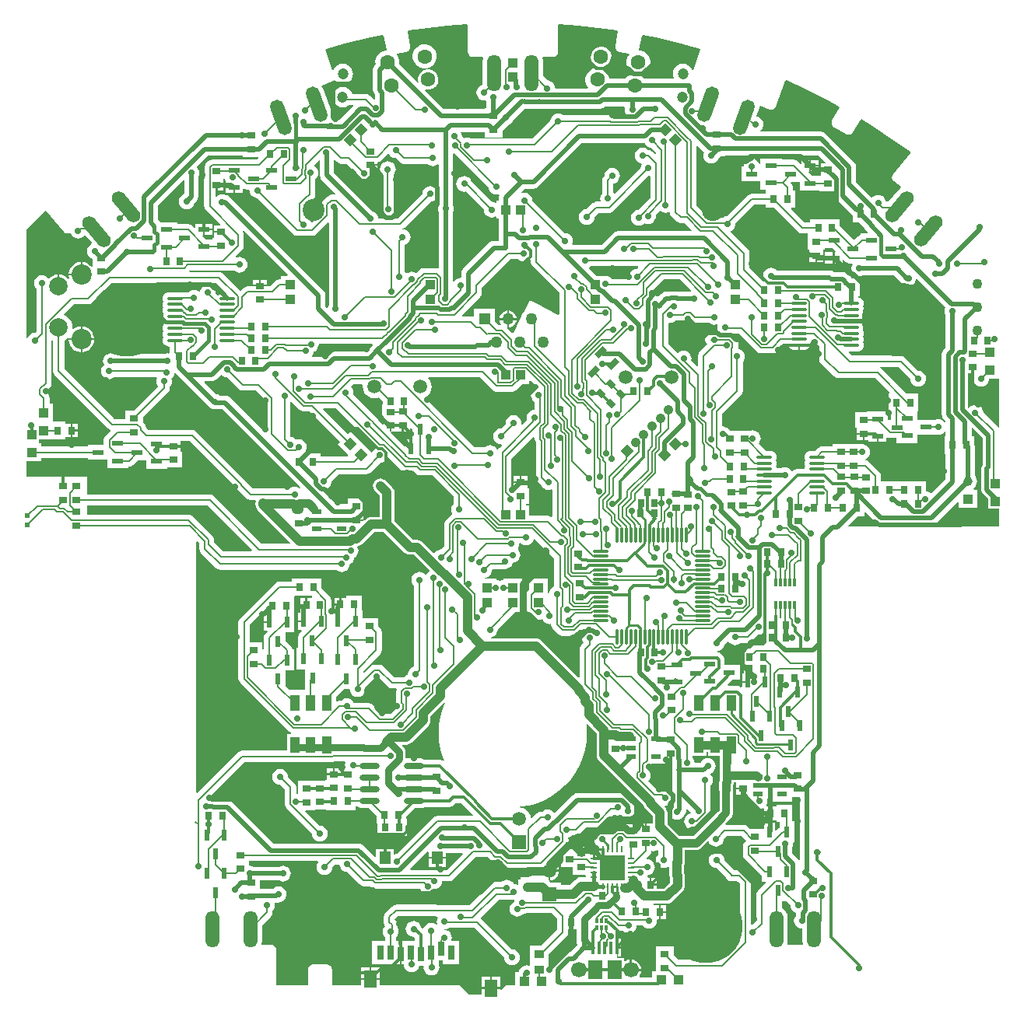
<source format=gtl>
%FSLAX44Y44*%
%MOMM*%
G71*
G01*
G75*
G04 Layer_Physical_Order=1*
G04 Layer_Color=255*
%ADD10R,0.3000X0.5200*%
%ADD11R,0.3000X0.4900*%
%ADD12R,1.0000X0.9000*%
%ADD13R,1.0000X1.0000*%
%ADD14R,1.0000X1.8500*%
%ADD15R,1.0000X1.8000*%
%ADD16R,1.3000X0.6000*%
%ADD17R,0.9000X0.7000*%
%ADD18R,0.7000X0.9000*%
%ADD19R,0.6000X1.3000*%
%ADD20R,0.3000X0.8250*%
%ADD21R,1.3000X1.4000*%
%ADD22R,1.4000X1.9000*%
%ADD23R,0.8000X1.5000*%
%ADD24R,2.8000X2.8000*%
%ADD25O,0.2500X0.8000*%
%ADD26O,0.8000X0.2500*%
%ADD27R,0.4000X1.3500*%
%ADD28R,1.5000X2.0000*%
%ADD29O,2.2000X0.6000*%
%ADD30R,1.0000X1.0000*%
%ADD31R,1.0500X0.6000*%
%ADD32R,0.5000X0.5000*%
%ADD33O,1.7000X0.3500*%
%ADD34P,1.4142X4X270.0*%
%ADD35O,1.5000X4.0000*%
%ADD36P,1.4142X4X360.0*%
G04:AMPARAMS|DCode=37|XSize=0.9mm|YSize=0.7mm|CornerRadius=0mm|HoleSize=0mm|Usage=FLASHONLY|Rotation=135.000|XOffset=0mm|YOffset=0mm|HoleType=Round|Shape=Rectangle|*
%AMROTATEDRECTD37*
4,1,4,0.5657,-0.0707,0.0707,-0.5657,-0.5657,0.0707,-0.0707,0.5657,0.5657,-0.0707,0.0*
%
%ADD37ROTATEDRECTD37*%

G04:AMPARAMS|DCode=38|XSize=0.6mm|YSize=1.3mm|CornerRadius=0mm|HoleSize=0mm|Usage=FLASHONLY|Rotation=315.000|XOffset=0mm|YOffset=0mm|HoleType=Round|Shape=Rectangle|*
%AMROTATEDRECTD38*
4,1,4,-0.6717,-0.2475,0.2475,0.6717,0.6717,0.2475,-0.2475,-0.6717,-0.6717,-0.2475,0.0*
%
%ADD38ROTATEDRECTD38*%

%ADD39R,0.6000X0.6000*%
G04:AMPARAMS|DCode=40|XSize=1.5mm|YSize=4mm|CornerRadius=0mm|HoleSize=0mm|Usage=FLASHONLY|Rotation=220.000|XOffset=0mm|YOffset=0mm|HoleType=Round|Shape=Round|*
%AMOVALD40*
21,1,2.5000,1.5000,0.0000,0.0000,310.0*
1,1,1.5000,-0.8035,0.9576*
1,1,1.5000,0.8035,-0.9576*
%
%ADD40OVALD40*%

G04:AMPARAMS|DCode=41|XSize=1.5mm|YSize=4mm|CornerRadius=0mm|HoleSize=0mm|Usage=FLASHONLY|Rotation=200.000|XOffset=0mm|YOffset=0mm|HoleType=Round|Shape=Round|*
%AMOVALD41*
21,1,2.5000,1.5000,0.0000,0.0000,290.0*
1,1,1.5000,-0.4275,1.1746*
1,1,1.5000,0.4275,-1.1746*
%
%ADD41OVALD41*%

G04:AMPARAMS|DCode=42|XSize=1.5mm|YSize=4mm|CornerRadius=0mm|HoleSize=0mm|Usage=FLASHONLY|Rotation=160.000|XOffset=0mm|YOffset=0mm|HoleType=Round|Shape=Round|*
%AMOVALD42*
21,1,2.5000,1.5000,0.0000,0.0000,250.0*
1,1,1.5000,0.4275,1.1746*
1,1,1.5000,-0.4275,-1.1746*
%
%ADD42OVALD42*%

G04:AMPARAMS|DCode=43|XSize=1.5mm|YSize=4mm|CornerRadius=0mm|HoleSize=0mm|Usage=FLASHONLY|Rotation=140.000|XOffset=0mm|YOffset=0mm|HoleType=Round|Shape=Round|*
%AMOVALD43*
21,1,2.5000,1.5000,0.0000,0.0000,230.0*
1,1,1.5000,0.8035,0.9576*
1,1,1.5000,-0.8035,-0.9576*
%
%ADD43OVALD43*%

%ADD44O,0.3000X1.8000*%
%ADD45O,1.8000X0.3000*%
%ADD46C,0.5000*%
%ADD47C,0.3000*%
%ADD48C,0.2000*%
%ADD49C,0.8000*%
%ADD50C,0.9000*%
%ADD51C,0.8500*%
%ADD52C,1.0000*%
%ADD53C,0.1500*%
%ADD54C,0.6000*%
%ADD55C,0.2500*%
%ADD56C,0.4000*%
%ADD57C,0.2900*%
%ADD58R,0.5000X0.2500*%
%ADD59P,1.4849X4X90.0*%
%ADD60C,1.0500*%
%ADD61C,2.0000*%
%ADD62C,2.2000*%
%ADD63R,1.5000X1.5000*%
%ADD64C,1.5000*%
%ADD65C,1.7000*%
%ADD66C,1.0000*%
%ADD67C,1.2000*%
%ADD68C,2.4000*%
%ADD69C,8.0000*%
%ADD70C,1.2700*%
%ADD71R,1.2700X1.2700*%
%ADD72C,1.1000*%
%ADD73C,1.6000*%
%ADD74C,0.7000*%
%ADD75C,0.6600*%
G36*
X767739Y802174D02*
X767739D01*
X767739Y802174D01*
X767739D01*
X767739Y802174D01*
Y802174D01*
X767739Y802174D01*
Y802174D01*
X769724Y800848D01*
X772065Y800382D01*
X778716D01*
X811946Y767152D01*
X809201Y764407D01*
X820515Y753093D01*
X820817Y752791D01*
X820331Y751618D01*
X790750D01*
Y755000D01*
X774412D01*
X773850Y756139D01*
X774675Y757213D01*
X775531Y759281D01*
X775823Y761500D01*
X775531Y763719D01*
X774675Y765787D01*
X773312Y767562D01*
X771537Y768925D01*
X769469Y769781D01*
X767250Y770073D01*
X765031Y769781D01*
X764460Y769545D01*
X764063Y770063D01*
X762287Y771425D01*
X760219Y772282D01*
X758118Y772558D01*
Y810136D01*
X759291Y810622D01*
X767739Y802174D01*
D02*
G37*
G36*
X698836Y717705D02*
X698848Y717644D01*
X700174Y715660D01*
X710160Y705674D01*
X711349Y704879D01*
X712144Y704348D01*
X714485Y703883D01*
X719806D01*
X720512Y702827D01*
X720206Y702088D01*
X719931Y700000D01*
Y698686D01*
X719931Y698686D01*
X719931D01*
X720206Y696598D01*
X721012Y694652D01*
X722294Y692981D01*
X757984Y657291D01*
X757498Y656118D01*
X726534D01*
X674576Y708076D01*
X672591Y709402D01*
X670250Y709868D01*
X537000D01*
Y729000D01*
X470608D01*
Y745750D01*
X486500D01*
Y749632D01*
X537500D01*
Y747750D01*
X558500D01*
Y738250D01*
X581500D01*
Y740132D01*
X582250D01*
X584591Y740598D01*
X586576Y741924D01*
X586576Y741924D01*
X586576Y741924D01*
X591902Y747250D01*
X600750D01*
Y737750D01*
X623750D01*
Y739000D01*
X640250D01*
Y756000D01*
X638250D01*
Y761500D01*
X630747D01*
Y763500D01*
X638250D01*
Y767882D01*
X648659D01*
X698836Y717705D01*
D02*
G37*
G36*
X499582Y877169D02*
Y844550D01*
X499582Y844550D01*
X499582D01*
X500048Y842209D01*
X501374Y840224D01*
X559924Y781674D01*
X561909Y780348D01*
X562258Y779195D01*
X556674Y773612D01*
X555348Y771627D01*
X554883Y769286D01*
Y763750D01*
X537500D01*
Y761868D01*
X486500D01*
Y765750D01*
X484500D01*
Y766750D01*
X484500D01*
Y769500D01*
X499750D01*
Y770000D01*
X513250D01*
Y772000D01*
D01*
X513250D01*
X514148Y772000D01*
X514148Y772000D01*
Y772000D01*
X518750D01*
Y779498D01*
Y787000D01*
X514148D01*
X514148Y787000D01*
Y787000D01*
X513250Y787000D01*
X513250Y787000D01*
Y789000D01*
X499750D01*
Y789500D01*
Y808500D01*
X495868D01*
Y815058D01*
X495402Y817399D01*
X494076Y819383D01*
X491618Y821841D01*
Y822159D01*
X496088Y826629D01*
X496798Y827692D01*
X497414Y828613D01*
X497414Y828613D01*
X497414Y828614D01*
X497659Y829846D01*
X497879Y830954D01*
Y877437D01*
X498477Y877795D01*
X499582Y877169D01*
D02*
G37*
G36*
X850751Y760112D02*
X850713Y759925D01*
X848938Y758562D01*
X847575Y756786D01*
X847289Y756096D01*
X846044Y755848D01*
X834657Y767235D01*
X823343Y778549D01*
X820598Y775804D01*
X793692Y802709D01*
X794178Y803882D01*
X806981D01*
X850751Y760112D01*
D02*
G37*
G36*
X1511392Y771614D02*
Y741938D01*
X1510319Y740332D01*
X1509892Y738186D01*
Y714636D01*
X1510319Y712490D01*
X1511535Y710671D01*
X1517000Y705206D01*
Y694500D01*
X1529393D01*
Y674928D01*
X1365535D01*
X1365049Y676101D01*
X1374948Y686000D01*
X1382250D01*
Y690643D01*
X1383423Y691129D01*
X1395401Y679151D01*
X1396968Y677949D01*
X1398792Y677193D01*
X1400750Y676935D01*
X1430401D01*
X1430986Y676693D01*
X1432944Y676435D01*
X1455000D01*
X1456958Y676693D01*
X1458782Y677449D01*
X1460349Y678651D01*
X1483826Y702129D01*
X1485000Y701643D01*
Y695000D01*
X1505000D01*
Y715000D01*
X1501673D01*
X1501264Y716202D01*
X1502132Y716868D01*
X1503735Y718957D01*
X1504742Y721390D01*
X1505086Y724000D01*
X1504742Y726611D01*
X1503735Y729043D01*
X1502565Y730568D01*
Y762000D01*
X1502426Y763050D01*
X1502307Y763957D01*
X1502307Y763957D01*
X1502307Y763958D01*
X1502000Y764698D01*
Y773000D01*
X1499065D01*
Y782282D01*
X1500238Y782768D01*
X1511392Y771614D01*
D02*
G37*
G36*
X1045073Y640468D02*
Y609571D01*
X1043466Y608905D01*
X1041690Y607543D01*
X1040328Y605767D01*
X1039471Y603699D01*
X1039267Y602151D01*
X1038000Y602234D01*
Y618000D01*
X1018000D01*
Y606651D01*
X1016174Y604826D01*
X1014848Y602841D01*
X1014382Y600500D01*
Y585964D01*
X1014848Y583623D01*
X1016174Y581639D01*
X1020159Y577654D01*
X1020565Y577383D01*
X1021689Y575917D01*
X1023465Y574555D01*
X1025532Y573698D01*
X1027751Y573406D01*
X1029970Y573698D01*
X1031934Y574512D01*
X1032575Y572963D01*
X1033938Y571188D01*
X1035713Y569825D01*
X1037781Y568969D01*
X1040000Y568677D01*
X1041046Y568814D01*
Y568814D01*
X1041635Y568298D01*
Y568298D01*
X1042101Y565957D01*
X1043427Y563972D01*
X1049725Y557674D01*
X1049725D01*
X1049725Y557674D01*
X1049725D01*
X1049725Y557674D01*
Y557674D01*
X1049725Y557674D01*
Y557674D01*
X1051709Y556348D01*
X1054050Y555882D01*
X1066450D01*
X1068791Y556348D01*
X1070775Y557674D01*
X1076296Y563195D01*
X1081086D01*
X1081334Y561950D01*
X1079463Y561175D01*
X1077688Y559812D01*
X1076325Y558037D01*
X1075469Y555969D01*
X1075177Y553750D01*
X1075469Y551531D01*
X1076325Y549463D01*
X1077079Y548481D01*
X1074174Y545576D01*
X1072848Y543591D01*
X1072383Y541250D01*
Y510830D01*
X1071209Y510344D01*
X1030910Y550643D01*
X1029239Y551926D01*
X1027293Y552732D01*
X1025204Y553007D01*
X975983D01*
X975900Y554274D01*
X977218Y554448D01*
X979286Y555304D01*
X981061Y556666D01*
X982423Y558442D01*
X983280Y560510D01*
X983572Y562729D01*
X983521Y563119D01*
X1002401Y582000D01*
X1010000D01*
Y598000D01*
Y618000D01*
X990000D01*
Y616573D01*
X990000Y616573D01*
X987781Y616281D01*
X986022Y615552D01*
X985537Y615925D01*
X983469Y616781D01*
X982000Y616975D01*
Y618000D01*
X969270D01*
X969187Y619267D01*
X970719Y619469D01*
X972787Y620325D01*
X974562Y621688D01*
X975925Y623463D01*
X976781Y625531D01*
X977061Y627660D01*
X978026Y628624D01*
X991259D01*
X991459Y628664D01*
X991500Y628659D01*
X993718Y628951D01*
X995786Y629808D01*
X997562Y631170D01*
X998924Y632946D01*
X999781Y635013D01*
X999839Y635454D01*
X1001719Y635701D01*
X1003787Y636558D01*
X1005335Y637745D01*
X1005576Y637907D01*
X1005737Y638148D01*
X1006925Y639696D01*
X1007781Y641764D01*
X1008074Y643982D01*
X1007781Y646201D01*
X1006925Y648269D01*
X1005562Y650045D01*
X1005001Y650476D01*
X1005939Y651699D01*
X1006796Y653766D01*
X1007088Y655985D01*
X1007860Y656866D01*
X1008260D01*
X1009964Y655559D01*
X1012032Y654702D01*
X1014251Y654410D01*
X1016470Y654702D01*
X1018537Y655559D01*
X1020313Y656921D01*
X1021675Y658697D01*
X1022532Y660765D01*
X1022606Y661324D01*
X1023808Y661732D01*
X1045073Y640468D01*
D02*
G37*
G36*
X878938Y736174D02*
X880922Y734848D01*
X883263Y734382D01*
X892867D01*
X894825Y732424D01*
X896810Y731098D01*
X896810Y731098D01*
X896810Y731098D01*
D01*
X896810Y731098D01*
X896810Y731098D01*
X899151Y730632D01*
X912331D01*
X935387Y707576D01*
Y699474D01*
X934080Y697771D01*
X933224Y695703D01*
X932932Y693484D01*
X933224Y691265D01*
X934080Y689197D01*
X933943Y688366D01*
X932736Y687560D01*
X927171Y681995D01*
X925845Y680010D01*
X925380Y677669D01*
Y653267D01*
X922156Y650044D01*
X920027Y649764D01*
X917960Y648907D01*
X916184Y647545D01*
X915004Y646008D01*
X913737Y645925D01*
X901706Y657956D01*
X901706D01*
Y657956D01*
X900035Y659238D01*
X898895Y659710D01*
X898089Y660044D01*
X896000Y660319D01*
X896000D01*
D01*
X891342D01*
X871069Y680592D01*
Y687000D01*
X870938Y688000D01*
X871069Y689000D01*
Y712000D01*
X870794Y714088D01*
X869988Y716034D01*
X868706Y717705D01*
X861574Y724837D01*
X859902Y726120D01*
X857956Y726926D01*
X855868Y727201D01*
X853780Y726926D01*
X851833Y726120D01*
X850162Y724837D01*
X848880Y723166D01*
X848074Y721220D01*
X847799Y719132D01*
X848074Y717043D01*
X848880Y715097D01*
X850162Y713426D01*
X854931Y708657D01*
Y689000D01*
X855063Y688000D01*
X854931Y687000D01*
Y685319D01*
X845642D01*
X843554Y685044D01*
X842178Y684474D01*
X841608Y684238D01*
X840882Y683681D01*
X839937Y682955D01*
X838673Y681692D01*
X837500Y682178D01*
Y680750D01*
X829997D01*
Y682750D01*
X837500D01*
Y688250D01*
X839500D01*
Y705250D01*
X820500D01*
Y699500D01*
X808198D01*
X793098Y714601D01*
X793659Y715740D01*
X794240Y715663D01*
X796459Y715955D01*
X798527Y716812D01*
X800302Y718174D01*
X801665Y719950D01*
X802521Y722018D01*
X802801Y724146D01*
X810537Y731882D01*
X840500D01*
X842841Y732348D01*
X844826Y733674D01*
X855090Y743938D01*
X857219Y744219D01*
X859287Y745075D01*
X861062Y746438D01*
X862425Y748213D01*
X863281Y750281D01*
X864438Y750674D01*
X878938Y736174D01*
D02*
G37*
G36*
X1023634Y771839D02*
Y770054D01*
X1024100Y767713D01*
X1025032Y766318D01*
X1025383Y765794D01*
Y728323D01*
X1025848Y725982D01*
X1027174Y723997D01*
X1030445Y720726D01*
X1031077Y719200D01*
X1032440Y717424D01*
X1034215Y716062D01*
X1036283Y715205D01*
X1038502Y714913D01*
X1040721Y715205D01*
X1041826Y715663D01*
X1042883Y714958D01*
Y685710D01*
X1041762Y685111D01*
X1040204Y686152D01*
X1037863Y686618D01*
X1018000D01*
Y698000D01*
X1014617D01*
Y699750D01*
X1018000D01*
Y716750D01*
X1016000D01*
Y722250D01*
X1001000D01*
Y716750D01*
X999000D01*
D01*
X999000D01*
X998618Y717132D01*
Y748481D01*
X1022461Y772325D01*
X1023634Y771839D01*
D02*
G37*
G36*
X716058Y649291D02*
X715572Y648118D01*
X684776D01*
X674618Y658277D01*
Y660692D01*
X674479Y661391D01*
X674152Y663033D01*
X674152D01*
X674152Y663033D01*
X674152D01*
X674148Y663039D01*
X672826Y665018D01*
X672826D01*
X672826Y665018D01*
X672826Y665018D01*
X651518Y686326D01*
X651518Y686326D01*
X651518Y686326D01*
X650201Y687206D01*
X649534Y687652D01*
X649534D01*
X649534Y687652D01*
X648358Y687886D01*
X647193Y688118D01*
X647193D01*
X647193D01*
X537000D01*
Y697633D01*
X667716D01*
X716058Y649291D01*
D02*
G37*
G36*
X639678Y835151D02*
X639678Y835151D01*
X670151Y804677D01*
X670151Y804677D01*
X670151D01*
X670151Y804677D01*
X670151D01*
X670151Y804677D01*
Y804677D01*
Y804677D01*
D01*
D01*
X670151D01*
Y804677D01*
X671718Y803475D01*
X673542Y802719D01*
X674521Y802591D01*
X675500Y802462D01*
X675500Y802462D01*
X683840D01*
X768907Y717395D01*
X768070Y716440D01*
X766786Y717425D01*
X764719Y718281D01*
X762500Y718573D01*
X760281Y718281D01*
X758213Y717425D01*
X756510Y716118D01*
X717019D01*
X710164Y722973D01*
X710152Y723034D01*
X708826Y725018D01*
X655518Y778326D01*
X653534Y779652D01*
X651192Y780117D01*
X603498D01*
X601065Y782551D01*
X600652Y784626D01*
X600121Y785422D01*
X599326Y786611D01*
X597500Y788437D01*
Y793599D01*
X625062Y821161D01*
X625062Y821161D01*
X625062Y821161D01*
X626388Y823146D01*
X626854Y825487D01*
Y826996D01*
X628161Y828700D01*
X629017Y830767D01*
X629310Y832986D01*
X629017Y835205D01*
X628639Y836119D01*
X629044Y836430D01*
X630406Y838206D01*
X631263Y840273D01*
X631458Y841759D01*
X632661Y842167D01*
X639678Y835151D01*
D02*
G37*
G36*
X1263766Y867148D02*
X1263766Y867148D01*
X1265489Y865424D01*
X1265489D01*
Y865424D01*
X1266148Y864984D01*
X1267474Y864098D01*
X1269815Y863632D01*
X1269815D01*
X1269815D01*
X1282558D01*
X1284899Y864098D01*
X1286883Y865424D01*
X1294092Y872633D01*
X1299593D01*
X1299907Y872251D01*
X1299982Y872632D01*
X1301880D01*
X1302988Y872173D01*
X1304750Y871941D01*
X1318250D01*
X1320012Y872173D01*
X1321654Y872854D01*
X1322171Y873250D01*
X1322894D01*
X1322798Y873732D01*
X1323064Y873936D01*
X1324146Y875346D01*
X1324826Y876988D01*
X1324957Y877983D01*
X1326160Y878391D01*
X1333383Y871168D01*
Y857250D01*
X1333383Y857250D01*
X1333383D01*
X1333848Y854909D01*
X1335174Y852924D01*
X1349924Y838174D01*
X1351114Y837379D01*
X1351909Y836848D01*
X1354250Y836383D01*
X1394236D01*
X1409945Y820674D01*
X1409459Y819500D01*
X1409000D01*
Y800500D01*
X1411382D01*
Y790750D01*
X1408250D01*
Y800250D01*
X1385250D01*
Y799250D01*
X1372250D01*
Y782250D01*
X1374250D01*
Y782250D01*
X1374250Y782250D01*
X1374250Y782250D01*
Y776750D01*
X1381752D01*
Y775753D01*
X1382750D01*
Y769250D01*
X1387250D01*
Y767250D01*
X1395750D01*
Y773253D01*
X1397750D01*
Y767250D01*
X1406250D01*
Y771336D01*
X1407370Y771935D01*
X1407873Y771598D01*
X1410215Y771133D01*
X1417250D01*
Y765750D01*
X1440250D01*
Y775250D01*
X1459852D01*
X1460531Y774969D01*
X1462750Y774677D01*
X1464969Y774969D01*
X1467037Y775825D01*
X1468812Y777188D01*
X1469733Y778387D01*
X1470935Y777979D01*
Y773000D01*
X1470000D01*
Y754000D01*
X1470935D01*
Y726477D01*
X1455493Y711034D01*
X1455061Y711063D01*
X1453286Y712425D01*
X1451218Y713282D01*
X1449500Y713508D01*
Y724250D01*
X1418000D01*
Y724500D01*
X1400618D01*
Y730036D01*
X1400152Y732377D01*
X1399621Y733172D01*
X1398826Y734361D01*
X1387611Y745576D01*
X1385627Y746902D01*
X1383286Y747368D01*
Y748161D01*
X1384286Y748576D01*
X1386062Y749938D01*
X1387424Y751714D01*
X1388280Y753782D01*
X1388573Y756001D01*
X1388280Y758220D01*
X1387424Y760287D01*
X1386062Y762063D01*
X1384286Y763425D01*
X1382218Y764282D01*
X1380500Y764508D01*
Y764750D01*
X1361500D01*
Y764500D01*
X1347500D01*
Y762118D01*
X1336250D01*
X1336250Y762117D01*
X1336250Y762118D01*
X1335030Y761875D01*
X1333909Y761652D01*
X1333909Y761652D01*
X1333909Y761652D01*
X1332681Y760832D01*
X1331924Y760326D01*
X1331924Y760326D01*
X1331924Y760326D01*
X1328907Y757308D01*
X1324000D01*
X1322238Y757076D01*
X1320596Y756396D01*
X1319186Y755314D01*
X1318104Y753904D01*
X1317424Y752262D01*
X1317192Y750500D01*
X1317424Y748738D01*
X1318040Y747250D01*
X1317424Y745762D01*
X1317192Y744000D01*
X1317424Y742238D01*
X1318040Y740750D01*
X1317424Y739262D01*
X1317199Y737556D01*
X1309500D01*
X1307803Y737333D01*
X1306989Y736995D01*
X1306222Y736678D01*
X1304864Y735636D01*
X1304579Y735350D01*
X1303312Y735434D01*
X1302062Y737062D01*
X1300287Y738425D01*
X1298219Y739281D01*
X1296000Y739573D01*
X1293781Y739281D01*
X1292051Y738565D01*
X1287168D01*
X1287076Y739262D01*
X1286460Y740750D01*
X1287076Y742238D01*
X1287308Y744000D01*
X1287076Y745762D01*
X1286460Y747250D01*
X1287076Y748738D01*
X1287308Y750500D01*
X1287076Y752262D01*
X1286396Y753904D01*
X1285314Y755314D01*
X1283904Y756396D01*
X1282262Y757076D01*
X1280500Y757308D01*
X1275593D01*
X1267453Y765448D01*
X1268424Y766714D01*
X1269280Y768781D01*
X1269573Y771000D01*
X1269280Y773219D01*
X1268424Y775287D01*
X1267061Y777063D01*
X1265286Y778425D01*
X1263218Y779281D01*
X1260999Y779574D01*
X1258780Y779281D01*
X1257497Y778750D01*
X1245750D01*
Y779000D01*
X1237022D01*
X1235897Y780125D01*
X1234733Y781018D01*
X1234323Y781551D01*
X1232548Y782914D01*
X1230480Y783770D01*
X1228261Y784062D01*
X1227879Y784398D01*
Y797727D01*
X1248326Y818175D01*
X1248326Y818175D01*
X1248326Y818175D01*
X1249652Y820159D01*
X1250118Y822500D01*
Y854010D01*
X1251425Y855713D01*
X1252281Y857781D01*
X1252573Y860000D01*
X1252281Y862219D01*
X1251425Y864286D01*
X1250062Y866062D01*
X1248287Y867424D01*
X1246219Y868281D01*
X1245827Y868333D01*
X1245088Y869365D01*
X1245117Y869514D01*
Y874485D01*
X1244652Y876826D01*
X1243326Y878811D01*
X1239811Y882326D01*
X1237826Y883652D01*
X1235485Y884117D01*
X1235453Y884280D01*
X1235548Y884320D01*
X1236281Y884883D01*
X1246031D01*
X1263766Y867148D01*
D02*
G37*
G36*
X847554Y872446D02*
X840673Y865564D01*
X805314D01*
X805314Y865564D01*
X803356Y865307D01*
X801531Y864551D01*
X799965Y863349D01*
X796180Y859565D01*
X782161D01*
X781600Y860704D01*
X782396Y861742D01*
X783253Y863809D01*
X783459Y865377D01*
X784526Y865819D01*
X786302Y867182D01*
X787664Y868957D01*
X788521Y871025D01*
X788813Y873244D01*
X789154Y873633D01*
X846565D01*
X847554Y872446D01*
D02*
G37*
G36*
X1275000Y1021750D02*
X1284348D01*
X1310174Y995924D01*
X1312159Y994598D01*
X1312159D01*
X1312159Y994598D01*
X1314500Y994132D01*
X1320500D01*
Y993000D01*
X1320500D01*
Y976000D01*
X1322500D01*
Y970500D01*
X1337500D01*
Y976000D01*
X1339500D01*
Y978500D01*
X1347063D01*
X1350890Y974673D01*
X1350404Y973500D01*
X1350250D01*
Y967498D01*
Y961500D01*
X1358750D01*
Y965154D01*
X1359923Y965640D01*
X1362389Y963175D01*
X1364373Y961848D01*
X1366715Y961383D01*
X1369034D01*
X1369574Y960287D01*
X1368718Y958219D01*
X1368426Y956000D01*
X1368718Y953781D01*
X1369574Y951713D01*
X1370937Y949938D01*
X1372712Y948575D01*
X1374780Y947719D01*
X1376999Y947427D01*
X1379218Y947719D01*
X1380948Y948435D01*
X1414867D01*
X1424151Y939151D01*
X1425718Y937949D01*
X1427542Y937193D01*
X1429500Y936936D01*
X1429966Y936997D01*
X1430500Y936927D01*
X1432719Y937219D01*
X1434787Y938075D01*
X1436562Y939438D01*
X1437924Y941213D01*
X1438781Y943281D01*
X1438854Y943836D01*
X1440057Y944244D01*
X1470911Y913390D01*
X1470219Y911719D01*
X1469927Y909500D01*
X1470219Y907281D01*
X1470935Y905551D01*
Y869847D01*
X1468901Y867812D01*
X1467699Y866246D01*
X1467478Y865711D01*
X1466943Y864421D01*
X1466685Y862463D01*
Y796887D01*
X1466943Y794930D01*
X1467478Y793639D01*
X1467699Y793105D01*
X1468901Y791538D01*
X1470819Y789621D01*
X1470530Y788384D01*
X1469733Y788113D01*
X1468812Y789312D01*
X1467037Y790675D01*
X1464969Y791531D01*
X1462750Y791823D01*
X1460531Y791531D01*
X1459852Y791250D01*
X1440250D01*
Y800500D01*
X1441000D01*
Y819500D01*
X1428422D01*
X1401096Y846826D01*
X1399111Y848152D01*
X1397321Y848508D01*
Y848508D01*
X1397321Y848508D01*
X1396770Y848618D01*
X1396785Y848633D01*
X1419716D01*
X1432438Y835910D01*
X1432719Y833781D01*
X1433575Y831713D01*
X1434938Y829938D01*
X1436713Y828575D01*
X1438781Y827719D01*
X1441000Y827427D01*
X1443219Y827719D01*
X1445287Y828575D01*
X1447062Y829938D01*
X1448425Y831713D01*
X1449281Y833781D01*
X1449573Y836000D01*
X1449281Y838219D01*
X1448425Y840286D01*
X1447062Y842062D01*
X1445287Y843425D01*
X1443219Y844281D01*
X1441090Y844561D01*
X1426576Y859076D01*
X1424591Y860402D01*
X1424591D01*
X1424591Y860402D01*
X1423647Y860590D01*
X1422250Y860868D01*
X1422250D01*
X1422250D01*
X1368773D01*
X1365372Y864269D01*
X1365858Y865442D01*
X1375250D01*
X1377012Y865674D01*
X1378654Y866354D01*
X1380064Y867436D01*
X1381146Y868846D01*
X1381826Y870488D01*
X1382058Y872250D01*
X1381826Y874012D01*
X1381210Y875500D01*
X1381826Y876988D01*
X1382058Y878750D01*
X1381826Y880512D01*
X1381210Y882000D01*
X1381826Y883488D01*
X1382058Y885250D01*
X1381826Y887012D01*
X1381210Y888500D01*
X1381826Y889988D01*
X1382058Y891750D01*
X1381826Y893512D01*
X1381146Y895154D01*
X1380064Y896564D01*
X1379798Y896768D01*
X1379894Y897250D01*
X1379171D01*
X1378654Y897646D01*
X1377197Y898250D01*
X1378654Y898854D01*
X1379171Y899250D01*
X1379894D01*
X1379798Y899732D01*
X1380064Y899936D01*
X1381146Y901346D01*
X1381826Y902988D01*
X1382058Y904750D01*
X1381826Y906512D01*
X1381210Y908000D01*
X1381826Y909488D01*
X1382058Y911250D01*
X1381826Y913012D01*
X1381210Y914500D01*
X1381826Y915988D01*
X1382058Y917750D01*
X1381826Y919512D01*
X1381146Y921154D01*
X1380064Y922564D01*
X1378654Y923646D01*
X1377012Y924326D01*
X1376065Y924451D01*
Y926000D01*
X1377250D01*
Y945000D01*
X1368605D01*
X1368543Y945061D01*
X1368301Y945646D01*
X1367099Y947213D01*
X1364463Y949849D01*
X1362896Y951051D01*
X1361072Y951807D01*
X1359114Y952065D01*
X1349436D01*
X1348476Y952801D01*
X1346652Y953557D01*
X1344694Y953815D01*
X1287251D01*
X1287061Y954062D01*
X1285286Y955425D01*
X1283218Y956281D01*
X1280999Y956573D01*
X1278780Y956281D01*
X1276713Y955425D01*
X1274937Y954062D01*
X1273575Y952287D01*
X1272718Y950219D01*
X1272426Y948000D01*
X1272718Y945781D01*
X1273575Y943714D01*
X1274207Y942889D01*
X1273882Y942230D01*
X1272629Y942023D01*
X1257523Y957129D01*
Y972595D01*
X1257057Y974936D01*
X1255731Y976921D01*
X1237032Y995620D01*
X1237280Y996865D01*
X1237786Y997075D01*
X1239562Y998438D01*
X1240924Y1000213D01*
X1241781Y1002281D01*
X1242061Y1004410D01*
X1262784Y1025133D01*
X1275000D01*
Y1021750D01*
D02*
G37*
G36*
X836849Y828571D02*
X836642Y827000D01*
X837072Y823737D01*
X838331Y820696D01*
X840335Y818085D01*
X842946Y816081D01*
X845987Y814822D01*
X849250Y814392D01*
X852513Y814822D01*
X854114Y815485D01*
X858250Y811348D01*
Y808250D01*
X857500D01*
Y791250D01*
X859500D01*
Y791250D01*
X859500Y791250D01*
X859500Y791250D01*
Y786561D01*
X858327Y786075D01*
X853671Y790731D01*
X853652Y790826D01*
X852326Y792811D01*
X848812Y796325D01*
X847995Y796871D01*
X826224Y818642D01*
X826282Y818781D01*
X826574Y821000D01*
X826282Y823219D01*
X825425Y825287D01*
X824135Y826969D01*
X826693Y829526D01*
X836012D01*
X836849Y828571D01*
D02*
G37*
G36*
X881250Y778500D02*
X887750D01*
Y781689D01*
X888923Y782175D01*
X890750Y780349D01*
Y769500D01*
D01*
Y769500D01*
X890750Y769500D01*
X890250D01*
Y759997D01*
X888250D01*
Y769500D01*
X883250D01*
Y762811D01*
X882077Y762325D01*
X867325Y777076D01*
X867811Y778249D01*
X866153D01*
X866000Y778402D01*
Y784752D01*
X868000D01*
Y778250D01*
X874500D01*
Y778500D01*
X879250D01*
Y785003D01*
X881250D01*
Y778500D01*
D02*
G37*
G36*
X682923Y839930D02*
X684698Y838568D01*
X686766Y837711D01*
X688895Y837431D01*
X701781Y824545D01*
X701781D01*
X701781Y824545D01*
X701781Y824545D01*
Y824545D01*
X703766Y823219D01*
X706107Y822753D01*
X720836D01*
X731633Y811957D01*
Y777725D01*
X730459Y777239D01*
X692323Y815375D01*
X692322Y815376D01*
X690756Y816578D01*
X688931Y817333D01*
X686973Y817591D01*
X680804D01*
X680517Y817812D01*
X678692Y818568D01*
X677500Y818725D01*
X664463Y831762D01*
X664949Y832935D01*
X672178D01*
X674136Y833193D01*
X675961Y833949D01*
X677527Y835151D01*
X682345Y839968D01*
X682923Y839930D01*
D02*
G37*
G36*
X977821Y823578D02*
X979805Y822252D01*
X982146Y821786D01*
X999096D01*
X1001437Y822252D01*
X1003422Y823578D01*
X1009844Y830000D01*
X1018000D01*
Y833224D01*
X1019173Y833710D01*
X1025810Y827073D01*
X1025563Y825828D01*
X1023965Y825166D01*
X1022189Y823803D01*
X1020827Y822028D01*
X1019970Y819960D01*
X1019678Y817741D01*
X1019970Y815522D01*
X1020827Y813455D01*
X1022189Y811679D01*
X1023633Y810571D01*
Y802048D01*
X1021532Y801771D01*
X1019464Y800915D01*
X1017689Y799552D01*
X1016326Y797777D01*
X1015470Y795709D01*
X1015178Y793490D01*
X1015470Y791271D01*
X1015514Y791165D01*
X1010327Y785979D01*
X1009188Y786541D01*
X1009313Y787490D01*
X1009021Y789709D01*
X1008165Y791777D01*
X1006802Y793552D01*
X1005027Y794915D01*
X1002959Y795771D01*
X1000740Y796063D01*
X998521Y795771D01*
X996453Y794915D01*
X994678Y793552D01*
X993315Y791777D01*
X992459Y789709D01*
X992167Y787490D01*
X992245Y786897D01*
X986910Y781562D01*
X984781Y781281D01*
X982713Y780425D01*
X980938Y779062D01*
X979575Y777287D01*
X978719Y775219D01*
X978427Y773000D01*
X978719Y770781D01*
X979575Y768714D01*
X980938Y766938D01*
X982713Y765575D01*
X984781Y764719D01*
X987000Y764427D01*
X987086Y764438D01*
X987648Y763299D01*
X985174Y760826D01*
X984974Y760526D01*
X984674Y760325D01*
X983768Y758970D01*
X982504Y759094D01*
X982425Y759287D01*
X981062Y761062D01*
X979286Y762425D01*
X977219Y763281D01*
X975000Y763574D01*
X972781Y763281D01*
X970713Y762425D01*
X969010Y761118D01*
X958519D01*
X904949Y814688D01*
X905197Y815934D01*
X905554Y816081D01*
X908165Y818085D01*
X910169Y820696D01*
X911428Y823737D01*
X911858Y827000D01*
X911428Y830263D01*
X910169Y833304D01*
X908165Y835915D01*
X907820Y836180D01*
X908228Y837383D01*
X964016D01*
X977821Y823578D01*
D02*
G37*
G36*
X1501500Y841750D02*
X1501763D01*
X1502325Y840611D01*
X1502075Y840286D01*
X1501219Y838219D01*
X1500927Y836000D01*
X1501219Y833781D01*
X1502075Y831713D01*
X1503438Y829938D01*
X1505213Y828575D01*
X1507281Y827719D01*
X1509500Y827427D01*
X1511719Y827719D01*
X1513787Y828575D01*
X1515562Y829938D01*
X1516925Y831713D01*
X1517781Y833781D01*
X1518008Y835500D01*
X1529000D01*
D01*
X1529000D01*
X1529393Y835108D01*
Y782546D01*
X1528177Y782177D01*
X1527076Y783826D01*
X1511812Y799090D01*
X1511531Y801219D01*
X1510675Y803287D01*
X1509312Y805062D01*
X1507537Y806425D01*
X1505469Y807281D01*
X1503250Y807573D01*
X1501031Y807281D01*
X1498963Y806425D01*
X1497188Y805062D01*
X1496305Y803912D01*
X1495785Y803878D01*
X1494858Y804746D01*
Y841750D01*
X1499500D01*
Y848253D01*
X1501500D01*
Y841750D01*
D02*
G37*
G36*
X1158229Y321824D02*
Y317586D01*
X1156921Y315883D01*
X1156065Y313815D01*
X1155773Y311596D01*
X1156065Y309377D01*
X1156921Y307309D01*
X1158284Y305534D01*
X1160060Y304171D01*
X1162127Y303315D01*
X1164346Y303023D01*
X1166565Y303315D01*
X1168633Y304171D01*
X1169292Y304677D01*
X1170431Y304115D01*
Y295167D01*
X1170705Y293078D01*
X1170931Y292534D01*
Y287342D01*
X1164158Y280569D01*
X1156500D01*
Y284000D01*
X1149997D01*
Y284997D01*
X1149000D01*
Y292500D01*
X1146929D01*
X1146368Y293639D01*
X1146425Y293713D01*
X1147200Y295585D01*
X1148219Y295719D01*
X1150286Y296575D01*
X1152062Y297938D01*
X1153425Y299713D01*
X1154281Y301781D01*
X1154573Y304000D01*
X1154281Y306219D01*
X1153425Y308287D01*
X1152062Y310062D01*
X1150286Y311425D01*
X1148219Y312281D01*
X1146000Y312573D01*
X1145976Y312570D01*
X1145414Y313709D01*
X1149076Y317371D01*
X1150402Y319356D01*
X1150868Y321697D01*
X1150880Y321707D01*
X1152999Y321428D01*
X1155218Y321720D01*
X1157173Y322530D01*
X1158229Y321824D01*
D02*
G37*
G36*
X1243000Y396000D02*
X1243000D01*
Y390500D01*
X1250502D01*
Y389503D01*
X1251500D01*
Y383000D01*
X1255996D01*
Y375499D01*
X1259993D01*
X1260219Y373781D01*
X1261075Y371713D01*
X1262438Y369938D01*
X1264213Y368575D01*
X1266281Y367719D01*
X1268500Y367427D01*
X1270719Y367719D01*
X1272694Y368537D01*
X1273750Y367831D01*
Y363750D01*
X1279250D01*
Y370250D01*
X1276238D01*
X1275676Y371389D01*
X1275925Y371713D01*
X1276781Y373781D01*
X1277073Y376000D01*
X1276781Y378219D01*
X1276969Y378500D01*
X1279000D01*
Y380669D01*
X1281000D01*
Y378500D01*
X1282997D01*
Y375499D01*
X1303497D01*
Y380750D01*
X1312435D01*
Y312263D01*
X1311233Y311854D01*
X1310349Y313006D01*
X1310349Y313006D01*
X1304079Y319276D01*
Y325519D01*
X1304796Y327248D01*
X1305088Y329467D01*
X1305012Y330045D01*
X1305849Y331000D01*
X1306000D01*
Y354000D01*
X1304117D01*
Y360500D01*
X1303750Y362347D01*
Y372250D01*
X1286750D01*
Y370250D01*
X1286750D01*
X1286750Y370250D01*
X1286750Y370250D01*
X1281250D01*
Y362748D01*
Y355250D01*
X1286750D01*
D01*
X1286750D01*
X1286750Y355250D01*
Y353250D01*
X1290000D01*
Y347378D01*
X1289915Y347321D01*
X1289174Y346826D01*
X1289174Y346826D01*
X1289174Y346826D01*
X1286174Y343825D01*
X1285000Y344311D01*
Y352000D01*
X1280000D01*
Y342498D01*
X1278000D01*
Y352000D01*
X1273000D01*
Y345500D01*
X1273000D01*
X1273000Y345500D01*
X1273000Y345500D01*
X1258151D01*
X1255324Y348327D01*
X1253340Y349653D01*
X1250999Y350119D01*
X1231476D01*
X1230990Y351292D01*
X1232235Y352537D01*
X1233411Y354070D01*
X1237433Y358091D01*
X1238595Y359606D01*
X1239325Y361369D01*
X1239325Y361369D01*
X1239325Y361369D01*
X1239574Y363262D01*
Y385913D01*
X1239827Y387828D01*
Y394087D01*
X1240057Y394643D01*
X1240315Y396600D01*
Y396656D01*
X1243000D01*
Y396000D01*
D02*
G37*
G36*
X1212000Y425000D02*
X1225185D01*
Y418000D01*
X1225437Y416085D01*
Y406136D01*
X1225242Y404652D01*
X1225185Y404221D01*
Y398626D01*
X1224955Y398070D01*
X1224697Y396113D01*
Y387828D01*
X1224949Y385913D01*
Y366291D01*
X1223069Y364411D01*
X1221537Y363235D01*
X1196366Y338065D01*
X1181246D01*
X1168176Y351135D01*
Y363297D01*
X1167901Y365385D01*
X1167095Y367331D01*
X1165812Y369002D01*
X1165286Y369528D01*
X1165848Y370667D01*
X1166008Y370646D01*
X1168227Y370938D01*
X1170295Y371795D01*
X1172070Y373157D01*
X1172241Y373380D01*
X1173443Y372971D01*
Y370752D01*
X1172544Y370062D01*
X1171182Y368286D01*
X1170325Y366219D01*
X1170033Y364000D01*
X1170325Y361781D01*
X1171182Y359713D01*
X1172544Y357938D01*
X1174320Y356575D01*
X1176388Y355719D01*
X1178607Y355426D01*
X1180826Y355719D01*
X1182893Y356575D01*
X1184669Y357938D01*
X1186031Y359713D01*
X1186855Y361700D01*
X1187559Y362619D01*
X1188315Y364443D01*
X1188573Y366401D01*
X1188573Y366401D01*
Y367070D01*
X1189746Y367556D01*
X1193774Y363528D01*
X1193485Y362678D01*
X1193197Y362303D01*
X1192791Y362250D01*
X1190723Y361393D01*
X1188947Y360031D01*
X1187585Y358255D01*
X1186728Y356187D01*
X1186436Y353969D01*
X1186728Y351749D01*
X1187585Y349682D01*
X1188947Y347906D01*
X1190723Y346544D01*
X1192791Y345687D01*
X1195010Y345395D01*
X1197228Y345687D01*
X1199296Y346544D01*
X1201072Y347906D01*
X1201224Y348104D01*
X1202293Y348317D01*
X1204277Y349643D01*
X1213326Y358691D01*
X1214652Y360676D01*
X1215117Y363017D01*
Y393010D01*
X1216425Y394713D01*
X1217281Y396781D01*
X1217573Y399000D01*
X1217281Y401219D01*
X1216425Y403287D01*
X1215062Y405062D01*
X1214602Y405415D01*
X1214557Y406109D01*
X1216287Y406825D01*
X1218062Y408188D01*
X1219425Y409963D01*
X1220281Y412031D01*
X1220573Y414250D01*
X1220281Y416469D01*
X1219425Y418537D01*
X1218062Y420312D01*
X1216287Y421675D01*
X1214219Y422531D01*
X1212000Y422823D01*
X1209781Y422531D01*
X1207713Y421675D01*
X1205938Y420312D01*
X1204575Y418537D01*
X1204161Y417536D01*
X1198214D01*
X1197833Y417972D01*
X1197541Y420191D01*
X1196684Y422258D01*
X1195377Y423962D01*
Y425000D01*
X1210500D01*
Y429435D01*
X1212000D01*
Y425000D01*
D02*
G37*
G36*
X1253673Y332676D02*
X1253639Y332326D01*
X1252174Y330861D01*
X1250848Y328876D01*
X1250382Y326535D01*
Y317465D01*
X1250382Y317464D01*
X1250382D01*
X1250848Y315123D01*
X1252174Y313139D01*
X1270138Y295174D01*
X1270138Y295174D01*
X1270138D01*
X1270138Y295174D01*
X1270139D01*
X1270139Y295174D01*
Y295174D01*
Y295174D01*
D01*
D01*
X1270139D01*
Y295174D01*
X1271000Y294599D01*
Y288000D01*
X1274654D01*
X1275140Y286827D01*
X1266424Y278111D01*
X1265098Y276127D01*
X1264632Y273785D01*
Y245284D01*
X1260660Y241311D01*
X1260072Y241234D01*
X1259117Y242071D01*
Y287750D01*
X1258857Y289060D01*
X1258652Y290091D01*
X1258652Y290091D01*
X1258652Y290091D01*
X1257934Y291164D01*
X1257326Y292076D01*
X1250326Y299076D01*
X1250326Y299076D01*
X1250326Y299076D01*
X1249415Y299685D01*
X1248341Y300402D01*
X1248341Y300402D01*
X1248341Y300402D01*
X1247310Y300607D01*
X1246000Y300868D01*
X1246000Y300868D01*
X1246000Y300868D01*
X1241284D01*
X1230465Y311686D01*
X1230185Y313815D01*
X1229329Y315883D01*
X1227966Y317658D01*
X1226191Y319021D01*
X1224123Y319877D01*
X1221904Y320169D01*
X1219685Y319877D01*
X1217617Y319021D01*
X1215842Y317658D01*
X1214479Y315883D01*
X1213623Y313815D01*
X1213331Y311596D01*
X1213623Y309377D01*
X1214479Y307309D01*
X1215842Y305534D01*
X1217617Y304171D01*
X1219685Y303315D01*
X1221814Y303034D01*
X1231701Y293147D01*
X1231848Y292409D01*
X1233174Y290424D01*
X1235159Y289098D01*
X1237500Y288633D01*
X1243466D01*
X1246882Y285216D01*
Y224723D01*
X1225277Y203117D01*
X1180034D01*
X1174750Y208402D01*
Y217750D01*
X1155750D01*
Y200750D01*
Y191000D01*
X1151500D01*
Y184056D01*
X1138085D01*
X1137524Y185195D01*
X1138295Y186201D01*
X1139454Y188998D01*
X1139718Y191000D01*
X1128248D01*
Y191998D01*
X1127250D01*
Y203468D01*
X1125248Y203204D01*
X1122451Y202045D01*
X1122139Y201806D01*
X1121000Y202368D01*
Y205000D01*
X1113500D01*
Y206750D01*
X1113501D01*
Y215500D01*
Y217500D01*
X1118000D01*
Y226250D01*
X1115701D01*
X1114864Y227205D01*
X1115073Y228794D01*
X1114781Y231013D01*
X1113925Y233081D01*
X1113681Y233399D01*
X1114351Y234478D01*
X1115015Y234345D01*
X1120266D01*
X1121970Y233038D01*
X1124037Y232182D01*
X1126256Y231890D01*
X1128475Y232182D01*
X1130543Y233038D01*
X1132318Y234401D01*
X1133681Y236176D01*
X1134537Y238244D01*
X1134818Y240379D01*
X1141445D01*
X1142195Y239401D01*
X1143971Y238039D01*
X1146038Y237182D01*
X1148257Y236890D01*
X1150476Y237182D01*
X1152544Y238039D01*
X1154320Y239401D01*
X1155682Y241176D01*
X1156538Y243244D01*
X1156831Y245463D01*
X1156688Y246545D01*
X1157525Y247500D01*
X1159000D01*
Y254998D01*
Y262500D01*
X1153500D01*
X1153500Y262500D01*
D01*
X1153500Y262500D01*
Y264431D01*
X1167500D01*
X1169588Y264706D01*
X1171534Y265512D01*
X1173205Y266794D01*
X1173205Y266794D01*
X1173205Y266794D01*
X1184706Y278294D01*
X1185988Y279965D01*
X1186794Y281912D01*
X1187069Y284000D01*
X1187069Y284000D01*
X1187069Y284000D01*
Y284000D01*
Y294667D01*
X1186794Y296755D01*
X1186569Y297300D01*
Y306703D01*
X1186794Y307248D01*
X1187069Y309336D01*
Y322935D01*
X1199500D01*
X1200015Y323003D01*
X1201458Y323193D01*
X1203282Y323949D01*
D01*
X1203282Y323949D01*
X1204849Y325151D01*
X1204849Y325151D01*
X1211840Y332142D01*
X1213086Y331895D01*
X1213575Y330713D01*
X1214938Y328938D01*
X1216713Y327575D01*
X1218781Y326719D01*
X1221000Y326427D01*
X1223219Y326719D01*
X1225286Y327575D01*
X1227062Y328938D01*
X1228425Y330713D01*
X1229281Y332781D01*
X1229469Y334211D01*
X1233142Y337884D01*
X1248465D01*
X1253673Y332676D01*
D02*
G37*
G36*
X908150Y320328D02*
Y315500D01*
X927150D01*
Y319436D01*
X944891D01*
X945377Y318262D01*
X928145Y301030D01*
X888853D01*
X888367Y302204D01*
X906977Y320814D01*
X908150Y320328D01*
D02*
G37*
G36*
X1301933Y262410D02*
X1302213Y260281D01*
X1303070Y258213D01*
X1304432Y256438D01*
X1306208Y255075D01*
X1308000Y254333D01*
X1307953Y253974D01*
Y251123D01*
X1307091Y250000D01*
X1306234Y247932D01*
X1305942Y245713D01*
X1306234Y243494D01*
X1307091Y241427D01*
X1308453Y239651D01*
X1310229Y238288D01*
X1312296Y237432D01*
X1314515Y237140D01*
X1314909Y236794D01*
Y224003D01*
X1315339Y220740D01*
X1315369Y220667D01*
X1314664Y219611D01*
X1299371D01*
X1298665Y220667D01*
X1298695Y220740D01*
X1299125Y224003D01*
Y249003D01*
X1298695Y252266D01*
X1297436Y255307D01*
X1295432Y257918D01*
X1292821Y259922D01*
X1292635Y259999D01*
Y267000D01*
X1296500D01*
X1296500Y267000D01*
Y267000D01*
X1297096Y267247D01*
X1301933Y262410D01*
D02*
G37*
G36*
X1064500Y236500D02*
X1068922D01*
Y224250D01*
X1069232Y221901D01*
X1070128Y219736D01*
X1062412Y212020D01*
X1060705D01*
X1060705D01*
X1060705D01*
X1059859Y211909D01*
X1058748Y211763D01*
X1058747Y211763D01*
X1058747D01*
X1057862Y211396D01*
X1056923Y211007D01*
X1056923Y211007D01*
X1056923Y211007D01*
X1056212Y210461D01*
X1055357Y209805D01*
X1055356Y209805D01*
D01*
X1043651Y198099D01*
X1043651Y198099D01*
X1043651Y198099D01*
X1043651Y198099D01*
X1043540Y197954D01*
X1042449Y196532D01*
X1042449Y196532D01*
X1042449Y196532D01*
X1042174Y195868D01*
X1041693Y194708D01*
Y194708D01*
X1041693Y194708D01*
X1041544Y193577D01*
X1041435Y192750D01*
Y190000D01*
X1038750D01*
Y199500D01*
Y209349D01*
X1058326Y228925D01*
X1059652Y230909D01*
X1060117Y233250D01*
Y236500D01*
X1062500D01*
Y244003D01*
X1064500D01*
Y236500D01*
D02*
G37*
G36*
X1052000Y319669D02*
Y304250D01*
X1065000D01*
Y295750D01*
X1078624D01*
X1079429Y294768D01*
X1079127Y293250D01*
X1079022Y293122D01*
X1074429D01*
X1071819Y292778D01*
X1069386Y291771D01*
X1067297Y290168D01*
X1062016Y284886D01*
X1052250D01*
Y287300D01*
X1041514D01*
X1039687Y289128D01*
X1039750Y289609D01*
X1039102Y289694D01*
X1038750Y289964D01*
Y300203D01*
X1039747D01*
Y301200D01*
X1050209D01*
X1049980Y302941D01*
X1048922Y305495D01*
X1047239Y307689D01*
X1045045Y309372D01*
X1042491Y310430D01*
X1042139Y311467D01*
X1050827Y320155D01*
X1052000Y319669D01*
D02*
G37*
G36*
X976394Y311176D02*
X978379Y309850D01*
X980720Y309384D01*
X984158D01*
X989618Y303924D01*
X989618Y303924D01*
X989618Y303924D01*
X990695Y303204D01*
X991602Y302598D01*
X991602Y302598D01*
X991603Y302598D01*
X992779Y302364D01*
X993943Y302132D01*
X993944Y302132D01*
X993944Y302132D01*
X1008250D01*
Y298500D01*
X1015753D01*
Y296500D01*
X1008250D01*
Y291000D01*
X1008250Y291000D01*
D01*
X1008250Y291000D01*
X1006250D01*
Y285696D01*
X1006008Y285110D01*
X1005286Y284426D01*
X1003219Y285282D01*
X1001107Y285560D01*
X1000924Y286002D01*
X999562Y287777D01*
X997786Y289140D01*
X995719Y289996D01*
X993500Y290288D01*
X991281Y289996D01*
X989213Y289140D01*
X987510Y287833D01*
X980715D01*
X978374Y287367D01*
X976389Y286041D01*
X952966Y262617D01*
X918971D01*
X918921Y262651D01*
X918920Y262651D01*
X918918Y262652D01*
X917745Y262886D01*
X916580Y263118D01*
X916579Y263118D01*
X916577Y263118D01*
X872806D01*
X872806Y263118D01*
X872806Y263118D01*
X871642Y262886D01*
X870465Y262652D01*
X870465Y262652D01*
X870465Y262652D01*
X869218Y261818D01*
X868481Y261326D01*
X868481Y261326D01*
X868481Y261326D01*
X861174Y254019D01*
X860566Y253108D01*
X859848Y252035D01*
X859848Y252035D01*
X859848Y252035D01*
X859630Y250935D01*
X859383Y249694D01*
Y244309D01*
X859609Y243174D01*
X859848Y241969D01*
X859848Y241969D01*
X859848Y241968D01*
X860451Y241068D01*
X861060Y240156D01*
X860938Y240062D01*
X859575Y238287D01*
X858719Y236219D01*
X858427Y234000D01*
X858719Y231781D01*
X859575Y229713D01*
X860882Y228010D01*
Y223500D01*
X846750D01*
Y198500D01*
X876750D01*
Y208997D01*
Y219500D01*
X875750D01*
Y223500D01*
X873118D01*
Y228010D01*
X874425Y229713D01*
X875281Y231781D01*
X875573Y234000D01*
X875281Y236219D01*
X874618Y237821D01*
Y241309D01*
X874386Y242473D01*
X874152Y243650D01*
X874152Y243650D01*
X874152Y243650D01*
X873550Y244551D01*
X872826Y245634D01*
X871618Y246843D01*
Y247160D01*
X875341Y250883D01*
X914683D01*
X914733Y250849D01*
X914735Y250849D01*
X914736Y250848D01*
X915915Y250614D01*
X917074Y250382D01*
X917076Y250383D01*
X917077Y250382D01*
X917922D01*
X918484Y249243D01*
X918325Y249037D01*
X917469Y246969D01*
X917177Y244750D01*
X917469Y242531D01*
X917611Y242187D01*
X916604Y241414D01*
X915287Y242425D01*
X913219Y243281D01*
X911000Y243573D01*
X908781Y243281D01*
X906713Y242425D01*
X904938Y241062D01*
X903575Y239286D01*
X902961Y237804D01*
X901715Y237556D01*
X900266Y239006D01*
X899425Y241037D01*
X898062Y242812D01*
X896287Y244175D01*
X894219Y245031D01*
X892000Y245323D01*
X889781Y245031D01*
X887713Y244175D01*
X885938Y242812D01*
X884575Y241037D01*
X883719Y238969D01*
X883427Y236750D01*
X883719Y234531D01*
X884575Y232463D01*
X885938Y230688D01*
X887713Y229325D01*
X889781Y228469D01*
X892000Y228177D01*
X892239Y228208D01*
X893194Y227371D01*
Y223500D01*
X879750D01*
Y219500D01*
X878750D01*
Y208997D01*
Y198500D01*
X881427D01*
X881719Y196281D01*
X882576Y194213D01*
X883938Y192438D01*
X885714Y191075D01*
X887781Y190219D01*
X890000Y189927D01*
X892219Y190219D01*
X894287Y191075D01*
X896062Y192438D01*
X897425Y194213D01*
X898281Y196281D01*
X898310Y196500D01*
X902145D01*
X902982Y195545D01*
X902910Y195000D01*
X903202Y192781D01*
X904059Y190713D01*
X905421Y188938D01*
X907197Y187575D01*
X909265Y186719D01*
X911484Y186427D01*
X913702Y186719D01*
X915770Y187575D01*
X917546Y188938D01*
X918908Y190713D01*
X919765Y192781D01*
X920057Y195000D01*
X919765Y197219D01*
X919432Y198023D01*
X919750Y198500D01*
X919750D01*
Y202500D01*
X923750D01*
Y198500D01*
X941750D01*
Y223500D01*
X933686D01*
X932981Y224556D01*
X933281Y225281D01*
X933573Y227500D01*
X933281Y229719D01*
X932425Y231787D01*
X931062Y233562D01*
X929287Y234925D01*
X927219Y235781D01*
X925724Y235978D01*
X925750Y236177D01*
X927969Y236469D01*
X930037Y237325D01*
X930763Y237882D01*
X958216D01*
X990439Y205660D01*
X990719Y203531D01*
X991575Y201463D01*
X992938Y199688D01*
X994713Y198325D01*
X996781Y197469D01*
X999000Y197177D01*
X1001219Y197469D01*
X1003287Y198325D01*
X1005062Y199688D01*
X1006425Y201463D01*
X1007281Y203531D01*
X1007573Y205750D01*
X1007281Y207969D01*
X1006425Y210037D01*
X1005062Y211812D01*
X1003287Y213175D01*
X1001219Y214031D01*
X999090Y214312D01*
X965076Y248326D01*
X964977Y249327D01*
X984452Y268802D01*
X997920D01*
X998368Y268891D01*
X998781Y268720D01*
X1001000Y268428D01*
X1001184Y268452D01*
X1001801Y267835D01*
X1001553Y266590D01*
X1000464Y266138D01*
X998688Y264776D01*
X997326Y263000D01*
X996469Y260933D01*
X996177Y258714D01*
X996469Y256495D01*
X997326Y254427D01*
X998688Y252652D01*
X1000464Y251289D01*
X1002531Y250432D01*
X1004750Y250140D01*
X1006969Y250432D01*
X1009037Y251289D01*
X1010813Y252652D01*
X1011374Y253383D01*
X1012871D01*
X1015212Y253848D01*
X1015265Y253884D01*
X1042435D01*
X1047882Y248437D01*
Y235784D01*
X1030598Y218500D01*
X1018750D01*
Y199500D01*
Y197604D01*
X1017694Y196899D01*
X1017470Y196992D01*
X1015251Y197284D01*
X1013032Y196992D01*
X1010964Y196135D01*
X1009189Y194773D01*
X1008287Y193598D01*
X1007864Y193175D01*
X1006822Y191817D01*
X1006495Y191027D01*
X1006167Y190236D01*
X1006136Y190000D01*
X1002500D01*
Y175608D01*
X995000Y175608D01*
X993401Y175290D01*
X992854Y175181D01*
D01*
X992854Y175181D01*
X991551Y174311D01*
X991034Y173965D01*
X987323Y170254D01*
X986150Y170740D01*
Y171500D01*
X966150D01*
Y165608D01*
X952323D01*
X943964Y173967D01*
X943964D01*
Y173967D01*
X942145Y175182D01*
X940610Y175487D01*
X939999Y175609D01*
X939999D01*
X939999D01*
X855748Y175608D01*
X854850Y176506D01*
Y181500D01*
X834850D01*
Y175608D01*
X804006Y175608D01*
X803108Y176506D01*
Y192500D01*
X802681Y194646D01*
X801465Y196465D01*
X799646Y197681D01*
X797500Y198108D01*
X782500D01*
X780354Y197681D01*
X778535Y196465D01*
X777319Y194646D01*
X776892Y192500D01*
Y176506D01*
X775994Y175608D01*
X742608Y175611D01*
Y214003D01*
X742181Y216149D01*
X740966Y217968D01*
X739146Y219184D01*
X737000Y219611D01*
X727140D01*
X726435Y220667D01*
X726465Y220740D01*
X726895Y224003D01*
Y240459D01*
X736826Y250391D01*
X737653Y251628D01*
X738152Y252376D01*
Y252376D01*
X738152Y252376D01*
X738340Y253320D01*
X738617Y254717D01*
Y256511D01*
X739925Y258215D01*
X740782Y260282D01*
X741074Y262501D01*
X740782Y264720D01*
X740925Y264935D01*
X742750D01*
X744708Y265193D01*
X746532Y265949D01*
X747208Y266467D01*
X747219Y266469D01*
X749287Y267325D01*
X751062Y268688D01*
X752425Y270463D01*
X753281Y272531D01*
X753573Y274750D01*
X753281Y276969D01*
X752425Y279037D01*
X751062Y280812D01*
X749287Y282175D01*
X747219Y283031D01*
X745000Y283323D01*
X742781Y283031D01*
X740713Y282175D01*
X738938Y280812D01*
X738364Y280065D01*
X725000D01*
Y280750D01*
Y289435D01*
X745801D01*
X747531Y288719D01*
X749750Y288427D01*
X751969Y288719D01*
X754037Y289575D01*
X755812Y290938D01*
X757175Y292713D01*
X758031Y294781D01*
X758323Y297000D01*
X758031Y299219D01*
X757175Y301287D01*
X755812Y303062D01*
X754037Y304425D01*
X751969Y305281D01*
X749750Y305573D01*
X747531Y305281D01*
X745801Y304565D01*
X717952D01*
X716219Y305282D01*
X714001Y305574D01*
X713250Y306233D01*
Y308750D01*
Y310599D01*
X787722D01*
X788283Y309460D01*
X787575Y308537D01*
X786719Y306469D01*
X786427Y304250D01*
X786719Y302031D01*
X787575Y299963D01*
X788938Y298188D01*
X790713Y296825D01*
X792781Y295969D01*
X795000Y295677D01*
X797219Y295969D01*
X799287Y296825D01*
X801062Y298188D01*
X802425Y299963D01*
X803281Y302031D01*
X803561Y304160D01*
X806500Y307099D01*
X811433D01*
X811710Y304997D01*
X812567Y302929D01*
X813929Y301154D01*
X815704Y299792D01*
X817772Y298935D01*
X819901Y298655D01*
X833416Y285140D01*
X835401Y283813D01*
X837742Y283348D01*
X844858D01*
X845655Y282551D01*
X847640Y281225D01*
X849981Y280759D01*
X899062D01*
X899821Y278928D01*
X901183Y277153D01*
X902959Y275790D01*
X905026Y274934D01*
X907245Y274642D01*
X909464Y274934D01*
X911532Y275790D01*
X913308Y277153D01*
X914670Y278928D01*
X915271Y280380D01*
X916869Y280590D01*
X918936Y281446D01*
X920712Y282809D01*
X922074Y284585D01*
X922931Y286652D01*
X923213Y288795D01*
X930679D01*
X933020Y289261D01*
X935004Y290587D01*
X959300Y314883D01*
X972687D01*
X976394Y311176D01*
D02*
G37*
G36*
X1273250Y557989D02*
Y545618D01*
X1264500D01*
X1262159Y545152D01*
X1260174Y543826D01*
X1258348Y542000D01*
X1249000D01*
Y523000D01*
X1251000D01*
Y521000D01*
X1257503D01*
Y519000D01*
X1251000D01*
Y515000D01*
X1249500D01*
Y506500D01*
X1255503D01*
Y504500D01*
X1249500D01*
Y500211D01*
X1248361Y499649D01*
X1247021Y500677D01*
X1246095Y501061D01*
X1245440Y501333D01*
X1243743Y501556D01*
X1234229D01*
X1233743Y502729D01*
X1239014Y508000D01*
X1247000D01*
Y524000D01*
X1230556D01*
Y529743D01*
X1230333Y531439D01*
X1230141Y531903D01*
X1229678Y533021D01*
X1228636Y534378D01*
X1226878Y536136D01*
X1225521Y537178D01*
X1224730Y537505D01*
X1223940Y537833D01*
X1222394Y538036D01*
Y539306D01*
X1223732Y539482D01*
X1225800Y540339D01*
X1227576Y541701D01*
X1228938Y543477D01*
X1229795Y545545D01*
X1229885Y546233D01*
X1233502Y549850D01*
X1234770Y549767D01*
X1235854Y548354D01*
X1237629Y546991D01*
X1239697Y546135D01*
X1241916Y545843D01*
X1244135Y546135D01*
X1246203Y546991D01*
X1247906Y548298D01*
X1255414D01*
X1257755Y548764D01*
X1259740Y550090D01*
X1266651Y557001D01*
X1267206Y556928D01*
X1269426Y557220D01*
X1271493Y558076D01*
X1272111Y558550D01*
X1273250Y557989D01*
D02*
G37*
G36*
X731750Y584432D02*
Y581500D01*
X731750D01*
Y581398D01*
X730852Y580500D01*
X729000D01*
Y572000D01*
X735003D01*
Y570000D01*
X729000D01*
Y561500D01*
X732654D01*
X733140Y560327D01*
X730675Y557862D01*
X729348Y555877D01*
X728883Y553536D01*
Y541250D01*
X727500D01*
Y549000D01*
X713618D01*
Y567959D01*
X730577Y584918D01*
X731750Y584432D01*
D02*
G37*
G36*
X882295Y646544D02*
X883680Y645481D01*
X883966Y645262D01*
X883966D01*
X883966Y645262D01*
X885440Y644652D01*
X885912Y644456D01*
X885912D01*
X885912Y644456D01*
X887176Y644290D01*
X888000Y644181D01*
X892658D01*
X909175Y627664D01*
X909092Y626397D01*
X907683Y625317D01*
X906321Y623541D01*
X906041Y622865D01*
X904782Y622699D01*
X904529Y623029D01*
X902753Y624391D01*
X900685Y625248D01*
X898466Y625540D01*
X896247Y625248D01*
X894180Y624391D01*
X892404Y623029D01*
X891042Y621253D01*
X890185Y619185D01*
X889893Y616966D01*
X890185Y614747D01*
X891042Y612680D01*
X892349Y610976D01*
Y522517D01*
X892276Y522508D01*
X890208Y521651D01*
X888433Y520289D01*
X887070Y518513D01*
X886214Y516445D01*
X885921Y514226D01*
X886060Y513176D01*
X884775Y513007D01*
X882708Y512151D01*
X881004Y510843D01*
X871000D01*
X859018Y522826D01*
X857033Y524152D01*
X854692Y524618D01*
X849307D01*
X846966Y524152D01*
X846171Y523621D01*
X844982Y522826D01*
X838291Y516135D01*
X837118Y516621D01*
Y517180D01*
X855576Y535639D01*
X855576Y535639D01*
X855576Y535639D01*
X856902Y537623D01*
X857368Y539964D01*
Y559750D01*
X857368Y559750D01*
X857368Y559750D01*
Y559750D01*
X857368D01*
X857368Y559750D01*
X856902Y562091D01*
X855576Y564076D01*
X853750Y565902D01*
Y575250D01*
X836500D01*
Y583250D01*
X835750D01*
Y599500D01*
X818750D01*
Y597500D01*
D01*
X818750D01*
X817852Y597500D01*
X817852Y597500D01*
Y597500D01*
X813250D01*
Y589997D01*
X812252D01*
Y589000D01*
X805750D01*
Y582500D01*
X805750D01*
Y582148D01*
X804852Y581250D01*
X803500D01*
Y581250D01*
X802427D01*
X802402Y581377D01*
X802367Y581428D01*
Y594786D01*
X801902Y597127D01*
X800576Y599111D01*
X791750Y607937D01*
Y618500D01*
X759750D01*
Y615118D01*
X746007D01*
X743666Y614652D01*
X741682Y613326D01*
X703174Y574819D01*
X701848Y572834D01*
X701383Y570493D01*
Y509358D01*
X701383Y509358D01*
X701383D01*
X701848Y507017D01*
X703174Y505032D01*
X756532Y451674D01*
X758517Y450348D01*
X758942Y450264D01*
X758817Y449000D01*
X754500D01*
Y430867D01*
X705557D01*
X703216Y430402D01*
X701232Y429076D01*
X656781Y384625D01*
X655608Y385111D01*
Y658324D01*
X656781Y658810D01*
X658882Y656709D01*
Y650757D01*
Y650757D01*
Y650757D01*
X659191Y649203D01*
X659348Y648416D01*
X659348Y648416D01*
Y648416D01*
X660674Y646431D01*
X677432Y629674D01*
X678845Y628730D01*
X679416Y628348D01*
X679416D01*
X679416Y628348D01*
X680826Y628068D01*
X681757Y627883D01*
X808010D01*
X809713Y626576D01*
X811781Y625719D01*
X814000Y625427D01*
X816219Y625719D01*
X818287Y626576D01*
X820062Y627938D01*
X821425Y629714D01*
X822281Y631781D01*
X822570Y633977D01*
X822808Y634075D01*
X824583Y635438D01*
X825946Y637213D01*
X826802Y639281D01*
X826993Y640729D01*
X827828Y641075D01*
X829604Y642438D01*
X830966Y644213D01*
X831823Y646281D01*
X832115Y648500D01*
X831823Y650719D01*
X830966Y652787D01*
X831311Y653617D01*
X831981Y653706D01*
X833927Y654512D01*
X835598Y655794D01*
X848985Y669181D01*
X859658D01*
X882295Y646544D01*
D02*
G37*
G36*
X781750Y598750D02*
X781750D01*
Y596750D01*
X776250D01*
Y589248D01*
X775253D01*
Y588250D01*
X768750D01*
Y581750D01*
D01*
Y581750D01*
X768000Y581000D01*
X766250D01*
Y572500D01*
X772253D01*
Y570500D01*
X766250D01*
Y562000D01*
X769904D01*
X770390Y560827D01*
X768174Y558611D01*
X766848Y556626D01*
X766382Y554285D01*
Y542500D01*
X764500D01*
Y519500D01*
X774000D01*
Y508591D01*
X773882Y508000D01*
Y497000D01*
X757151D01*
X752500Y501651D01*
Y518250D01*
X762000D01*
Y541250D01*
X759968D01*
X759968Y541250D01*
X759652Y542841D01*
X758326Y544826D01*
X752500Y550651D01*
Y559500D01*
X762000D01*
Y582500D01*
X761750D01*
Y598500D01*
X761750D01*
Y598602D01*
X762648Y599500D01*
X781750D01*
Y598750D01*
D02*
G37*
G36*
X864141Y500400D02*
D01*
X864141D01*
X864141Y500400D01*
X864141Y500400D01*
X864141D01*
D01*
X864141D01*
X864141Y500400D01*
Y500400D01*
X864141Y500400D01*
Y500400D01*
X866125Y499074D01*
X868466Y498608D01*
X872778D01*
X873343Y497552D01*
X872877Y495210D01*
Y483198D01*
X873343Y480857D01*
X874382Y479300D01*
Y478842D01*
X866633Y471092D01*
X857835D01*
X847877Y481050D01*
X845892Y482376D01*
X843551Y482842D01*
X826957D01*
X826675Y483522D01*
X825312Y485298D01*
X823537Y486660D01*
X821469Y487517D01*
X819250Y487809D01*
X817031Y487517D01*
X814963Y486660D01*
X813260Y485353D01*
X811271D01*
X808930Y484887D01*
X808620Y484680D01*
X807500Y485279D01*
Y489099D01*
X816152Y497750D01*
X822493D01*
X822719Y496031D01*
X823575Y493963D01*
X824938Y492188D01*
X826713Y490825D01*
X828781Y489969D01*
X831000Y489677D01*
X833219Y489969D01*
X835287Y490825D01*
X837062Y492188D01*
X838425Y493963D01*
X839281Y496031D01*
X839573Y498250D01*
X839357Y499897D01*
X851841Y512383D01*
X852158D01*
X864141Y500400D01*
D02*
G37*
G36*
X1172500Y422379D02*
X1172435Y421886D01*
X1172500Y421393D01*
Y421250D01*
X1172519D01*
X1172693Y419928D01*
X1173193Y418720D01*
Y413069D01*
X1172722Y411930D01*
X1172464Y409972D01*
X1172722Y408014D01*
X1173193Y406875D01*
Y387242D01*
Y385856D01*
X1172054Y385294D01*
X1170295Y386644D01*
X1168227Y387501D01*
X1166008Y387793D01*
X1165672Y387749D01*
X1165069Y388152D01*
X1162728Y388618D01*
X1156777D01*
X1147641Y397753D01*
X1148932Y399434D01*
X1149788Y401502D01*
X1150080Y403721D01*
X1149788Y405940D01*
X1148932Y408008D01*
X1147618Y409720D01*
Y413158D01*
X1150326Y415867D01*
X1150749Y416500D01*
X1166250D01*
Y421250D01*
X1170500D01*
Y427753D01*
X1172500D01*
Y422379D01*
D02*
G37*
G36*
X1091181Y450139D02*
Y447750D01*
Y425936D01*
X1091456Y423848D01*
X1092262Y421902D01*
X1093544Y420231D01*
X1109137Y404637D01*
X1141994Y371781D01*
X1142033Y371488D01*
X1142839Y369542D01*
X1144121Y367871D01*
X1152038Y359955D01*
Y351750D01*
X1145750D01*
Y345247D01*
X1143750D01*
Y351750D01*
X1137250D01*
Y350500D01*
X1132000D01*
Y343997D01*
X1130000D01*
Y350500D01*
X1123500D01*
Y345964D01*
X1122380Y345365D01*
X1121576Y345902D01*
X1119235Y346368D01*
X1114265D01*
X1111924Y345902D01*
X1109939Y344576D01*
X1105019Y339656D01*
X1103752Y339739D01*
X1103312Y340312D01*
X1101537Y341675D01*
X1099469Y342531D01*
X1097250Y342823D01*
X1095031Y342531D01*
X1092963Y341675D01*
X1091188Y340312D01*
X1089825Y338537D01*
X1088969Y336469D01*
X1088677Y334250D01*
X1088969Y332031D01*
X1089825Y329963D01*
X1091188Y328188D01*
X1092963Y326825D01*
X1093996Y326398D01*
X1093916Y326000D01*
Y324250D01*
X1096877D01*
Y323250D01*
Y322250D01*
X1093916D01*
Y320500D01*
X1093711Y320250D01*
X1091250D01*
Y317789D01*
X1091000Y317583D01*
X1089250D01*
Y314623D01*
X1087250D01*
Y317583D01*
X1085500D01*
X1084547Y317394D01*
X1083038Y318402D01*
X1082000Y318608D01*
Y318609D01*
X1080697Y318868D01*
X1077899D01*
X1077898Y318868D01*
X1077896Y318868D01*
X1076732Y318636D01*
X1075558Y318403D01*
X1075557Y318402D01*
X1075555Y318401D01*
X1075505Y318368D01*
X1074498D01*
Y319247D01*
X1073500D01*
Y325750D01*
X1069000D01*
Y326750D01*
X1061497D01*
Y327747D01*
X1060500D01*
Y334250D01*
X1059870D01*
Y336674D01*
X1060219Y336720D01*
X1062287Y337576D01*
X1063990Y338884D01*
X1068781D01*
X1068781Y338884D01*
X1068781Y338884D01*
X1069800Y339086D01*
X1071122Y339349D01*
X1071122Y339349D01*
X1071122D01*
X1071873Y339851D01*
X1073106Y340675D01*
X1073107Y340675D01*
X1073107Y340676D01*
X1079747Y347317D01*
X1092918D01*
X1095259Y347783D01*
X1097244Y349109D01*
X1109417Y361282D01*
X1110424D01*
X1111781Y360720D01*
X1114000Y360428D01*
X1116219Y360720D01*
X1117139Y361101D01*
X1118075Y360713D01*
X1119438Y358938D01*
X1121213Y357575D01*
X1123281Y356719D01*
X1125500Y356427D01*
X1127719Y356719D01*
X1129787Y357575D01*
X1131562Y358938D01*
X1132925Y360713D01*
X1133781Y362781D01*
X1134073Y365000D01*
X1133781Y367219D01*
X1133065Y368949D01*
Y370106D01*
X1133065Y370106D01*
X1132807Y372064D01*
X1132051Y373889D01*
X1130849Y375455D01*
X1130849Y375456D01*
X1123954Y382350D01*
X1122388Y383552D01*
X1120563Y384308D01*
X1118605Y384566D01*
X1070443D01*
X1070443Y384566D01*
X1069464Y384437D01*
X1068485Y384308D01*
X1066661Y383552D01*
X1065094Y382350D01*
X1045998Y363254D01*
X1044731Y363337D01*
X1043814Y364531D01*
X1042039Y365893D01*
X1039971Y366750D01*
X1037752Y367042D01*
X1035533Y366750D01*
X1033465Y365893D01*
X1031762Y364586D01*
X1030219D01*
X1027878Y364121D01*
X1025893Y362794D01*
X1020610Y357511D01*
X1019408Y357920D01*
X1019178Y359663D01*
X1017918Y362704D01*
X1015915Y365315D01*
X1013304Y367319D01*
X1010263Y368578D01*
X1007000Y369008D01*
X1007713Y369806D01*
X1009027Y369880D01*
X1017941Y371395D01*
X1026629Y373898D01*
X1034983Y377358D01*
X1042896Y381731D01*
X1050270Y386963D01*
X1057012Y392988D01*
X1063037Y399730D01*
X1068269Y407104D01*
X1072642Y415017D01*
X1076102Y423371D01*
X1078605Y432059D01*
X1080120Y440973D01*
X1080627Y450000D01*
X1080120Y459027D01*
X1080026Y459583D01*
X1081154Y460165D01*
X1091181Y450139D01*
D02*
G37*
G36*
X926542Y483014D02*
X923898Y476629D01*
X921395Y467941D01*
X919880Y459027D01*
X919373Y450000D01*
X919880Y440973D01*
X921395Y432059D01*
X923898Y423371D01*
X925071Y420537D01*
X924064Y419764D01*
X923786Y419978D01*
X922995Y420305D01*
X922205Y420633D01*
X920508Y420856D01*
X904598D01*
X904035Y421288D01*
X902089Y422094D01*
X900000Y422369D01*
X884000D01*
X883310Y422974D01*
Y429435D01*
X883070Y431262D01*
X882365Y432965D01*
X881243Y434427D01*
X879439Y436231D01*
X879925Y437405D01*
X884043D01*
X886132Y437679D01*
X888077Y438486D01*
X889749Y439768D01*
X889749Y439768D01*
X889749Y439768D01*
X908206Y458225D01*
X909488Y459896D01*
X910294Y461842D01*
X910569Y463931D01*
X910569Y463931D01*
X910569Y463931D01*
Y463931D01*
Y468802D01*
X925486Y483720D01*
X926542Y483014D01*
D02*
G37*
G36*
X818077Y418326D02*
X817710Y417440D01*
X817418Y415221D01*
X817710Y413003D01*
X817895Y412556D01*
X817190Y411500D01*
X812750D01*
Y411750D01*
X806250D01*
Y405247D01*
X805253D01*
Y404250D01*
X797750D01*
Y398750D01*
X795750D01*
Y398500D01*
X780500D01*
Y398250D01*
X766000D01*
Y384273D01*
X765274Y383637D01*
X764118Y384161D01*
Y391000D01*
X763652Y393341D01*
X762326Y395326D01*
X755312Y402340D01*
X755031Y404469D01*
X754175Y406537D01*
X752812Y408312D01*
X751037Y409675D01*
X748969Y410531D01*
X746750Y410823D01*
X744531Y410531D01*
X742463Y409675D01*
X740688Y408312D01*
X739325Y406537D01*
X738469Y404469D01*
X738177Y402250D01*
X738469Y400031D01*
X739325Y397963D01*
X740688Y396188D01*
X742463Y394825D01*
X744531Y393969D01*
X746660Y393689D01*
X751882Y388466D01*
Y372515D01*
X752348Y370174D01*
X753674Y368189D01*
X781439Y340425D01*
X781719Y338296D01*
X782575Y336228D01*
X783938Y334453D01*
X785713Y333090D01*
X787781Y332234D01*
X790000Y331941D01*
X792219Y332234D01*
X794287Y333090D01*
X796062Y334453D01*
X797425Y336228D01*
X798281Y338296D01*
X798573Y340515D01*
X798281Y342734D01*
X797425Y344801D01*
X796062Y346577D01*
X794287Y347939D01*
X792219Y348796D01*
X790090Y349076D01*
X774090Y365077D01*
X774576Y366250D01*
X785000D01*
Y366500D01*
X796500D01*
Y366250D01*
X828500D01*
Y370082D01*
X830831D01*
X831965Y369212D01*
X833911Y368406D01*
X836000Y368131D01*
X843417D01*
X852000Y359548D01*
Y351750D01*
X852750D01*
Y338000D01*
X884750D01*
Y357000D01*
X884000D01*
Y358928D01*
X893203Y368131D01*
X900000D01*
X902089Y368406D01*
X904035Y369212D01*
X904598Y369644D01*
X931100D01*
X932797Y369867D01*
X933587Y370195D01*
X934378Y370522D01*
X935736Y371564D01*
X937716Y373544D01*
X944077D01*
X956611Y361009D01*
X956125Y359836D01*
X917717D01*
X915376Y359370D01*
X913391Y358044D01*
X873910Y318563D01*
X871781Y318283D01*
X871206Y318044D01*
X870150Y318750D01*
Y324000D01*
X861650D01*
Y313997D01*
X859650D01*
Y324000D01*
X851150D01*
Y315743D01*
X849977Y315257D01*
X838385Y326849D01*
X837980Y327160D01*
X837669Y327565D01*
X836102Y328767D01*
X834277Y329523D01*
X832319Y329781D01*
X739532D01*
X694713Y374599D01*
X693147Y375802D01*
X691322Y376557D01*
X689364Y376815D01*
X677195D01*
X676927Y377020D01*
X675103Y377776D01*
X673145Y378034D01*
X670683D01*
X668953Y378750D01*
X668764Y379305D01*
X708091Y418632D01*
X803743D01*
X806084Y419098D01*
X806509Y419383D01*
X817372D01*
X818077Y418326D01*
D02*
G37*
G36*
X1193371Y898674D02*
D01*
X1193371D01*
X1193371Y898674D01*
X1193371Y898674D01*
X1193371D01*
D01*
X1193371D01*
X1193371Y898674D01*
Y898674D01*
X1193371Y898674D01*
Y898674D01*
X1195356Y897348D01*
X1197697Y896882D01*
X1213010D01*
X1214713Y895575D01*
X1216781Y894719D01*
X1219000Y894427D01*
X1221219Y894719D01*
X1222189Y895121D01*
X1223087Y894223D01*
X1222980Y893964D01*
X1222688Y891745D01*
X1222980Y889526D01*
X1223837Y887458D01*
X1224741Y886279D01*
X1223843Y885381D01*
X1223787Y885424D01*
X1221719Y886281D01*
X1219500Y886573D01*
X1217281Y886281D01*
X1215213Y885424D01*
X1213438Y884062D01*
X1213010Y883505D01*
X1211245Y882326D01*
X1209919Y880341D01*
X1209453Y878000D01*
X1209919Y875659D01*
X1211245Y873674D01*
X1211315Y872966D01*
X1203424Y865076D01*
X1202098Y863091D01*
X1201632Y860750D01*
Y850178D01*
X1200459Y849692D01*
X1194109Y856043D01*
X1194332Y857743D01*
X1194040Y859962D01*
X1193184Y862030D01*
X1191821Y863805D01*
X1190046Y865168D01*
X1187978Y866024D01*
X1185759Y866316D01*
X1183540Y866024D01*
X1181472Y865168D01*
X1179697Y863805D01*
X1179602Y863799D01*
X1169354Y874047D01*
Y895927D01*
X1170309Y896764D01*
X1171008Y896672D01*
X1173227Y896964D01*
X1175295Y897821D01*
X1176999Y899128D01*
X1185567D01*
X1187908Y899594D01*
X1189893Y900920D01*
X1190351Y901378D01*
X1190668D01*
X1193371Y898674D01*
D02*
G37*
G36*
X1121785Y1131380D02*
X1121719Y1131219D01*
X1121426Y1129000D01*
X1121719Y1126781D01*
X1122575Y1124713D01*
X1123938Y1122938D01*
X1124091Y1122820D01*
X1123682Y1121618D01*
X1108406D01*
X1107735Y1122066D01*
X1105394Y1122532D01*
X1055251D01*
X1053634Y1123773D01*
X1051567Y1124629D01*
X1049348Y1124921D01*
X1047129Y1124629D01*
X1045061Y1123773D01*
X1043285Y1122410D01*
X1041923Y1120634D01*
X1041066Y1118567D01*
X1040786Y1116438D01*
X1021466Y1097118D01*
X954687D01*
X954287Y1097425D01*
X952219Y1098281D01*
X950000Y1098573D01*
X947781Y1098281D01*
X946420Y1097717D01*
X944523Y1099614D01*
X944574Y1100000D01*
X944281Y1102219D01*
X943425Y1104286D01*
X943498Y1104435D01*
X969500D01*
Y1098500D01*
X988500D01*
Y1105802D01*
X994807Y1112109D01*
X996537Y1112825D01*
X998312Y1114188D01*
X999675Y1115964D01*
X1000391Y1117693D01*
X1012660Y1129961D01*
X1012837Y1129938D01*
X1012837Y1129938D01*
X1028163D01*
X1028653Y1130003D01*
X1029166Y1129935D01*
X1094973D01*
X1096931Y1130193D01*
X1098221Y1130727D01*
X1098755Y1130949D01*
X1100322Y1132151D01*
X1100606Y1132436D01*
X1121079D01*
X1121785Y1131380D01*
D02*
G37*
G36*
X1317089Y1151843D02*
X1342414Y1139114D01*
X1354977Y1132292D01*
X1355322Y1131070D01*
X1347405Y1117358D01*
X1346702Y1115286D01*
Y1115286D01*
D01*
X1346720Y1115000D01*
X1346845Y1113103D01*
X1347812Y1111140D01*
X1347812Y1111140D01*
D01*
X1348028Y1110951D01*
X1349458Y1109698D01*
X1349458Y1109698D01*
X1362448Y1102197D01*
X1362448D01*
X1362448Y1102197D01*
X1363114Y1101972D01*
X1364520Y1101494D01*
X1364520D01*
D01*
X1366703Y1101637D01*
X1368639Y1102592D01*
X1368666Y1102605D01*
D01*
X1368666Y1102605D01*
X1370108Y1104250D01*
X1378025Y1117962D01*
X1379256Y1118275D01*
X1391432Y1110814D01*
X1415119Y1095245D01*
X1432563Y1082791D01*
X1432723Y1081531D01*
X1413778Y1058954D01*
X1412726Y1057036D01*
X1412511Y1055075D01*
X1412487Y1054861D01*
D01*
Y1054860D01*
X1413100Y1052760D01*
X1414469Y1051053D01*
X1414469Y1051053D01*
X1422088Y1044661D01*
X1421950Y1043398D01*
X1421379Y1043101D01*
X1418952Y1040878D01*
X1408665Y1028617D01*
X1405926D01*
X1405781Y1029719D01*
X1404924Y1031787D01*
X1403562Y1033562D01*
X1401786Y1034925D01*
X1399718Y1035781D01*
X1397499Y1036073D01*
X1395280Y1035781D01*
X1393213Y1034925D01*
X1391437Y1033562D01*
X1390315Y1033489D01*
X1373315Y1050489D01*
Y1066556D01*
X1373057Y1068514D01*
X1372301Y1070339D01*
X1371099Y1071905D01*
X1340337Y1102667D01*
X1338770Y1103869D01*
X1336946Y1104625D01*
X1334988Y1104883D01*
X1269360D01*
X1268952Y1106085D01*
X1270062Y1106937D01*
X1271424Y1108713D01*
X1272281Y1110781D01*
X1272573Y1113000D01*
X1272281Y1115219D01*
X1271424Y1117286D01*
X1270062Y1119062D01*
X1268286Y1120424D01*
X1266218Y1121281D01*
X1265915Y1121321D01*
X1265256Y1122406D01*
X1267338Y1128127D01*
X1268051Y1131340D01*
X1268017Y1132110D01*
X1269041Y1132861D01*
X1279142Y1129185D01*
X1279142Y1129185D01*
X1281304Y1128852D01*
X1281304D01*
X1281304D01*
X1282344Y1129107D01*
X1283430Y1129372D01*
X1283430Y1129372D01*
X1283430D01*
X1283904Y1129720D01*
X1285194Y1130666D01*
X1286329Y1132536D01*
X1296410Y1160232D01*
X1297581Y1160723D01*
X1317089Y1151843D01*
D02*
G37*
G36*
X1019384Y965685D02*
Y963014D01*
X1019384Y963013D01*
X1019384D01*
X1019849Y960672D01*
X1021176Y958688D01*
X1050393Y929470D01*
Y906218D01*
X1049305Y905563D01*
X1026750Y917500D01*
X1018514Y921022D01*
X1012576Y909271D01*
X1011955Y908795D01*
X1010136Y906424D01*
X1008992Y903663D01*
X1008728Y901657D01*
X1000736Y885841D01*
X999482Y885640D01*
X994386Y890735D01*
X994650Y891269D01*
X993733Y891390D01*
X993650Y891473D01*
Y899700D01*
X985351D01*
X985540Y898259D01*
X986483Y895985D01*
X986926Y895407D01*
X986364Y894268D01*
X984334D01*
X980600Y898002D01*
Y912050D01*
X957900D01*
Y904022D01*
X956806Y903437D01*
X954465Y903903D01*
X944992D01*
X944506Y905076D01*
X964576Y925146D01*
X965902Y927131D01*
X966368Y929472D01*
Y934908D01*
X997342Y965882D01*
X1006010D01*
X1007713Y964575D01*
X1009781Y963719D01*
X1012000Y963427D01*
X1014219Y963719D01*
X1016287Y964575D01*
X1018062Y965938D01*
X1018181Y966093D01*
X1019384Y965685D01*
D02*
G37*
G36*
X492067Y1018368D02*
X510985Y995822D01*
X512691Y994452D01*
X512691D01*
X512691Y994452D01*
X513567Y994197D01*
X514792Y993840D01*
X514792D01*
X514792D01*
X515268Y993892D01*
X516967Y994078D01*
X516967Y994078D01*
D01*
X517087Y994144D01*
X517798Y994534D01*
X518996Y994113D01*
X519576Y992713D01*
X520938Y990938D01*
X522714Y989575D01*
X524782Y988719D01*
X527001Y988426D01*
X529220Y988719D01*
X531287Y989575D01*
X533063Y990938D01*
X533563Y991590D01*
X534833Y991618D01*
X541539Y983625D01*
X541238Y982392D01*
X540714Y982175D01*
X538938Y980812D01*
X537575Y979036D01*
X536719Y976969D01*
X536427Y974750D01*
X536719Y972531D01*
X537575Y970463D01*
X538938Y968688D01*
X540714Y967325D01*
X542443Y966609D01*
X542750Y966302D01*
Y959000D01*
Y958189D01*
X541547Y957781D01*
X540585Y959035D01*
X537660Y961279D01*
X534255Y962690D01*
X531600Y963039D01*
Y949048D01*
X530602D01*
Y948050D01*
X516611D01*
X516960Y945395D01*
X517093Y945076D01*
X515993Y944441D01*
X514972Y945772D01*
X512256Y947856D01*
X509093Y949165D01*
X506700Y949481D01*
Y936497D01*
X504700D01*
Y949481D01*
X502306Y949165D01*
X499144Y947856D01*
X496428Y945772D01*
X495742Y944877D01*
X494472D01*
X493562Y946062D01*
X491787Y947425D01*
X489719Y948281D01*
X487500Y948574D01*
X485281Y948281D01*
X483214Y947425D01*
X481438Y946062D01*
X480075Y944287D01*
X479219Y942219D01*
X478927Y940000D01*
X479219Y937781D01*
X480075Y935714D01*
X481383Y934010D01*
Y887534D01*
X479910Y886061D01*
X477781Y885781D01*
X475713Y884925D01*
X473938Y883562D01*
X472575Y881787D01*
X471853Y880043D01*
X470608Y880291D01*
Y998351D01*
X490798Y1018425D01*
X492067Y1018368D01*
D02*
G37*
G36*
X950892Y1221156D02*
Y1191683D01*
X951319Y1189537D01*
X952535Y1187717D01*
X954354Y1186502D01*
X956500Y1186075D01*
X966928D01*
X967634Y1185019D01*
X967322Y1184266D01*
X966892Y1181003D01*
Y1156003D01*
X966919Y1155801D01*
X966766Y1155781D01*
X964698Y1154925D01*
X962923Y1153562D01*
X961560Y1151786D01*
X960704Y1149719D01*
X960412Y1147500D01*
X960704Y1145281D01*
X961560Y1143213D01*
X962923Y1141438D01*
X964698Y1140075D01*
X966766Y1139219D01*
X968985Y1138926D01*
X970479Y1139123D01*
X971434Y1138286D01*
Y1130500D01*
X969500D01*
Y1129565D01*
X924975D01*
X904647Y1149892D01*
X905268Y1151000D01*
X906814Y1150629D01*
X909709Y1150705D01*
X912486Y1151527D01*
X914956Y1153040D01*
X916949Y1155142D01*
X918331Y1157687D01*
X919007Y1160503D01*
X918932Y1163399D01*
X918109Y1166176D01*
X916596Y1168645D01*
X914495Y1170639D01*
X911949Y1172021D01*
X909133Y1172697D01*
X906786Y1172636D01*
X906494Y1172878D01*
X906335Y1173883D01*
X909333Y1174771D01*
X912252Y1176560D01*
X914608Y1179043D01*
X916242Y1182051D01*
X917040Y1185379D01*
X916951Y1188801D01*
X915979Y1192083D01*
X914190Y1195002D01*
X911707Y1197358D01*
X908699Y1198991D01*
X905371Y1199790D01*
X901949Y1199701D01*
X898667Y1198728D01*
X895749Y1196940D01*
X893392Y1194457D01*
X891759Y1191449D01*
X890960Y1188121D01*
X891049Y1184699D01*
X892022Y1181417D01*
X893810Y1178498D01*
X896293Y1176142D01*
X899301Y1174509D01*
X902630Y1173710D01*
X905503Y1173785D01*
X905795Y1173542D01*
X905954Y1172537D01*
D01*
X903461Y1171799D01*
X900991Y1170285D01*
X898997Y1168184D01*
X897615Y1165639D01*
X896939Y1162823D01*
X897015Y1159927D01*
X897294Y1158986D01*
X896202Y1158336D01*
X876357Y1178182D01*
X876545Y1178965D01*
X876455Y1182387D01*
X875483Y1185669D01*
X873695Y1188588D01*
X873429Y1188839D01*
X873795Y1190056D01*
X883736Y1191809D01*
X885396Y1192454D01*
X885775Y1192602D01*
X885775Y1192602D01*
X885775Y1192602D01*
X887253Y1194016D01*
X887356Y1194115D01*
D01*
X887356Y1194115D01*
X887963Y1195494D01*
X888237Y1196117D01*
Y1196117D01*
X888237Y1196117D01*
X888259Y1197116D01*
X888285Y1198305D01*
X885535Y1213898D01*
X886277Y1214929D01*
X900439Y1217046D01*
X928592Y1220346D01*
X949960Y1222018D01*
X950892Y1221156D01*
D02*
G37*
G36*
X755128Y949174D02*
X754642Y948000D01*
X748000D01*
Y944118D01*
X746001D01*
X743659Y943652D01*
X741675Y942326D01*
X735966Y936618D01*
X732250D01*
Y936618D01*
X717250D01*
Y936618D01*
X711500D01*
X709159Y936152D01*
X707175Y934826D01*
X704244Y931895D01*
X702974D01*
X684543Y950326D01*
X684543Y950326D01*
X684543Y950326D01*
X683226Y951206D01*
X682559Y951652D01*
X682559D01*
X682559Y951652D01*
X681383Y951886D01*
X680218Y952118D01*
X680218D01*
X680218D01*
X648214D01*
X647728Y953291D01*
X648320Y953883D01*
X696510D01*
X698213Y952575D01*
X700281Y951719D01*
X702500Y951427D01*
X704719Y951719D01*
X706787Y952575D01*
X708562Y953938D01*
X709925Y955714D01*
X710781Y957781D01*
X711073Y960000D01*
X710781Y962219D01*
X709925Y964287D01*
X708562Y966062D01*
X706787Y967425D01*
X704719Y968281D01*
X702500Y968574D01*
X700281Y968281D01*
X698827Y967679D01*
X698122Y968735D01*
X705576Y976189D01*
X706902Y978174D01*
X707367Y980515D01*
X707367Y980515D01*
X707367Y980515D01*
Y980515D01*
Y992750D01*
X707042Y994386D01*
X706902Y995091D01*
X706902Y995091D01*
Y995091D01*
X706234Y996090D01*
X705851Y996663D01*
X706833Y997469D01*
X755128Y949174D01*
D02*
G37*
G36*
X919435Y1034312D02*
Y1024948D01*
X918719Y1023219D01*
X918427Y1021000D01*
X918719Y1018781D01*
X919435Y1017051D01*
Y956807D01*
X918454Y956002D01*
X918232Y956046D01*
X917025Y956286D01*
X917025Y956286D01*
X917024Y956286D01*
X902976D01*
X902975Y956286D01*
X902975D01*
X902134Y956118D01*
X900635Y955820D01*
X900634Y955820D01*
X900634Y955820D01*
X899365Y954972D01*
X898650Y954494D01*
X898650Y954494D01*
X898650Y954494D01*
X895019Y950863D01*
X894287Y951425D01*
X892219Y952281D01*
X890000Y952573D01*
X887781Y952281D01*
X885714Y951425D01*
X884761Y950694D01*
X883534Y951022D01*
X883425Y951286D01*
X882117Y952990D01*
Y981705D01*
X882219Y981719D01*
X884287Y982575D01*
X886062Y983938D01*
X887425Y985713D01*
X888281Y987781D01*
X888574Y990000D01*
X888281Y992219D01*
X887425Y994287D01*
X886062Y996062D01*
X884287Y997425D01*
X882219Y998281D01*
X880000Y998573D01*
X879954Y998924D01*
X881826Y1000174D01*
X910090Y1028439D01*
X912219Y1028719D01*
X914287Y1029576D01*
X916062Y1030938D01*
X917425Y1032714D01*
X918190Y1034560D01*
X919435Y1034312D01*
D02*
G37*
G36*
X790136Y1073604D02*
Y1057299D01*
X790136Y1057299D01*
X790136D01*
X790394Y1055341D01*
X791150Y1053516D01*
X792352Y1051950D01*
X807011Y1037291D01*
X806525Y1036117D01*
X802514D01*
X802514Y1036117D01*
X802514Y1036117D01*
X801350Y1035886D01*
X800173Y1035652D01*
X800173Y1035652D01*
X800173Y1035652D01*
X799051Y1034902D01*
X798189Y1034326D01*
X798189Y1034326D01*
X798188Y1034325D01*
X793562Y1029699D01*
X792873Y1028668D01*
X792236Y1027714D01*
X792236Y1027714D01*
X792236Y1027714D01*
X792011Y1026583D01*
X791771Y1025373D01*
Y1016221D01*
X781686Y1006136D01*
X780440Y1006384D01*
X779813Y1007899D01*
X778450Y1009674D01*
X776675Y1011037D01*
X774607Y1011893D01*
X774006Y1011972D01*
Y1023579D01*
X779662Y1029236D01*
X779722Y1029248D01*
X781707Y1030574D01*
X783325Y1032192D01*
X783326Y1032192D01*
X783326Y1032192D01*
X783958Y1033139D01*
X784652Y1034176D01*
X784652Y1034177D01*
X784652Y1034177D01*
X784883Y1035337D01*
X785118Y1036517D01*
X785118Y1036518D01*
X785118Y1036518D01*
Y1053213D01*
X786063Y1053938D01*
X787425Y1055713D01*
X788282Y1057781D01*
X788574Y1060000D01*
X788282Y1062219D01*
X787425Y1064287D01*
X786063Y1066062D01*
X784287Y1067425D01*
X783937Y1067570D01*
X783689Y1068815D01*
X788963Y1074090D01*
X790136Y1073604D01*
D02*
G37*
G36*
X1208198Y1082354D02*
X1207729Y1081223D01*
X1207437Y1079004D01*
X1207729Y1076785D01*
X1208586Y1074717D01*
X1209948Y1072942D01*
X1211724Y1071579D01*
X1213792Y1070723D01*
X1216011Y1070431D01*
X1218230Y1070723D01*
X1220297Y1071579D01*
X1222073Y1072942D01*
X1223435Y1074717D01*
X1224152Y1076447D01*
X1225705Y1078000D01*
X1231250D01*
Y1078935D01*
X1332773D01*
X1340536Y1071173D01*
X1340050Y1070000D01*
X1335250D01*
Y1064500D01*
X1342753D01*
Y1062500D01*
X1335250D01*
Y1057000D01*
D01*
Y1057000D01*
X1335250Y1057000D01*
X1333250D01*
Y1056750D01*
X1325687D01*
X1321860Y1060577D01*
X1322346Y1061750D01*
X1322500D01*
Y1067747D01*
Y1073750D01*
X1314000D01*
Y1070096D01*
X1312827Y1069610D01*
X1309861Y1072576D01*
X1307877Y1073902D01*
X1305536Y1074367D01*
X1292500D01*
Y1076250D01*
X1269500D01*
Y1069529D01*
X1268255Y1069281D01*
X1267424Y1071286D01*
X1266062Y1073062D01*
X1264286Y1074424D01*
X1262218Y1075281D01*
X1259999Y1075573D01*
X1257781Y1075281D01*
X1255713Y1074424D01*
X1253937Y1073062D01*
X1252575Y1071286D01*
X1251718Y1069219D01*
X1251426Y1067000D01*
X1251207Y1066750D01*
X1248500D01*
Y1050750D01*
X1269500D01*
Y1041250D01*
X1275000D01*
Y1040750D01*
X1275000D01*
Y1037368D01*
X1260250D01*
X1257909Y1036902D01*
X1255924Y1035576D01*
X1233410Y1013061D01*
X1231281Y1012781D01*
X1229213Y1011925D01*
X1228099Y1011070D01*
X1213411D01*
X1199501Y1024980D01*
Y1089392D01*
X1200674Y1089878D01*
X1208198Y1082354D01*
D02*
G37*
G36*
X865136Y1080384D02*
X866438Y1078688D01*
X868213Y1077325D01*
X870281Y1076469D01*
X872410Y1076189D01*
X876924Y1071674D01*
X878909Y1070348D01*
X881250Y1069882D01*
X907010D01*
X908713Y1068575D01*
X910781Y1067719D01*
X913000Y1067427D01*
X915219Y1067719D01*
X917287Y1068575D01*
X918296Y1069350D01*
X919435Y1068788D01*
Y1039689D01*
X918190Y1039441D01*
X917425Y1041287D01*
X916062Y1043063D01*
X914287Y1044425D01*
X912219Y1045281D01*
X910000Y1045574D01*
X907781Y1045281D01*
X905714Y1044425D01*
X903938Y1043063D01*
X902576Y1041287D01*
X901719Y1039219D01*
X901439Y1037090D01*
X874966Y1010617D01*
X866488D01*
X866405Y1011885D01*
X866719Y1011926D01*
X868787Y1012783D01*
X870562Y1014145D01*
X871925Y1015921D01*
X872781Y1017988D01*
X873074Y1020207D01*
X872781Y1022426D01*
X871925Y1024494D01*
X870562Y1026270D01*
X870117Y1026611D01*
Y1058010D01*
X871424Y1059713D01*
X872281Y1061781D01*
X872573Y1064000D01*
X872281Y1066219D01*
X871424Y1068287D01*
X870062Y1070062D01*
X868287Y1071425D01*
X866219Y1072281D01*
X864000Y1072573D01*
X861781Y1072281D01*
X859713Y1071425D01*
X857937Y1070062D01*
X856575Y1068287D01*
X855719Y1066219D01*
X855426Y1064000D01*
X855719Y1061781D01*
X856575Y1059713D01*
X857882Y1058010D01*
Y1025545D01*
X857076Y1024494D01*
X856219Y1022426D01*
X855927Y1020207D01*
X856219Y1017988D01*
X857076Y1015921D01*
X858438Y1014145D01*
X860213Y1012783D01*
X862281Y1011926D01*
X862595Y1011885D01*
X862512Y1010617D01*
X853492D01*
X853281Y1012219D01*
X852425Y1014287D01*
X851062Y1016062D01*
X849287Y1017425D01*
X847557Y1018141D01*
X805266Y1060432D01*
Y1073604D01*
X806439Y1074090D01*
X808855Y1071674D01*
X810839Y1070348D01*
X813180Y1069882D01*
X818966D01*
X829688Y1059160D01*
X829969Y1057031D01*
X830825Y1054963D01*
X832188Y1053188D01*
X833963Y1051825D01*
X836031Y1050969D01*
X838250Y1050677D01*
X840469Y1050969D01*
X842537Y1051825D01*
X844312Y1053188D01*
X845675Y1054963D01*
X846531Y1057031D01*
X846823Y1059250D01*
X846531Y1061469D01*
X846886Y1062000D01*
X852750D01*
Y1067500D01*
X845247D01*
Y1069500D01*
X852750D01*
Y1071482D01*
X854591Y1071848D01*
X856576Y1073174D01*
X863869Y1080467D01*
X865136Y1080384D01*
D02*
G37*
G36*
X936409Y1081504D02*
X973505Y1044409D01*
X973719Y1042781D01*
X974575Y1040714D01*
X975938Y1038938D01*
X977713Y1037576D01*
X979781Y1036719D01*
X982000Y1036427D01*
X984219Y1036719D01*
X984227Y1036722D01*
X985125Y1035824D01*
X984693Y1034781D01*
Y1034781D01*
X984693Y1034781D01*
X984571Y1033854D01*
X984435Y1032823D01*
Y1030000D01*
X982000D01*
Y1028272D01*
X980944Y1027567D01*
X979219Y1028281D01*
X977090Y1028561D01*
X955174Y1050477D01*
X954425Y1052287D01*
X953062Y1054062D01*
X951286Y1055425D01*
X949219Y1056281D01*
X947000Y1056573D01*
X944781Y1056281D01*
X942713Y1055425D01*
X940938Y1054062D01*
X939575Y1052287D01*
X938719Y1050219D01*
X938427Y1048000D01*
X938719Y1045781D01*
X939575Y1043713D01*
X940938Y1041938D01*
X942713Y1040575D01*
X944781Y1039719D01*
X947000Y1039427D01*
X948698Y1039650D01*
X968438Y1019910D01*
X968719Y1017781D01*
X969575Y1015713D01*
X970938Y1013938D01*
X972713Y1012575D01*
X974781Y1011719D01*
X977000Y1011427D01*
X979219Y1011719D01*
X980944Y1012433D01*
X982000Y1011728D01*
Y1010000D01*
X984435D01*
Y993500D01*
Y985958D01*
X979322D01*
X977365Y985700D01*
X976412Y985305D01*
X975540Y984945D01*
X975540Y984945D01*
X975540D01*
X974924Y984472D01*
X973973Y983742D01*
X945901Y955670D01*
X945901Y955670D01*
X945901Y955670D01*
X945341Y954941D01*
X944699Y954104D01*
X944699Y954104D01*
D01*
X943943Y952279D01*
X943775Y951005D01*
X943685Y950321D01*
Y950321D01*
Y950321D01*
Y946230D01*
X942985Y945616D01*
X940766Y945324D01*
X938699Y944468D01*
X936923Y943105D01*
X935767Y941599D01*
X934565Y942008D01*
Y1017051D01*
X935281Y1018781D01*
X935573Y1021000D01*
X935281Y1023219D01*
X934565Y1024948D01*
Y1080784D01*
X935519Y1081621D01*
X936409Y1081504D01*
D02*
G37*
G36*
X1143676Y1091612D02*
X1145039Y1089836D01*
X1146814Y1088474D01*
X1148882Y1087617D01*
X1151011Y1087337D01*
X1155883Y1082466D01*
Y1080913D01*
X1154709Y1080427D01*
X1151811Y1083326D01*
X1149826Y1084652D01*
X1147485Y1085118D01*
X1147276D01*
X1145572Y1086425D01*
X1143504Y1087281D01*
X1141285Y1087573D01*
X1139067Y1087281D01*
X1136999Y1086425D01*
X1135223Y1085062D01*
X1133861Y1083287D01*
X1133004Y1081219D01*
X1132712Y1079000D01*
X1133004Y1076781D01*
X1133861Y1074714D01*
X1135223Y1072938D01*
X1136999Y1071575D01*
X1139067Y1070719D01*
X1139722Y1070633D01*
X1140208Y1069459D01*
X1140075Y1069287D01*
X1139219Y1067219D01*
X1138938Y1065090D01*
X1111235Y1037386D01*
X1109967Y1037469D01*
X1109562Y1037998D01*
X1109118Y1038339D01*
Y1048574D01*
X1110219Y1048718D01*
X1112287Y1049575D01*
X1114062Y1050937D01*
X1115424Y1052713D01*
X1116281Y1054781D01*
X1116573Y1057000D01*
X1116281Y1059219D01*
X1115424Y1061286D01*
X1114062Y1063062D01*
X1112287Y1064424D01*
X1110219Y1065281D01*
X1108000Y1065573D01*
X1105781Y1065281D01*
X1103713Y1064424D01*
X1101937Y1063062D01*
X1100575Y1061286D01*
X1099719Y1059219D01*
X1099438Y1057090D01*
X1098674Y1056326D01*
X1097348Y1054342D01*
X1096882Y1052000D01*
Y1037275D01*
X1096075Y1036223D01*
X1095218Y1034155D01*
X1094926Y1031936D01*
X1095218Y1029717D01*
X1095236Y1029673D01*
X1094531Y1028617D01*
X1090750D01*
X1088409Y1028152D01*
X1087614Y1027621D01*
X1086424Y1026826D01*
X1080160Y1020562D01*
X1078031Y1020281D01*
X1075963Y1019425D01*
X1074188Y1018062D01*
X1072825Y1016287D01*
X1071969Y1014219D01*
X1071677Y1012000D01*
X1071969Y1009781D01*
X1072825Y1007713D01*
X1074188Y1005938D01*
X1075963Y1004575D01*
X1078031Y1003719D01*
X1080250Y1003427D01*
X1082469Y1003719D01*
X1084537Y1004575D01*
X1086312Y1005938D01*
X1087675Y1007713D01*
X1088531Y1009781D01*
X1088811Y1011910D01*
X1093284Y1016382D01*
X1105000D01*
D01*
X1105000D01*
X1107341Y1016848D01*
X1108667Y1017734D01*
X1109326Y1018174D01*
Y1018174D01*
X1109326D01*
X1147590Y1056439D01*
X1148928Y1056615D01*
X1149883Y1055777D01*
Y1033019D01*
X1136351Y1019488D01*
X1134781Y1019281D01*
X1132713Y1018425D01*
X1130938Y1017063D01*
X1129575Y1015287D01*
X1128719Y1013219D01*
X1128427Y1011000D01*
X1128719Y1008781D01*
X1129575Y1006714D01*
X1130938Y1004938D01*
X1132713Y1003576D01*
X1134781Y1002719D01*
X1137000Y1002427D01*
X1139219Y1002719D01*
X1141287Y1003576D01*
X1143062Y1004938D01*
X1143349Y1005312D01*
X1144781Y1004719D01*
X1147000Y1004427D01*
X1149219Y1004719D01*
X1151287Y1005575D01*
X1153062Y1006938D01*
X1154425Y1008714D01*
X1155281Y1010781D01*
X1155573Y1013000D01*
X1155410Y1014243D01*
X1160032Y1018866D01*
X1161714Y1017576D01*
X1163781Y1016719D01*
X1166000Y1016427D01*
X1168219Y1016719D01*
X1169522Y1017259D01*
X1169745D01*
X1170768Y1016712D01*
X1170845Y1016328D01*
X1171125Y1014918D01*
X1171125Y1014918D01*
Y1014918D01*
X1171793Y1013919D01*
X1172451Y1012933D01*
X1178135Y1007250D01*
X1178135D01*
Y1007250D01*
X1178793Y1006810D01*
X1180119Y1005923D01*
X1182460Y1005458D01*
X1182460D01*
D01*
X1186941D01*
X1194746Y997652D01*
X1194260Y996479D01*
X1114414D01*
X1114414Y996479D01*
X1113435Y996350D01*
X1112456Y996221D01*
X1111166Y995687D01*
X1110632Y995465D01*
X1109065Y994263D01*
X1096617Y981815D01*
X1065173D01*
X1064468Y982871D01*
X1064858Y983811D01*
X1065150Y986030D01*
X1064858Y988249D01*
X1064001Y990317D01*
X1062639Y992093D01*
X1060863Y993455D01*
X1058795Y994311D01*
X1056666Y994592D01*
X1021168Y1030090D01*
X1020888Y1032219D01*
X1020031Y1034287D01*
X1018669Y1036062D01*
X1016893Y1037425D01*
X1014826Y1038281D01*
X1012607Y1038573D01*
X1010388Y1038281D01*
X1009585Y1037949D01*
X1008879Y1039005D01*
X1012721Y1042847D01*
X1022411D01*
X1024369Y1043105D01*
X1025438Y1043548D01*
X1026194Y1043861D01*
X1027760Y1045063D01*
X1074818Y1092120D01*
X1143466D01*
X1143676Y1091612D01*
D02*
G37*
G36*
X1312000Y1040750D02*
X1333250D01*
Y1040000D01*
X1351185D01*
Y1034750D01*
X1351443Y1032792D01*
X1352199Y1030967D01*
X1353401Y1029401D01*
X1368785Y1014017D01*
X1369500Y1013468D01*
Y1006000D01*
X1376802D01*
X1382065Y1000737D01*
X1382404Y999920D01*
X1382969Y999183D01*
X1383606Y998353D01*
X1383606Y998353D01*
X1386286Y995673D01*
X1385800Y994500D01*
X1378750D01*
Y992419D01*
X1378353Y992340D01*
X1377409Y992152D01*
X1377409Y992152D01*
X1377409Y992152D01*
X1375914Y991153D01*
X1375424Y990826D01*
X1375424Y990826D01*
X1375424Y990826D01*
X1371653Y987054D01*
X1370383D01*
X1355750Y1001687D01*
Y1009750D01*
X1323750D01*
Y1006367D01*
X1317034D01*
X1302825Y1020577D01*
X1303311Y1021750D01*
X1307000D01*
Y1040750D01*
X1304617D01*
Y1044250D01*
X1304395Y1045367D01*
X1304152Y1046591D01*
X1304152Y1046591D01*
X1304152Y1046591D01*
X1303552Y1047488D01*
X1302826Y1048575D01*
X1302151Y1049250D01*
X1303151Y1050250D01*
X1312000D01*
Y1040750D01*
D02*
G37*
G36*
X706000Y1077500D02*
X722689D01*
X723175Y1076327D01*
X721466Y1074617D01*
X672714D01*
X670373Y1074152D01*
X668389Y1072825D01*
X666424Y1070861D01*
X665098Y1068876D01*
X664632Y1066535D01*
Y1054135D01*
X664598Y1054084D01*
X664133Y1051743D01*
Y1023750D01*
X664318Y1022819D01*
X664598Y1021409D01*
X664598Y1021409D01*
Y1021409D01*
X664866Y1021009D01*
X665924Y1019424D01*
X681925Y1003423D01*
X681439Y1002250D01*
X675000D01*
Y996750D01*
X682503D01*
Y994750D01*
X675000D01*
Y989250D01*
D01*
Y989250D01*
X675000Y989250D01*
X673000D01*
Y987500D01*
X666187D01*
X662361Y991327D01*
X662847Y992500D01*
X663000D01*
Y998497D01*
Y1004500D01*
X654500D01*
Y1000846D01*
X653327Y1000360D01*
X651111Y1002576D01*
X649127Y1003902D01*
X646786Y1004368D01*
X634750D01*
Y1006250D01*
X616192D01*
X615349Y1007349D01*
X613459Y1009239D01*
Y1024075D01*
X641262Y1051878D01*
X642436Y1051392D01*
Y1037138D01*
X640713Y1036425D01*
X638938Y1035062D01*
X637575Y1033287D01*
X636719Y1031219D01*
X636427Y1029000D01*
X636719Y1026781D01*
X637575Y1024714D01*
X638938Y1022938D01*
X640713Y1021575D01*
X642781Y1020719D01*
X645000Y1020427D01*
X647219Y1020719D01*
X649287Y1021575D01*
X651062Y1022938D01*
X652425Y1024714D01*
X653141Y1026443D01*
X655349Y1028651D01*
X655349Y1028651D01*
X655349Y1028651D01*
X655984Y1029478D01*
X656551Y1030217D01*
X656551Y1030218D01*
X656551Y1030218D01*
X656909Y1031080D01*
X657307Y1032042D01*
X657307Y1032042D01*
X657307Y1032042D01*
X657415Y1032865D01*
X657565Y1034000D01*
X657565Y1034000D01*
Y1034000D01*
Y1056051D01*
X658281Y1057781D01*
X658574Y1060000D01*
X658281Y1062219D01*
X657425Y1064287D01*
X656062Y1066062D01*
X656025Y1066640D01*
X667820Y1078435D01*
X706000D01*
Y1077500D01*
D02*
G37*
G36*
X1136558Y957209D02*
X1134910Y955561D01*
X1132781Y955281D01*
X1130713Y954425D01*
X1128938Y953062D01*
X1127575Y951286D01*
X1126719Y949219D01*
X1126427Y947000D01*
X1126615Y945572D01*
X1125777Y944618D01*
X1107406D01*
X1107067Y945059D01*
X1105292Y946422D01*
X1103224Y947278D01*
X1101005Y947570D01*
X1100557Y947511D01*
X1100000Y948000D01*
Y948000D01*
X1090698D01*
X1082515Y956183D01*
X1082643Y956825D01*
X1084419Y958188D01*
X1084568Y958382D01*
X1136072D01*
X1136558Y957209D01*
D02*
G37*
G36*
X1193680Y931852D02*
X1193510Y930561D01*
X1180865D01*
X1180280Y930803D01*
X1178322Y931060D01*
X1171695D01*
X1169737Y930803D01*
X1169152Y930561D01*
X1166758D01*
X1166758Y930561D01*
X1164800Y930303D01*
X1162975Y929547D01*
X1161409Y928345D01*
X1161408Y928345D01*
X1158438Y925374D01*
X1157327Y925834D01*
X1155108Y926126D01*
X1152889Y925834D01*
X1152487Y925668D01*
X1151506Y926474D01*
X1151618Y927037D01*
Y931708D01*
X1163792Y943883D01*
X1181650D01*
X1193680Y931852D01*
D02*
G37*
G36*
X1071409Y1220346D02*
X1099561Y1217046D01*
X1113659Y1214939D01*
X1114401Y1213909D01*
X1111651Y1198316D01*
X1111677Y1197116D01*
X1111699Y1196129D01*
X1111699Y1196129D01*
Y1196128D01*
X1112034Y1195368D01*
X1112580Y1194126D01*
X1112580Y1194126D01*
X1112580Y1194126D01*
X1113472Y1193272D01*
X1114161Y1192613D01*
X1114161Y1192613D01*
X1114161Y1192613D01*
X1115117Y1192241D01*
X1116200Y1191820D01*
X1116200Y1191820D01*
X1116200D01*
X1116200D01*
X1126417Y1190018D01*
X1126783Y1188802D01*
X1126294Y1188338D01*
X1124506Y1185420D01*
X1123534Y1182138D01*
X1123444Y1178716D01*
X1124243Y1175388D01*
X1125876Y1172379D01*
X1128233Y1169896D01*
X1129813Y1168928D01*
X1129615Y1167673D01*
X1127812Y1167241D01*
X1124804Y1165607D01*
X1122321Y1163251D01*
X1121900Y1162564D01*
X1105270D01*
X1105056Y1162784D01*
X1104257Y1166113D01*
X1102624Y1169121D01*
X1100267Y1171603D01*
X1097349Y1173392D01*
X1094351Y1174280D01*
X1094549Y1175535D01*
X1097149Y1175466D01*
X1099965Y1176143D01*
X1102511Y1177525D01*
X1104612Y1179518D01*
X1106125Y1181988D01*
X1106947Y1184765D01*
X1107023Y1187660D01*
X1106347Y1190477D01*
X1104965Y1193022D01*
X1102971Y1195123D01*
X1100502Y1196636D01*
X1097725Y1197459D01*
X1094829Y1197535D01*
X1092013Y1196859D01*
X1089468Y1195477D01*
X1087367Y1193483D01*
X1085854Y1191013D01*
X1085031Y1188236D01*
X1084955Y1185341D01*
X1085631Y1182524D01*
X1087013Y1179979D01*
X1089007Y1177878D01*
X1091477Y1176365D01*
X1093970Y1175626D01*
X1093771Y1174372D01*
X1090645Y1174454D01*
X1087317Y1173655D01*
X1084308Y1172021D01*
X1081825Y1169665D01*
X1080037Y1166747D01*
X1079065Y1163465D01*
X1078975Y1160043D01*
X1079774Y1156714D01*
X1081408Y1153706D01*
X1081858Y1153232D01*
X1081357Y1152065D01*
X1046065D01*
X1045781Y1154219D01*
X1044925Y1156287D01*
X1043562Y1158062D01*
X1041787Y1159425D01*
X1039719Y1160281D01*
X1037590Y1160562D01*
X1033108Y1165044D01*
Y1181003D01*
X1032678Y1184266D01*
X1032366Y1185019D01*
X1033072Y1186075D01*
X1043500D01*
X1045646Y1186502D01*
X1047465Y1187717D01*
X1048681Y1189537D01*
X1049108Y1191683D01*
Y1221156D01*
X1050040Y1222018D01*
X1071409Y1220346D01*
D02*
G37*
G36*
X686719Y1052781D02*
X687576Y1050713D01*
X687591Y1050692D01*
X687250Y1050000D01*
X687250D01*
X687250Y1050000D01*
Y1045000D01*
X696752D01*
Y1044003D01*
X697750D01*
Y1038000D01*
X706250D01*
Y1042086D01*
X707370Y1042684D01*
X707873Y1042348D01*
X707873Y1042348D01*
X707873Y1042348D01*
X708732Y1042177D01*
X710214Y1041882D01*
X710214Y1041882D01*
X710214Y1041882D01*
X712653D01*
X713427Y1041000D01*
X713719Y1038781D01*
X714575Y1036713D01*
X715938Y1034938D01*
X717713Y1033576D01*
X719781Y1032719D01*
X721910Y1032439D01*
X761062Y993286D01*
X762061Y992619D01*
X763047Y991960D01*
X765388Y991494D01*
X781813D01*
X782744Y991680D01*
X784154Y991960D01*
X784154Y991960D01*
X784154D01*
X784725Y992342D01*
X786139Y993286D01*
X798503Y1005650D01*
X799676Y1005163D01*
Y915944D01*
X798959Y914215D01*
X798859Y913450D01*
X797656Y913042D01*
X795877Y914821D01*
Y926687D01*
X795619Y928645D01*
X794864Y930470D01*
X793661Y932037D01*
X793661Y932037D01*
X692349Y1033349D01*
X690782Y1034551D01*
X688958Y1035307D01*
X687888Y1035448D01*
X685876Y1036281D01*
X683657Y1036573D01*
X681438Y1036281D01*
X679370Y1035425D01*
X677595Y1034062D01*
X677570Y1034031D01*
X676368Y1034439D01*
Y1040500D01*
X676750D01*
Y1047003D01*
X677748D01*
Y1048000D01*
X685250D01*
Y1053500D01*
X686625D01*
X686719Y1052781D01*
D02*
G37*
G36*
X688300Y929266D02*
X687814Y928093D01*
X682750D01*
X680896Y927724D01*
X679416Y926735D01*
X676745Y929406D01*
X676824Y930000D01*
X676531Y932219D01*
X675675Y934287D01*
X674313Y936062D01*
X672537Y937425D01*
X670469Y938281D01*
X668250Y938574D01*
X666031Y938281D01*
X663963Y937425D01*
X662188Y936062D01*
X660826Y934287D01*
X659969Y932219D01*
X659794Y930888D01*
X658620Y930402D01*
X657287Y931425D01*
X655219Y932281D01*
X653000Y932573D01*
X650781Y932281D01*
X648713Y931425D01*
X647010Y930118D01*
X633250D01*
X633249Y930117D01*
X633248Y930118D01*
X632949Y930058D01*
X625750D01*
X623988Y929826D01*
X622346Y929146D01*
X620936Y928064D01*
X619854Y926654D01*
X619174Y925012D01*
X618942Y923250D01*
X619174Y921488D01*
X619790Y920000D01*
X619174Y918512D01*
X618942Y916750D01*
X619174Y914988D01*
X619790Y913500D01*
X619174Y912012D01*
X618942Y910250D01*
X619174Y908488D01*
X619790Y907000D01*
X619174Y905512D01*
X618942Y903750D01*
X619174Y901988D01*
X619854Y900346D01*
X620936Y898936D01*
X621202Y898732D01*
X621106Y898250D01*
X621829D01*
X622346Y897854D01*
X623803Y897250D01*
X622346Y896647D01*
X621829Y896250D01*
X621106D01*
X621202Y895768D01*
X620936Y895564D01*
X619854Y894154D01*
X619174Y892512D01*
X618942Y890750D01*
X619174Y888988D01*
X619790Y887500D01*
X619174Y886012D01*
X618942Y884250D01*
X619174Y882488D01*
X619790Y881000D01*
X619174Y879512D01*
X618942Y877750D01*
X619174Y875988D01*
X619854Y874346D01*
X620936Y872936D01*
X622346Y871854D01*
X623988Y871174D01*
X625750Y870942D01*
X626383D01*
Y864500D01*
X626423Y864296D01*
X625555Y863369D01*
X624000Y863573D01*
X621781Y863281D01*
X620051Y862565D01*
X566449D01*
X564719Y863281D01*
X562500Y863573D01*
X560281Y863281D01*
X558214Y862425D01*
X556438Y861062D01*
X555075Y859287D01*
X554219Y857219D01*
X553927Y855000D01*
X554219Y852781D01*
X555075Y850713D01*
X555154Y850611D01*
X554438Y850062D01*
X553075Y848287D01*
X552219Y846219D01*
X551927Y844000D01*
X552219Y841781D01*
X553075Y839713D01*
X554438Y837938D01*
X556213Y836575D01*
X558281Y835719D01*
X560500Y835426D01*
X562719Y835719D01*
X564787Y836575D01*
X566490Y837882D01*
X612421D01*
X613127Y836826D01*
X612455Y835205D01*
X612163Y832986D01*
X612455Y830767D01*
X613312Y828700D01*
X614174Y827576D01*
X587848Y801250D01*
X578500D01*
Y792117D01*
X566784D01*
X511817Y847084D01*
Y877761D01*
X514074Y878968D01*
X515437Y880087D01*
X516547Y879470D01*
X516610Y879950D01*
X529600D01*
Y892939D01*
X526945Y892590D01*
X523540Y891179D01*
X521778Y889828D01*
X520668Y890445D01*
X520772Y891500D01*
X520483Y894440D01*
X519625Y897268D01*
X518232Y899874D01*
X516358Y902158D01*
X514074Y904032D01*
X511468Y905425D01*
X511294Y906120D01*
X522068Y916894D01*
X537957D01*
X540298Y917359D01*
X542283Y918685D01*
X563480Y939883D01*
X677684D01*
X688300Y929266D01*
D02*
G37*
G36*
X1155302Y1207218D02*
X1182884Y1200689D01*
X1203536Y1194952D01*
X1204117Y1193823D01*
X1196283Y1172298D01*
X1195013Y1172270D01*
X1194608Y1173247D01*
X1192845Y1175545D01*
X1190547Y1177308D01*
X1187871Y1178417D01*
X1185000Y1178795D01*
X1182128Y1178417D01*
X1179453Y1177308D01*
X1177155Y1175545D01*
X1175391Y1173247D01*
X1174283Y1170572D01*
X1173905Y1167700D01*
X1174283Y1164828D01*
X1174784Y1163620D01*
X1174078Y1162564D01*
X1143196D01*
X1143119Y1162707D01*
X1140763Y1165190D01*
X1137844Y1166978D01*
X1137855Y1167046D01*
X1137855D01*
X1141183Y1167845D01*
D01*
X1141183D01*
X1141183Y1167845D01*
X1144192Y1169479D01*
X1146674Y1171835D01*
X1148463Y1174753D01*
X1149435Y1178035D01*
X1149525Y1181457D01*
X1148726Y1184786D01*
X1147092Y1187794D01*
X1144736Y1190277D01*
X1141818Y1192065D01*
X1138536Y1193037D01*
X1137941Y1193053D01*
X1137468Y1193763D01*
Y1193763D01*
X1137468Y1193764D01*
X1140218Y1209357D01*
X1141268Y1210072D01*
X1155302Y1207218D01*
D02*
G37*
G36*
X859718Y1209345D02*
X862376Y1194273D01*
X861572Y1193290D01*
X861453Y1193287D01*
X858171Y1192315D01*
X855253Y1190526D01*
X852896Y1188043D01*
X851263Y1185035D01*
X850464Y1181707D01*
X850554Y1178285D01*
X850600Y1178129D01*
X850129Y1177659D01*
X848927Y1176092D01*
X848706Y1175557D01*
X848171Y1174267D01*
X847913Y1172309D01*
Y1150278D01*
X848171Y1148320D01*
X848927Y1146496D01*
D01*
X848927Y1146496D01*
X849764Y1145404D01*
X850129Y1144929D01*
X850129D01*
Y1144929D01*
X850428Y1144630D01*
Y1139883D01*
X849255Y1139397D01*
X844326Y1144326D01*
X844326Y1144326D01*
X844326Y1144326D01*
X843338Y1144986D01*
X842341Y1145652D01*
X842341Y1145652D01*
X842341Y1145652D01*
X841271Y1145865D01*
X840000Y1146118D01*
X840000Y1146118D01*
X840000Y1146118D01*
X825075D01*
X824359Y1147847D01*
X822596Y1150145D01*
X820298Y1151908D01*
X817622Y1153017D01*
X814750Y1153395D01*
X811879Y1153017D01*
X809203Y1151908D01*
X806905Y1150145D01*
X805142Y1147847D01*
X804033Y1145172D01*
X803655Y1142300D01*
X804033Y1139428D01*
X805142Y1136752D01*
X806905Y1134455D01*
X809203Y1132691D01*
X811879Y1131583D01*
X814750Y1131205D01*
X817622Y1131583D01*
X820298Y1132691D01*
X821850Y1133883D01*
X825951D01*
X826437Y1132709D01*
X811798Y1118071D01*
X806178D01*
X806097Y1118133D01*
X804029Y1118989D01*
X803559Y1119051D01*
X802877Y1120122D01*
X802965Y1120402D01*
X803109Y1123690D01*
X802396Y1126904D01*
X793846Y1150396D01*
X792326Y1153315D01*
X791805Y1153884D01*
X792107Y1155117D01*
X802611Y1158941D01*
X804482Y1160076D01*
X805079Y1160891D01*
X806349Y1160904D01*
X807155Y1159855D01*
X809453Y1158092D01*
X812129Y1156983D01*
X815000Y1156605D01*
X817872Y1156983D01*
X820548Y1158092D01*
X822845Y1159855D01*
X824609Y1162152D01*
X825717Y1164828D01*
X826095Y1167700D01*
X825717Y1170572D01*
X824609Y1173247D01*
X822845Y1175545D01*
X820548Y1177308D01*
X817872Y1178417D01*
X815000Y1178795D01*
X812129Y1178417D01*
X809453Y1177308D01*
X807155Y1175545D01*
X805392Y1173247D01*
X804987Y1172270D01*
X803717Y1172298D01*
X795883Y1193823D01*
X796464Y1194952D01*
X817116Y1200689D01*
X844699Y1207218D01*
X858668Y1210060D01*
X859718Y1209345D01*
D02*
G37*
%LPC*%
G36*
X1129250Y203468D02*
Y193000D01*
X1139718D01*
X1139454Y195002D01*
X1138295Y197800D01*
X1136452Y200202D01*
X1134050Y202045D01*
X1131252Y203204D01*
X1129250Y203468D01*
D02*
G37*
G36*
X1279250Y361750D02*
X1273750D01*
Y355250D01*
X1279250D01*
Y361750D01*
D02*
G37*
G36*
X1333000Y1066750D02*
X1324500D01*
Y1061750D01*
X1333000D01*
Y1066750D01*
D02*
G37*
G36*
X1069000Y334250D02*
X1062500D01*
Y328750D01*
X1069000D01*
Y334250D01*
D02*
G37*
G36*
X1249500Y388500D02*
X1243000D01*
Y383000D01*
X1249500D01*
Y388500D01*
D02*
G37*
G36*
X975150Y185000D02*
X966150D01*
Y173500D01*
X975150D01*
Y185000D01*
D02*
G37*
G36*
X986150D02*
X977150D01*
Y173500D01*
X986150D01*
Y185000D01*
D02*
G37*
G36*
X854850Y195000D02*
X845850D01*
Y183500D01*
X854850D01*
Y195000D01*
D02*
G37*
G36*
X843850D02*
X834850D01*
Y183500D01*
X843850D01*
Y195000D01*
D02*
G37*
G36*
X1166500Y262500D02*
X1161000D01*
Y256000D01*
X1166500D01*
Y262500D01*
D02*
G37*
G36*
X916650Y313500D02*
X908150D01*
Y304500D01*
X916650D01*
Y313500D01*
D02*
G37*
G36*
X1156500Y292500D02*
X1151000D01*
Y286000D01*
X1156500D01*
Y292500D01*
D02*
G37*
G36*
X1050209Y299200D02*
X1040750D01*
Y289741D01*
X1042491Y289970D01*
X1045045Y291028D01*
X1047239Y292711D01*
X1048922Y294905D01*
X1049980Y297459D01*
X1050209Y299200D01*
D02*
G37*
G36*
X927150Y313500D02*
X918650D01*
Y304500D01*
X927150D01*
Y313500D01*
D02*
G37*
G36*
X1118000Y215500D02*
X1114000D01*
Y206750D01*
X1118000D01*
Y215500D01*
D02*
G37*
G36*
X1333000Y1073750D02*
X1324500D01*
Y1068750D01*
X1333000D01*
Y1073750D01*
D02*
G37*
G36*
X1082000Y325750D02*
X1075500D01*
Y320250D01*
X1082000D01*
Y325750D01*
D02*
G37*
G36*
X1166500Y254000D02*
X1161000D01*
Y247500D01*
X1166500D01*
Y254000D01*
D02*
G37*
G36*
X732250Y943500D02*
X725750D01*
Y938000D01*
X732250D01*
Y943500D01*
D02*
G37*
G36*
X723750D02*
X717250D01*
Y938000D01*
X723750D01*
Y943500D01*
D02*
G37*
G36*
X995650Y909999D02*
Y901700D01*
X1003949D01*
X1003759Y903141D01*
X1002817Y905416D01*
X1001318Y907369D01*
X999365Y908867D01*
X997091Y909810D01*
X995650Y909999D01*
D02*
G37*
G36*
X526250Y778500D02*
X520750D01*
Y772000D01*
X526250D01*
Y778500D01*
D02*
G37*
G36*
X529600Y963039D02*
X526945Y962690D01*
X523540Y961279D01*
X520615Y959035D01*
X518371Y956111D01*
X516960Y952705D01*
X516611Y950050D01*
X529600D01*
Y963039D01*
D02*
G37*
G36*
X526250Y787000D02*
X520750D01*
Y780500D01*
X526250D01*
Y787000D01*
D02*
G37*
G36*
X529600Y877950D02*
X516611D01*
X516960Y875295D01*
X518371Y871890D01*
X520615Y868965D01*
X523540Y866721D01*
X526945Y865311D01*
X529600Y864961D01*
Y877950D01*
D02*
G37*
G36*
X1322894Y871250D02*
X1312500D01*
Y867407D01*
X1318250D01*
X1320103Y867776D01*
X1321675Y868826D01*
X1322724Y870397D01*
X1322894Y871250D01*
D02*
G37*
G36*
X531600Y892939D02*
Y879950D01*
X544589D01*
X544240Y882605D01*
X542829Y886011D01*
X540585Y888935D01*
X537660Y891179D01*
X534255Y892590D01*
X531600Y892939D01*
D02*
G37*
G36*
X1003949Y899700D02*
X995650D01*
Y891401D01*
X997091Y891591D01*
X999365Y892533D01*
X1001318Y894032D01*
X1002817Y895985D01*
X1003759Y898259D01*
X1003949Y899700D01*
D02*
G37*
G36*
X544589Y877950D02*
X531600D01*
Y864961D01*
X534255Y865311D01*
X537660Y866721D01*
X540585Y868965D01*
X542829Y871890D01*
X544240Y875295D01*
X544589Y877950D01*
D02*
G37*
G36*
X993650Y909999D02*
X992209Y909810D01*
X989934Y908867D01*
X987981Y907369D01*
X986483Y905416D01*
X985540Y903141D01*
X985351Y901700D01*
X993650D01*
Y909999D01*
D02*
G37*
G36*
X1310500Y871250D02*
X1300106D01*
X1300276Y870397D01*
X1301326Y868826D01*
X1302897Y867776D01*
X1304750Y867407D01*
X1310500D01*
Y871250D01*
D02*
G37*
G36*
X1380750Y774750D02*
X1374250D01*
Y769250D01*
X1380750D01*
Y774750D01*
D02*
G37*
G36*
X673500Y1004500D02*
X665000D01*
Y999500D01*
X673500D01*
Y1004500D01*
D02*
G37*
G36*
X774250Y596750D02*
X768750D01*
Y590250D01*
X774250D01*
Y596750D01*
D02*
G37*
G36*
X811250Y597500D02*
X805750D01*
Y591000D01*
X811250D01*
Y597500D01*
D02*
G37*
G36*
X804250Y411750D02*
X797750D01*
Y406250D01*
X804250D01*
Y411750D01*
D02*
G37*
G36*
X685250Y1046000D02*
X678750D01*
Y1040500D01*
X685250D01*
Y1046000D01*
D02*
G37*
G36*
X695750Y1043000D02*
X687250D01*
Y1038000D01*
X695750D01*
Y1043000D01*
D02*
G37*
G36*
X673500Y997500D02*
X665000D01*
Y992500D01*
X673500D01*
Y997500D01*
D02*
G37*
G36*
X1007500Y729750D02*
X1001000D01*
Y724250D01*
X1007500D01*
Y729750D01*
D02*
G37*
G36*
X1016000D02*
X1009500D01*
Y724250D01*
X1016000D01*
Y729750D01*
D02*
G37*
G36*
X1348250Y966500D02*
X1339750D01*
Y961500D01*
X1348250D01*
Y966500D01*
D02*
G37*
G36*
Y973500D02*
X1339750D01*
Y968500D01*
X1348250D01*
Y973500D01*
D02*
G37*
G36*
X1337500Y968500D02*
X1331000D01*
Y963000D01*
X1337500D01*
Y968500D01*
D02*
G37*
G36*
X1329000D02*
X1322500D01*
Y963000D01*
X1329000D01*
Y968500D01*
D02*
G37*
%LPD*%
D10*
X1091500Y238136D02*
D03*
D11*
X1096500D02*
D03*
X1101500D02*
D03*
Y245636D02*
D03*
X1096500D02*
D03*
X1091500D02*
D03*
D12*
X1028750Y209000D02*
D03*
Y192000D02*
D03*
D13*
X1031500Y180000D02*
D03*
X1012500D02*
D03*
X972000Y608000D02*
D03*
Y592000D02*
D03*
X1000000Y608000D02*
D03*
Y592000D02*
D03*
X1028000Y608000D02*
D03*
Y592000D02*
D03*
X1161500Y181000D02*
D03*
X1180500D02*
D03*
X1242000Y922000D02*
D03*
Y938000D02*
D03*
X1000000Y1180000D02*
D03*
Y1164000D02*
D03*
X1090000Y922000D02*
D03*
Y938000D02*
D03*
X910000Y922000D02*
D03*
Y938000D02*
D03*
X758000Y922000D02*
D03*
Y938000D02*
D03*
X1495000Y705000D02*
D03*
D14*
X1237500Y437000D02*
D03*
X797500D02*
D03*
D15*
X1220000D02*
D03*
X1202500D02*
D03*
Y483000D02*
D03*
X1220000D02*
D03*
X1237500D02*
D03*
X780000Y437000D02*
D03*
X762500D02*
D03*
Y483000D02*
D03*
X780000D02*
D03*
X797500D02*
D03*
D16*
X1214500Y525500D02*
D03*
Y506500D02*
D03*
X1235500Y516000D02*
D03*
X1178250Y524500D02*
D03*
Y505500D02*
D03*
X1199250Y515000D02*
D03*
X1417750Y782750D02*
D03*
X1396750Y773250D02*
D03*
Y792250D02*
D03*
X1449750Y783250D02*
D03*
X1428750Y773750D02*
D03*
Y792750D02*
D03*
X1411250Y977000D02*
D03*
X1390250Y967500D02*
D03*
Y986500D02*
D03*
X1370250Y977000D02*
D03*
X1349250Y967500D02*
D03*
Y986500D02*
D03*
X1302500Y1058250D02*
D03*
X1323500Y1067750D02*
D03*
Y1048750D02*
D03*
X1260000Y1058750D02*
D03*
X1281000Y1068250D02*
D03*
Y1049250D02*
D03*
X717750Y1053500D02*
D03*
X696750Y1044000D02*
D03*
Y1063000D02*
D03*
X758750Y1053500D02*
D03*
X737750Y1044000D02*
D03*
Y1063000D02*
D03*
X643000Y989000D02*
D03*
X664000Y998500D02*
D03*
Y979500D02*
D03*
X602250Y988750D02*
D03*
X623250Y998250D02*
D03*
Y979250D02*
D03*
X591250Y755250D02*
D03*
X612250Y764750D02*
D03*
Y745750D02*
D03*
X549000Y755750D02*
D03*
X570000Y765250D02*
D03*
Y746250D02*
D03*
D17*
X1172500Y475000D02*
D03*
Y490000D02*
D03*
X1161250Y507500D02*
D03*
Y522500D02*
D03*
X1381750Y790750D02*
D03*
Y775750D02*
D03*
X1326500Y289250D02*
D03*
Y274250D02*
D03*
X1263500Y322000D02*
D03*
Y337000D02*
D03*
X1015750Y297500D02*
D03*
Y282500D02*
D03*
X1074500Y304250D02*
D03*
Y319250D02*
D03*
X1061500Y312750D02*
D03*
Y327750D02*
D03*
X1131000Y329000D02*
D03*
Y344000D02*
D03*
X1144750Y330250D02*
D03*
Y345250D02*
D03*
X1165250Y209250D02*
D03*
Y194250D02*
D03*
X715500Y287250D02*
D03*
Y272250D02*
D03*
X703750Y302250D02*
D03*
Y317250D02*
D03*
X790000Y375000D02*
D03*
Y390000D02*
D03*
X775500Y389750D02*
D03*
Y374750D02*
D03*
X820000Y405000D02*
D03*
Y390000D02*
D03*
X805250Y390250D02*
D03*
Y405250D02*
D03*
X917000Y402250D02*
D03*
Y387250D02*
D03*
X844250Y551750D02*
D03*
Y566750D02*
D03*
X718000Y525500D02*
D03*
Y540500D02*
D03*
X1008500Y708250D02*
D03*
Y723250D02*
D03*
X1073000Y613000D02*
D03*
Y598000D02*
D03*
X1071000Y630750D02*
D03*
Y645750D02*
D03*
X1111750Y432750D02*
D03*
Y447750D02*
D03*
X1171500Y427750D02*
D03*
Y442750D02*
D03*
X1309750Y389250D02*
D03*
Y404250D02*
D03*
X1250500Y389500D02*
D03*
Y404500D02*
D03*
X1190000Y710000D02*
D03*
Y695000D02*
D03*
X1178000Y710250D02*
D03*
Y695250D02*
D03*
X1384250Y728750D02*
D03*
Y713750D02*
D03*
X1371250Y714000D02*
D03*
Y729000D02*
D03*
X1357000Y714250D02*
D03*
Y729250D02*
D03*
X1310750Y695750D02*
D03*
Y680750D02*
D03*
X1371000Y756250D02*
D03*
Y741250D02*
D03*
X1357000Y756000D02*
D03*
Y741000D02*
D03*
X1500500Y863250D02*
D03*
Y848250D02*
D03*
X1330000Y984500D02*
D03*
Y969500D02*
D03*
X1342750Y1048500D02*
D03*
Y1063500D02*
D03*
X1221750Y1086500D02*
D03*
Y1101500D02*
D03*
X979000Y1107000D02*
D03*
Y1122000D02*
D03*
X845250Y1083500D02*
D03*
Y1068500D02*
D03*
X715500Y1086000D02*
D03*
Y1101000D02*
D03*
X677750Y1062000D02*
D03*
Y1047000D02*
D03*
X552250Y952500D02*
D03*
Y967500D02*
D03*
X682500Y980750D02*
D03*
Y995750D02*
D03*
X724750Y922000D02*
D03*
Y937000D02*
D03*
X1237500Y712500D02*
D03*
Y697500D02*
D03*
X1250750Y712750D02*
D03*
Y697750D02*
D03*
X1252000Y755250D02*
D03*
Y770250D02*
D03*
X1236250Y755500D02*
D03*
Y770500D02*
D03*
X880250Y800000D02*
D03*
Y785000D02*
D03*
X867000Y784750D02*
D03*
Y799750D02*
D03*
X830000Y681750D02*
D03*
Y696750D02*
D03*
X767250Y678750D02*
D03*
Y693750D02*
D03*
X525250Y703750D02*
D03*
Y718750D02*
D03*
X510750D02*
D03*
Y703750D02*
D03*
X525000Y676000D02*
D03*
Y691000D02*
D03*
X630750Y747500D02*
D03*
Y762500D02*
D03*
X588000Y792750D02*
D03*
Y777750D02*
D03*
X1320000Y520000D02*
D03*
X1320000Y505000D02*
D03*
D18*
X1257500Y520000D02*
D03*
X1272500D02*
D03*
X1257500Y532500D02*
D03*
X1272500D02*
D03*
X1291500Y509500D02*
D03*
X1306500D02*
D03*
X1501750Y877500D02*
D03*
X1516750D02*
D03*
X1295250Y362750D02*
D03*
X1280250D02*
D03*
X1150000Y285000D02*
D03*
X1135000D02*
D03*
X1118500Y256250D02*
D03*
X1133500D02*
D03*
X1112500Y273000D02*
D03*
X1097500D02*
D03*
X1145000Y255000D02*
D03*
X1160000D02*
D03*
X1063500Y244000D02*
D03*
X1078500D02*
D03*
X684000Y360250D02*
D03*
X669000D02*
D03*
X820000Y375750D02*
D03*
X805000D02*
D03*
X876250Y347500D02*
D03*
X861250D02*
D03*
X875500Y361250D02*
D03*
X860500D02*
D03*
X753250Y589000D02*
D03*
X738250D02*
D03*
X790250Y589250D02*
D03*
X775250D02*
D03*
X783250Y609000D02*
D03*
X768250D02*
D03*
X827250Y590000D02*
D03*
X812250D02*
D03*
X1154250Y537750D02*
D03*
X1139250D02*
D03*
X1154000Y689000D02*
D03*
X1139000D02*
D03*
X1139250Y700750D02*
D03*
X1154250D02*
D03*
X1146750Y712250D02*
D03*
X1161750D02*
D03*
X1409500Y715000D02*
D03*
X1394500D02*
D03*
X1426000Y699500D02*
D03*
X1441000D02*
D03*
X1426000Y714750D02*
D03*
X1441000D02*
D03*
X1358750Y695500D02*
D03*
X1373750D02*
D03*
X1342500Y695500D02*
D03*
X1327500D02*
D03*
X1432500Y810000D02*
D03*
X1417500D02*
D03*
X1493500Y763500D02*
D03*
X1478500D02*
D03*
X1273750Y891750D02*
D03*
X1288750D02*
D03*
X1273750Y932250D02*
D03*
X1288750D02*
D03*
X1273750Y918250D02*
D03*
X1288750D02*
D03*
X1273750Y904750D02*
D03*
X1288750D02*
D03*
X1353750Y935500D02*
D03*
X1368750D02*
D03*
X1347250Y1000250D02*
D03*
X1332250D02*
D03*
X1378000Y1015500D02*
D03*
X1393000D02*
D03*
X1298500Y1031250D02*
D03*
X1283500D02*
D03*
X751000Y1080500D02*
D03*
X736000D02*
D03*
X637750Y963500D02*
D03*
X622750D02*
D03*
X730250Y892750D02*
D03*
X715250D02*
D03*
X730250Y867000D02*
D03*
X715250D02*
D03*
X720000Y855000D02*
D03*
X705000D02*
D03*
X730250Y879750D02*
D03*
X715250D02*
D03*
X651750Y860250D02*
D03*
X636750D02*
D03*
X1242000Y607500D02*
D03*
X1227000D02*
D03*
X1241750Y620000D02*
D03*
X1226750D02*
D03*
X1281750Y553750D02*
D03*
X1296750D02*
D03*
X1281750Y567750D02*
D03*
X1296750D02*
D03*
X1276750Y634750D02*
D03*
X1291750D02*
D03*
X1276750Y646750D02*
D03*
X1291750D02*
D03*
X1286000Y688500D02*
D03*
X1301000D02*
D03*
X1251000Y740250D02*
D03*
X1236000D02*
D03*
X1250750Y726500D02*
D03*
X1235750D02*
D03*
X1146500Y822000D02*
D03*
X1131500D02*
D03*
X866750Y811500D02*
D03*
X881750D02*
D03*
X782250Y745500D02*
D03*
X767250D02*
D03*
X504750Y779500D02*
D03*
X519750D02*
D03*
D19*
X1312000Y458000D02*
D03*
X1293000D02*
D03*
X1302500Y437000D02*
D03*
X1274500Y505500D02*
D03*
X1255500D02*
D03*
X1265000Y484500D02*
D03*
X1279500Y468000D02*
D03*
X1260500D02*
D03*
X1270000Y447000D02*
D03*
X1309500Y494250D02*
D03*
X1290500D02*
D03*
X1300000Y473250D02*
D03*
X1288500Y278500D02*
D03*
X1279000Y299500D02*
D03*
X1298000D02*
D03*
X1288500Y321500D02*
D03*
X1279000Y342500D02*
D03*
X1298000D02*
D03*
X676500Y276250D02*
D03*
X667000Y297250D02*
D03*
X686000D02*
D03*
X676500Y318250D02*
D03*
X667000Y339250D02*
D03*
X686000D02*
D03*
X781750Y550500D02*
D03*
X772250Y571500D02*
D03*
X791250D02*
D03*
X819000Y550750D02*
D03*
X809500Y571750D02*
D03*
X828500D02*
D03*
X819000Y509250D02*
D03*
X809500Y530250D02*
D03*
X828500D02*
D03*
X782000Y510000D02*
D03*
X772500Y531000D02*
D03*
X791500D02*
D03*
X744500Y508750D02*
D03*
X735000Y529750D02*
D03*
X754000D02*
D03*
X744500Y550000D02*
D03*
X735000Y571000D02*
D03*
X754000D02*
D03*
X898750Y781000D02*
D03*
X908250Y760000D02*
D03*
X889250D02*
D03*
D20*
X1286500Y614150D02*
D03*
X1291500D02*
D03*
X1296500D02*
D03*
X1301500D02*
D03*
X1306500D02*
D03*
Y589350D02*
D03*
X1301500D02*
D03*
X1296500D02*
D03*
X1291500D02*
D03*
X1286500D02*
D03*
D21*
X917650Y314500D02*
D03*
X860650Y314000D02*
D03*
D22*
X844850Y182500D02*
D03*
X976150Y172500D02*
D03*
D23*
X932750Y211000D02*
D03*
X921750Y215000D02*
D03*
X910750Y211000D02*
D03*
X899750Y209000D02*
D03*
X888750Y211000D02*
D03*
X877750Y209000D02*
D03*
X866750Y211000D02*
D03*
X855750D02*
D03*
D24*
X1108250Y303250D02*
D03*
D25*
X1118250Y283250D02*
D03*
X1113250D02*
D03*
X1108250D02*
D03*
X1103250D02*
D03*
X1098250D02*
D03*
Y323250D02*
D03*
X1103250D02*
D03*
X1108250D02*
D03*
X1113250D02*
D03*
X1118250D02*
D03*
D26*
X1088250Y293250D02*
D03*
Y298250D02*
D03*
Y303250D02*
D03*
Y308250D02*
D03*
Y313250D02*
D03*
X1128250D02*
D03*
Y308250D02*
D03*
Y303250D02*
D03*
Y298250D02*
D03*
Y293250D02*
D03*
D27*
X1087000Y216500D02*
D03*
X1093500D02*
D03*
X1100000D02*
D03*
X1106500D02*
D03*
X1113000D02*
D03*
D28*
X1089500Y192000D02*
D03*
X1110500D02*
D03*
D29*
X844000Y414300D02*
D03*
Y401600D02*
D03*
Y388900D02*
D03*
Y376200D02*
D03*
X892000Y414300D02*
D03*
Y401600D02*
D03*
Y388900D02*
D03*
Y376200D02*
D03*
D30*
X1008000Y688000D02*
D03*
X992000D02*
D03*
X1519000Y864500D02*
D03*
Y845500D02*
D03*
X1008000Y1020000D02*
D03*
X992000D02*
D03*
X1008000Y840000D02*
D03*
X992000D02*
D03*
X489750Y779500D02*
D03*
Y798500D02*
D03*
X476500Y755750D02*
D03*
Y774750D02*
D03*
X1525000Y702500D02*
D03*
Y721500D02*
D03*
D31*
X1156000Y443500D02*
D03*
Y424500D02*
D03*
X1129000D02*
D03*
Y434000D02*
D03*
Y443500D02*
D03*
X1293247Y402499D02*
D03*
Y383499D02*
D03*
X1266246D02*
D03*
Y392999D02*
D03*
Y402499D02*
D03*
X813250Y691500D02*
D03*
Y672500D02*
D03*
X786250D02*
D03*
Y682000D02*
D03*
Y691500D02*
D03*
D32*
X1280000Y384000D02*
D03*
Y390000D02*
D03*
D33*
X1311500Y917750D02*
D03*
Y911250D02*
D03*
Y904750D02*
D03*
Y898250D02*
D03*
Y891750D02*
D03*
Y885250D02*
D03*
Y878750D02*
D03*
Y872250D02*
D03*
X1368500Y917750D02*
D03*
Y911250D02*
D03*
Y904750D02*
D03*
Y898250D02*
D03*
Y891750D02*
D03*
Y885250D02*
D03*
Y878750D02*
D03*
Y872250D02*
D03*
X689500Y877750D02*
D03*
Y884250D02*
D03*
Y890750D02*
D03*
Y897250D02*
D03*
Y903750D02*
D03*
Y910250D02*
D03*
Y916750D02*
D03*
Y923250D02*
D03*
X632500Y877750D02*
D03*
Y884250D02*
D03*
Y890750D02*
D03*
Y897250D02*
D03*
Y903750D02*
D03*
Y910250D02*
D03*
Y916750D02*
D03*
Y923250D02*
D03*
X1273750Y750500D02*
D03*
Y744000D02*
D03*
Y737500D02*
D03*
Y731000D02*
D03*
Y724500D02*
D03*
Y718000D02*
D03*
Y711500D02*
D03*
X1330750Y750500D02*
D03*
Y744000D02*
D03*
Y737500D02*
D03*
Y731000D02*
D03*
Y724500D02*
D03*
Y718000D02*
D03*
Y711500D02*
D03*
D34*
X1176777Y1095463D02*
D03*
X1165463Y1106777D02*
D03*
X834657Y753093D02*
D03*
X823343Y764407D02*
D03*
D35*
X1020500Y1168503D02*
D03*
X979500D02*
D03*
X714287Y236503D02*
D03*
X673286D02*
D03*
X1327517D02*
D03*
X1286517D02*
D03*
D36*
X834537Y1106777D02*
D03*
X823223Y1095463D02*
D03*
X1176657Y764407D02*
D03*
X1165343Y753093D02*
D03*
D37*
X1117303Y819303D02*
D03*
X1106697Y808697D02*
D03*
X1095697Y819697D02*
D03*
X1106303Y830303D02*
D03*
D38*
X1087873Y843433D02*
D03*
X1096005Y865000D02*
D03*
X1109440Y851565D02*
D03*
D39*
X471500Y686500D02*
D03*
Y676500D02*
D03*
D40*
X578773Y1022652D02*
D03*
X547365Y996297D02*
D03*
D41*
X747746Y1120315D02*
D03*
X786274Y1134338D02*
D03*
D42*
X1212688Y1134715D02*
D03*
X1251216Y1120693D02*
D03*
D43*
X1451984Y996844D02*
D03*
X1420576Y1023198D02*
D03*
D44*
X1188500Y665750D02*
D03*
X1183500Y665750D02*
D03*
X1178500D02*
D03*
X1173500D02*
D03*
X1168500D02*
D03*
X1163500D02*
D03*
X1158500D02*
D03*
X1153500D02*
D03*
X1148500D02*
D03*
X1143500D02*
D03*
X1138500D02*
D03*
X1133500Y665750D02*
D03*
X1128500D02*
D03*
X1123500Y665750D02*
D03*
X1118500D02*
D03*
X1113500D02*
D03*
Y554750D02*
D03*
X1118500D02*
D03*
X1123500D02*
D03*
X1128500D02*
D03*
X1133500D02*
D03*
X1138500D02*
D03*
X1143500D02*
D03*
X1148500D02*
D03*
X1153500D02*
D03*
X1158500D02*
D03*
X1163500D02*
D03*
X1168500D02*
D03*
X1173500D02*
D03*
X1178500D02*
D03*
X1183500D02*
D03*
X1188500D02*
D03*
D45*
X1095500Y647750D02*
D03*
Y642750D02*
D03*
Y637750D02*
D03*
Y632750D02*
D03*
Y627750D02*
D03*
Y622750D02*
D03*
Y617750D02*
D03*
Y612750D02*
D03*
Y607750D02*
D03*
Y602750D02*
D03*
Y597750D02*
D03*
Y592750D02*
D03*
Y587750D02*
D03*
Y582750D02*
D03*
Y577750D02*
D03*
Y572750D02*
D03*
X1206500D02*
D03*
Y577750D02*
D03*
Y582750D02*
D03*
Y587750D02*
D03*
Y592750D02*
D03*
Y597750D02*
D03*
Y602750D02*
D03*
Y607750D02*
D03*
Y612750D02*
D03*
Y617750D02*
D03*
Y622750D02*
D03*
Y627750D02*
D03*
Y632750D02*
D03*
Y637750D02*
D03*
Y642750D02*
D03*
Y647750D02*
D03*
D46*
X1330672Y970172D02*
X1333343Y967500D01*
X1349249Y898250D02*
X1368500D01*
X1322828Y970172D02*
X1330672D01*
X1147108Y892536D02*
Y920867D01*
X1291500Y495250D02*
Y502476D01*
X1249500Y524489D02*
X1255744Y518245D01*
X1262013Y511976D01*
X1244999Y615000D02*
X1247250Y612751D01*
X1167508Y505500D02*
X1178250D01*
X1250500Y382686D02*
X1270436Y362750D01*
X1279750Y361614D02*
Y362750D01*
X1250001Y354001D02*
X1272137D01*
X1194500Y345500D02*
X1199261D01*
X1192000Y343000D02*
X1194500Y345500D01*
X1216250Y281000D02*
X1243617D01*
X1192000Y341000D02*
Y343000D01*
X1187250Y343000D02*
X1189250Y341000D01*
X1192000Y343000D02*
X1194000Y341000D01*
X1184000D02*
X1189250D01*
X1163250Y505500D02*
X1167508D01*
X906995Y813241D02*
X933509D01*
X882500Y767500D02*
X889250Y760750D01*
X882000Y768000D02*
X882500Y767500D01*
X804250Y1120750D02*
X806741Y1118259D01*
X612999Y758000D02*
Y764000D01*
X1080436Y561750D02*
X1084151D01*
X1062000Y526000D02*
Y533250D01*
X1058503Y528497D02*
X1061000Y526000D01*
X993414Y301002D02*
X1015750D01*
X1063000Y231250D02*
Y250000D01*
X779750Y681750D02*
X830000D01*
X778000Y680001D02*
X779750Y681750D01*
X767250Y678750D02*
X776750D01*
X846750Y278000D02*
X849535Y275215D01*
X875750Y388900D02*
X892000D01*
X1251512Y382470D02*
Y388488D01*
X1250500Y389500D02*
X1251512Y388488D01*
X1250001Y354001D02*
Y372749D01*
X875878Y300413D02*
X921965Y346500D01*
X1137000Y858500D02*
Y885907D01*
X1092000Y935186D02*
Y938000D01*
X1003250Y1152750D02*
Y1160750D01*
X1110782Y920500D02*
X1137000Y894282D01*
X1124980Y1173913D02*
X1131307Y1167587D01*
X833364Y711477D02*
X854887Y733000D01*
X885000D01*
X875350Y401600D02*
X892000D01*
X1137000Y891679D02*
Y894282D01*
X1155108Y890637D02*
Y917553D01*
X1149257Y864715D02*
X1153000Y868458D01*
X1149257Y850929D02*
Y864715D01*
X1152750Y888278D02*
X1155108Y890637D01*
X1152750Y882564D02*
Y888278D01*
X1147108Y920867D02*
X1151000Y924759D01*
X1222814Y886000D02*
X1225314Y883500D01*
X1205505Y886000D02*
X1222814D01*
X1145750Y891178D02*
X1147108Y892536D01*
X1145750Y874487D02*
Y891178D01*
X1253690Y1072003D02*
X1256686Y1075000D01*
X1241262Y1072003D02*
X1253690D01*
X1216011Y1079004D02*
X1221750Y1084743D01*
Y1086500D01*
X1102572Y1154999D02*
X1132511D01*
X1095609Y1148036D02*
X1102572Y1154999D01*
X1095608Y1148036D02*
X1095609D01*
X1092072Y1144500D02*
X1095608Y1148036D01*
X1034393Y1144500D02*
X1092072D01*
X814931Y1110506D02*
X833809Y1129383D01*
X798305Y1110506D02*
X814931D01*
X811265Y1096940D02*
X835673Y1121348D01*
X765000Y1096940D02*
X811265D01*
X1187500Y1124393D02*
X1210393Y1101500D01*
X1301750Y702907D02*
X1301922Y703079D01*
X1301750Y688500D02*
Y702907D01*
X1296985Y553985D02*
X1303765D01*
X1297250Y559000D02*
Y567750D01*
X1297756Y407008D02*
X1302265Y402499D01*
X1305000Y281465D02*
Y307657D01*
X1243617Y281000D02*
Y284435D01*
X1221000Y370000D02*
Y381250D01*
Y367239D02*
Y370000D01*
X1199261Y345500D02*
X1221000Y367239D01*
X1192000Y341000D02*
X1194000D01*
X1189250D02*
X1192000D01*
X1202260Y365469D02*
Y365740D01*
X1180758Y387242D02*
X1202260Y365740D01*
X1182000Y343000D02*
X1184000Y341000D01*
X1203391Y321000D02*
X1217000D01*
X1182000Y343000D02*
X1187250D01*
X1170607Y354394D02*
Y372505D01*
Y354394D02*
X1171607Y353394D01*
X1170607Y372505D02*
X1173758Y375656D01*
X1114843Y410343D02*
X1129000Y424500D01*
X1125500Y365000D02*
Y370106D01*
X1118605Y377001D02*
X1125500Y370106D01*
X1180758Y387242D02*
Y409972D01*
X1358750Y1034750D02*
X1374134Y1019366D01*
X1373829Y695422D02*
X1373907Y695500D01*
X1372750Y694343D02*
X1373829Y695422D01*
X1318486Y298264D02*
X1326500Y290250D01*
X1266478Y392767D02*
X1306233D01*
X764000Y1066001D02*
X765000Y1065001D01*
X1188500Y343000D02*
X1192000D01*
X1187250D02*
X1188500D01*
X1187250Y343000D02*
X1187250Y343000D01*
X914246Y812741D02*
X915259D01*
X1259500Y833500D02*
X1287000D01*
X1389250Y831750D02*
X1408270Y812730D01*
X1385750Y831750D02*
X1389250D01*
X1408270Y811991D02*
Y812730D01*
X1455000Y684000D02*
X1495000Y724000D01*
X1432944Y684000D02*
X1455000D01*
X1487250Y677000D02*
X1493500Y683250D01*
X1398350Y677000D02*
X1487250D01*
X1394851Y680500D02*
X1398350Y677000D01*
X1389500Y680500D02*
X1394851D01*
X1400750Y684500D02*
X1432444D01*
X1374250Y711000D02*
X1400750Y684500D01*
X1374250Y695500D02*
Y711000D01*
X1373907Y695500D02*
X1374250D01*
X1320000Y299778D02*
Y388720D01*
X1309750Y376750D02*
X1310000Y377000D01*
X1309750Y354000D02*
Y376750D01*
X1320000Y553500D02*
X1320250Y553750D01*
X1260136Y549500D02*
X1272499D01*
X1249500Y538864D02*
X1260136Y549500D01*
X1268000Y577608D02*
Y652364D01*
X1252808Y562416D02*
X1268000Y577608D01*
X1235370Y562416D02*
X1252808D01*
X1296136Y540000D02*
X1315000D01*
X1286500Y549636D02*
X1296136Y540000D01*
X1262013Y505737D02*
Y511976D01*
X1167542Y389000D02*
X1167792Y388750D01*
X1173758Y382783D01*
X1174008Y382533D01*
X1173758Y375656D02*
X1174008Y375906D01*
X1221000Y381250D02*
Y390177D01*
X1227528Y321000D02*
X1262250Y286278D01*
X1217000Y321000D02*
X1227528D01*
X1180758Y409972D02*
X1207722D01*
X1180029D02*
X1180758D01*
Y421128D01*
X1181008Y366401D02*
Y385433D01*
X1178607Y364000D02*
X1181008Y366401D01*
X1180758Y385683D02*
Y387242D01*
Y385683D02*
X1181008Y385433D01*
X1174008Y375906D02*
Y382533D01*
X1159000Y389000D02*
X1167542D01*
X1180000Y421886D02*
X1180758Y421128D01*
X833364Y707750D02*
Y711477D01*
X880632Y728632D02*
X885000Y733000D01*
X1039752Y193402D02*
X1063500Y217150D01*
X1039752Y192711D02*
Y193402D01*
X1290500Y494250D02*
X1291500Y495250D01*
X1063500Y217150D02*
Y244000D01*
X1159758Y830992D02*
X1179191Y811559D01*
Y800049D02*
Y811559D01*
X1186191Y812050D02*
Y840780D01*
X1177471Y849500D02*
X1186191Y840780D01*
Y812050D02*
X1192750Y805490D01*
X1179191Y800049D02*
X1185750Y793490D01*
X1192750Y791787D02*
Y805490D01*
X1185750Y786935D02*
Y793490D01*
X1053000Y1186000D02*
X1065087Y1173913D01*
X1141662Y1167587D02*
X1164076Y1190000D01*
X1166000D01*
X1131307Y1167587D02*
X1141662D01*
X983713Y851250D02*
X992000Y842963D01*
X867750Y851250D02*
X983713D01*
X821114Y720000D02*
X833364Y707750D01*
X839000Y702114D01*
X802764Y707750D02*
X833364D01*
X780500Y793287D02*
X782607Y795393D01*
X780500Y758750D02*
Y793287D01*
X767250Y745500D02*
X780500Y758750D01*
X917500Y1033186D02*
X918000Y1033687D01*
X917500Y1025500D02*
Y1033186D01*
X918000Y1033687D02*
Y1044000D01*
X927000Y1021000D02*
Y1107000D01*
X648500Y938000D02*
X671564D01*
X613001D02*
X648500D01*
X1272137Y354001D02*
X1279750D01*
X1272137D02*
X1279750Y361614D01*
X1270513Y352377D02*
X1272137Y354001D01*
X1216250Y281000D02*
Y281436D01*
X1197411Y300275D02*
X1216250Y281436D01*
X1262250Y247750D02*
Y286278D01*
X1270513Y351468D02*
Y352377D01*
X798102Y1110708D02*
X801810D01*
X798102D02*
X798305Y1110506D01*
X1280250Y362750D02*
Y381017D01*
Y362114D02*
Y362750D01*
X1279750D02*
X1280250D01*
X1279750Y354001D02*
Y361614D01*
X1280250Y362114D01*
X1250500Y382686D02*
Y389500D01*
X1270436Y362750D02*
X1279750D01*
X1061000Y526000D02*
X1062000D01*
X1155000Y472564D02*
X1162484Y480048D01*
X1155000Y465936D02*
Y472564D01*
Y465936D02*
X1156000Y464936D01*
Y443500D02*
Y464936D01*
X1155088Y498726D02*
X1162484Y491329D01*
Y480048D02*
Y491329D01*
X1138000Y515983D02*
X1153757Y500226D01*
X764079Y1114200D02*
Y1121665D01*
X772079Y1112079D02*
Y1114880D01*
X771941Y1111940D02*
X772079Y1112079D01*
X772917Y1110963D02*
X795629D01*
X763738Y1122006D02*
X764079Y1121665D01*
X797701Y1111109D02*
X798102Y1110708D01*
X865519Y479000D02*
X874000D01*
X857993Y471474D02*
X865519Y479000D01*
X852000Y477467D02*
Y512000D01*
Y477467D02*
X857993Y471474D01*
X1161250Y507500D02*
X1163250Y505500D01*
X1167508Y499758D02*
Y505500D01*
X1138000Y515983D02*
Y536500D01*
X1180500Y422386D02*
Y433114D01*
X1333500Y436000D02*
Y547000D01*
X1326500Y429000D02*
X1333500Y436000D01*
X1326500Y398220D02*
Y429000D01*
X1317000Y388720D02*
X1326500Y398220D01*
X1310280Y388720D02*
X1317000D01*
X1309750Y389250D02*
X1310280Y388720D01*
X1255500Y513226D02*
Y518000D01*
X1151000Y929750D02*
X1156751D01*
X1092000Y935186D02*
X1095686Y931500D01*
X887331Y870670D02*
X959500D01*
X862907Y876694D02*
X888500Y902287D01*
X675564Y934000D02*
X678750D01*
X671564Y938000D02*
X675564Y934000D01*
X636750Y848776D02*
X645027Y840500D01*
X636750Y848776D02*
Y860250D01*
X697000Y848636D02*
X699636Y846000D01*
X672178Y840500D02*
X685671Y853992D01*
X697000Y848636D02*
Y849291D01*
X692299Y853992D02*
X697000Y849291D01*
X685671Y853992D02*
X692299D01*
X645027Y840500D02*
X672178D01*
X699636Y846000D02*
X728563D01*
X734563Y852000D01*
X731000Y781000D02*
Y812000D01*
X734563Y852000D02*
X799314D01*
X849535Y275215D02*
X910559D01*
X913344Y278000D02*
X931000D01*
X910559Y275215D02*
X913344Y278000D01*
X689364Y369250D02*
X736398Y322216D01*
X832319D01*
X854123Y300413D02*
X875878D01*
X920772Y327000D02*
X954215D01*
X957500Y346500D02*
X976889Y327111D01*
X891995Y422055D02*
Y422972D01*
X1378000Y1015500D02*
Y1021308D01*
X1358750Y1034750D02*
Y1063657D01*
X1378000Y1015500D02*
X1388955Y1004545D01*
Y1003702D02*
Y1004545D01*
Y1003702D02*
X1400750Y991907D01*
X1138000Y536500D02*
X1139250Y537750D01*
X674364Y369250D02*
X689364D01*
X666734Y370469D02*
X673145D01*
X925250Y335250D02*
X957279D01*
X1316750Y269500D02*
X1318494Y267756D01*
Y256950D02*
Y267756D01*
X1315517Y253974D02*
X1318494Y256950D01*
X1316750Y269500D02*
Y278864D01*
X1326500Y288614D01*
X1300015Y281465D02*
X1304785D01*
X1326500Y288614D02*
Y289250D01*
X1315517Y246715D02*
Y253974D01*
X1314515Y245713D02*
X1315517Y246715D01*
X1296514Y316142D02*
X1305000Y307657D01*
X1019250Y314750D02*
X1025000Y320500D01*
X962002Y309001D02*
X984000D01*
X803240Y582480D02*
X809500D01*
X802990Y582730D02*
X803240Y582480D01*
X735000Y571000D02*
Y585750D01*
X728750Y579500D02*
X735000Y585750D01*
X727000Y579500D02*
X728750D01*
X1049000Y1011000D02*
X1050000Y1012000D01*
X1474250Y796887D02*
X1478500Y792637D01*
X1481250Y799787D02*
X1491500Y789537D01*
X1481250Y799787D02*
Y859564D01*
X1474250Y796887D02*
Y862463D01*
X1478500Y866713D02*
Y909500D01*
X1474250Y862463D02*
X1478500Y866713D01*
X1490350Y864250D02*
X1491500Y865399D01*
X1485936Y864250D02*
X1490350D01*
X1481250Y859564D02*
X1485936Y864250D01*
X1491500Y865399D02*
Y868614D01*
X1478500Y763500D02*
Y792637D01*
X1491500Y765500D02*
Y789537D01*
Y765500D02*
X1493500Y763500D01*
X1491500Y868614D02*
X1492000Y869114D01*
Y901000D01*
X1505000Y914000D01*
X1525000Y702500D02*
Y705136D01*
X1495000Y724000D02*
Y762000D01*
X1478500Y723343D02*
Y763500D01*
X1446157Y691000D02*
X1478500Y723343D01*
X891818Y907082D02*
Y912500D01*
X888500Y903763D02*
X891818Y907082D01*
Y912500D02*
Y920182D01*
Y912500D02*
X919530D01*
X973349Y872144D02*
X976505Y875300D01*
X960974Y872144D02*
X973349D01*
X976505Y875300D02*
X981950D01*
X1478501Y968501D02*
X1508282Y998282D01*
X1473501Y964108D02*
X1477894Y968501D01*
X1473501Y956501D02*
Y964108D01*
X1501500Y917500D02*
X1505000Y914000D01*
Y914000D02*
Y914000D01*
X776750Y678750D02*
X778000Y680001D01*
X992250Y1120250D02*
X1010003Y1138003D01*
X979000Y1107000D02*
X992250Y1120250D01*
X1049000Y180000D02*
Y192750D01*
X1060705Y204456D01*
X1065546D01*
X1078000Y216910D01*
Y224250D01*
X1460000Y950000D02*
X1466999D01*
X1354000Y881132D02*
X1356382Y878750D01*
X1368500D01*
X1003507Y1153008D02*
X1003750D01*
X1003250Y1152750D02*
X1003507Y1153008D01*
X1000000Y1164000D02*
X1003250Y1160750D01*
X1008843Y722250D02*
X1020319D01*
X1139000Y700500D02*
X1139250Y700750D01*
X1139000Y689000D02*
Y700500D01*
X1050000Y1036000D02*
X1075750Y1061750D01*
X1050000Y1012000D02*
Y1036000D01*
X1049000Y1011000D02*
X1071000Y989000D01*
X1079000D01*
X936000Y913908D02*
X951250Y929158D01*
Y950321D01*
X979322Y978393D01*
X1226250Y692843D02*
X1244999Y674094D01*
Y663687D02*
X1256686Y652001D01*
X711736Y768239D02*
X711761D01*
X712000Y768000D01*
X805500Y691500D02*
X813250D01*
X830000Y682386D02*
X839000Y691386D01*
X808000Y720000D02*
X821114D01*
X830000Y681750D02*
Y682386D01*
X839000Y691386D02*
Y702114D01*
X992000Y993500D02*
X1002187D01*
X992000D02*
Y1020000D01*
Y978393D02*
Y993500D01*
X979000Y1122000D02*
X1001503Y1144503D01*
X1024250Y335321D02*
X1034430Y345502D01*
X1024250Y326936D02*
Y335321D01*
X1025000Y320500D02*
Y326186D01*
X1063000Y250000D02*
X1082000Y269000D01*
X1088000Y323000D02*
X1094000Y317000D01*
X1171500Y442114D02*
X1180500Y433114D01*
X1273500Y550499D02*
Y557501D01*
X1038107Y345502D02*
X1045752Y353147D01*
X985414Y309001D02*
X993414Y301002D01*
X1034430Y345502D02*
X1038107D01*
X984000Y309001D02*
X985414D01*
X567487Y982095D02*
X584893Y999501D01*
X580251Y974000D02*
X608250D01*
X552250Y952500D02*
X558751D01*
X936000Y1059000D02*
X940000Y1063000D01*
X872500Y1015500D02*
Y1052500D01*
X868500Y1011500D02*
X872500Y1015500D01*
X861894Y1011500D02*
X868500D01*
X909500Y1052500D02*
X918000Y1044000D01*
X872500Y1052500D02*
X909500D01*
X1009588Y1050412D02*
X1022411D01*
X1002000Y1058000D02*
X1009588Y1050412D01*
X992000Y1032823D02*
X1009588Y1050412D01*
X992000Y1020000D02*
Y1032823D01*
X1349249Y898250D02*
X1349999Y899000D01*
X1282750Y946250D02*
X1344694D01*
X1309000Y984000D02*
X1322828Y970172D01*
X1292000Y984000D02*
X1309000D01*
X1349250Y967500D02*
X1366250Y950500D01*
X1369500D02*
X1420000Y900000D01*
X1346444Y944500D02*
X1359114D01*
X1361750Y941157D02*
X1367407Y935500D01*
X1359114Y944500D02*
X1361750Y941864D01*
X1366250Y950500D02*
X1369500D01*
X1403250Y969000D02*
X1423999D01*
X1420576Y993547D02*
X1445123Y969000D01*
X1393000Y1015500D02*
X1414952Y993547D01*
X1423999Y969000D02*
X1424999Y970000D01*
X1457500Y969000D02*
X1463999Y962501D01*
X1445123Y969000D02*
X1457500D01*
X1466999Y950000D02*
X1473501Y956501D01*
X1347929Y674320D02*
X1352570D01*
X1373750Y695500D01*
X1384000Y714000D02*
X1384250Y713750D01*
X1371250Y714000D02*
X1384000D01*
X1427343Y699500D02*
X1435843Y691000D01*
X1446157D01*
X1335907Y1086500D02*
X1358750Y1063657D01*
X1334988Y1097318D02*
X1365750Y1066556D01*
X1242123Y1097318D02*
X1334988D01*
X1365750Y1047356D02*
Y1066556D01*
X1348000Y1026000D02*
X1351750Y1029750D01*
Y1053864D01*
X1365750Y1047356D02*
X1392499Y1020607D01*
X1349114Y1056500D02*
X1351750Y1053864D01*
X1348407Y1056500D02*
X1349114D01*
X1342750Y1062157D02*
X1348407Y1056500D01*
X1392499Y1016001D02*
X1393000Y1015500D01*
X1392499Y1016001D02*
Y1020607D01*
X1221750Y1086500D02*
X1335907D01*
X1228000Y1038000D02*
Y1038620D01*
X1227620Y1039000D02*
X1228000Y1038620D01*
X1012837Y1137503D02*
X1028163D01*
X1012337Y1138003D02*
X1012837Y1137503D01*
X1095476Y1138003D02*
X1097473Y1140000D01*
X974000Y1112000D02*
X979000Y1107000D01*
X932000Y1112000D02*
X974000D01*
X927000Y1107000D02*
X932000Y1112000D01*
X764000Y1065001D02*
X765000D01*
X838853Y1121348D02*
X845201Y1115000D01*
X804250Y1120750D02*
Y1156250D01*
X805000Y1157000D01*
X666000Y1101000D02*
X705000D01*
X598895Y1033895D02*
X666000Y1101000D01*
X664687Y1086000D02*
X715500D01*
X605895Y1027208D02*
X664687Y1086000D01*
X605895Y1006105D02*
Y1027208D01*
Y1006105D02*
X610000Y1002000D01*
X764000Y1066001D02*
Y1093500D01*
X732107Y1094000D02*
X764500D01*
X724107Y1086000D02*
X732107Y1094000D01*
X788312Y911688D02*
X805000Y895000D01*
X788312Y911688D02*
Y926687D01*
X687000Y1028000D02*
X788312Y926687D01*
X852903Y867097D02*
X862500Y876694D01*
X891818Y920182D02*
X909636Y938000D01*
X927000Y924000D02*
Y1021000D01*
X909636Y938000D02*
X910000D01*
X921029Y911000D02*
X930971D01*
X932970Y913000D01*
X936000D01*
X979322Y978393D02*
X992000D01*
X923249Y396001D02*
X929000D01*
X714000Y288750D02*
Y297002D01*
Y288750D02*
X715500Y287250D01*
X714000Y297002D02*
X714001Y297001D01*
X805000Y240000D02*
X843000Y278000D01*
X790000Y240000D02*
X805000D01*
X1242000Y607500D02*
Y615000D01*
X1315000Y540000D02*
X1326500D01*
X1291750Y634750D02*
Y646750D01*
X704750Y287250D02*
X715500D01*
X697500Y280000D02*
X704750Y287250D01*
X715250Y272500D02*
X715500Y272250D01*
X1326500Y289250D02*
Y290250D01*
X1378000Y1014657D02*
Y1015500D01*
X1414952Y993547D02*
X1420576D01*
X850000Y1115000D02*
X858000Y1107000D01*
X1493500Y763500D02*
X1495000Y762000D01*
X714287Y271036D02*
X715500Y272250D01*
X1279000Y342500D02*
X1279750Y343250D01*
Y354001D01*
X1300999Y703658D02*
Y704001D01*
Y703658D02*
X1301750Y702907D01*
X1425500Y699000D02*
X1426000Y699500D01*
X1427343D01*
X858000Y1107000D02*
X927000D01*
X1221750Y1101500D02*
X1237942D01*
X1242123Y1097318D01*
X1273750Y731000D02*
X1296000D01*
X1368500Y917750D02*
Y935250D01*
X1368750Y935500D01*
X1367407D02*
X1368750D01*
X813250Y691500D02*
X824750D01*
X830000Y696750D01*
X1138093Y538250D02*
X1138250D01*
X645000Y1029000D02*
X650000Y1034000D01*
Y1060000D01*
X1291500Y632237D02*
X1291750Y632487D01*
Y634750D01*
X892000Y401600D02*
X916350D01*
X917000Y402250D01*
X1351000Y706000D02*
X1357000Y712000D01*
Y714250D01*
X1412999Y705000D02*
X1413999D01*
X1419500Y699500D01*
X1426000D01*
X921841Y1122000D02*
X979000D01*
X886495Y388900D02*
X892000D01*
X915350D01*
X917000Y387250D01*
X1241750Y620000D02*
X1242000Y619750D01*
X678750Y934000D02*
X689500Y923250D01*
X612001Y937000D02*
X614001Y935000D01*
X780000Y682000D02*
X786250D01*
X776001Y682001D02*
X776001Y682000D01*
X776251Y681750D01*
X779750D02*
X780000Y682000D01*
X776001D02*
X780000D01*
X776251Y681750D02*
X779750D01*
X882000Y767000D02*
Y768000D01*
X804000Y868000D02*
X841000D01*
X796000Y860000D02*
X804000Y868000D01*
X843806Y858000D02*
X852903Y867097D01*
X712000Y730000D02*
Y768000D01*
X931000Y278000D02*
X962002Y309001D01*
X790000Y240000D02*
X790799D01*
X1175250Y710250D02*
X1178000D01*
X852903Y866097D02*
X863689Y855312D01*
X797000Y1082000D02*
X797701Y1081299D01*
X552250Y967500D02*
X553272D01*
X705000Y1101000D02*
X715500D01*
X797701Y1057299D02*
X845000Y1010000D01*
X797701Y1057299D02*
Y1081299D01*
X715500Y1086000D02*
X724107D01*
X771941Y1111940D02*
X772917Y1110963D01*
X1192404Y1148788D02*
Y1154999D01*
X1205970Y1108968D02*
X1206500Y1108437D01*
X1187500Y1130606D02*
X1194750Y1137857D01*
X1020319Y722250D02*
X1024703Y726635D01*
X545000Y974750D02*
X552250Y967500D01*
X917000Y402250D02*
X923249Y396001D01*
X1368500Y898250D02*
X1418250D01*
X1420000Y900000D01*
X1327750Y1063500D02*
X1342750D01*
X1323500Y1067750D02*
X1327750Y1063500D01*
X1342750Y1062157D02*
Y1063500D01*
X1330000Y969500D02*
X1332000Y967500D01*
X1333343D01*
X1349250D01*
X1239000Y1050380D02*
Y1072000D01*
X1227620Y1039000D02*
X1239000Y1050380D01*
X612001Y758000D02*
X612999D01*
X1164740Y1107500D02*
X1165463Y1106777D01*
X856500Y1016894D02*
X861894Y1011500D01*
X845250Y1068500D02*
X856500Y1057250D01*
Y1016894D02*
Y1057250D01*
X940000Y1063000D02*
Y1073000D01*
X896000Y1004000D02*
X917500Y1025500D01*
X863504Y1180336D02*
X921841Y1122000D01*
X805000Y1157000D02*
X826000D01*
X797701Y1111109D02*
X798310Y1110500D01*
X677750Y1047000D02*
X693750D01*
X696750Y1044000D01*
X1054000Y543607D02*
X1064893Y554500D01*
X1054000Y542192D02*
Y543607D01*
X1064893Y554500D02*
X1066308D01*
X686973Y810026D02*
X805500Y691500D01*
X675500Y810026D02*
X676734Y811261D01*
X675500Y810026D02*
X686973D01*
X645027Y840500D02*
X675500Y810026D01*
X562500Y855000D02*
X624000D01*
X612001Y937000D02*
X613001Y938000D01*
X558751Y952500D02*
X580251Y974000D01*
X553272Y967500D02*
X567487Y981715D01*
Y982095D01*
X598895Y1008070D02*
Y1033895D01*
X584893Y999501D02*
X590326D01*
X598895Y1008070D01*
X825000Y1061000D02*
X825186D01*
X834936Y1051250D01*
X841564D01*
X846250Y1055936D01*
Y1067500D01*
X845250Y1068500D02*
X846250Y1067500D01*
X806741Y1118259D02*
Y1118506D01*
X835673Y1121348D02*
X838853D01*
X833809Y1129383D02*
X840718D01*
X847095Y1123006D01*
X853599D01*
X857993Y1127400D01*
X855478Y1150278D02*
X857993Y1147764D01*
Y1127400D02*
Y1147764D01*
X855478Y1150278D02*
Y1172309D01*
X863504Y1180336D01*
X978999Y1122001D02*
X979000Y1122000D01*
X978500Y1122500D02*
X978999Y1122001D01*
Y1142757D01*
X1001503Y1144503D02*
X1006603D01*
X1007103Y1145003D01*
X1015237D01*
X1015736Y1144503D01*
X1025263D01*
X1025763Y1145003D01*
X1033890D01*
X1028663Y1138003D02*
X1029166Y1137500D01*
X1094973D02*
X1095476Y1138003D01*
X1029166Y1137500D02*
X1094973D01*
X1033890Y1145003D02*
X1034393Y1144500D01*
X1022411Y1050412D02*
X1071684Y1099685D01*
X1143573D01*
X1194750Y1137857D02*
Y1146442D01*
X1192404Y1148788D02*
X1194750Y1146442D01*
X1210393Y1101500D02*
X1221750D01*
X1214750Y1086500D02*
X1221750D01*
X1132511Y1154999D02*
X1192404D01*
X1130000Y1140000D02*
X1161250D01*
X1187500Y1124393D02*
Y1130606D01*
X1161250Y1140000D02*
X1214750Y1086500D01*
X1143573Y1099685D02*
X1150665Y1106777D01*
X1165463D01*
X1097473Y1140000D02*
X1130000D01*
Y1129000D02*
Y1140000D01*
X1133314Y1121000D02*
X1142313Y1130000D01*
X1110000Y1121000D02*
X1133314D01*
X1108500Y1122500D02*
X1110000Y1121000D01*
X1142313Y1130000D02*
X1154999D01*
X1313000Y1078250D02*
X1323500Y1067750D01*
X1256686Y1075000D02*
X1258000D01*
X1261250Y1078250D01*
X1258058D02*
X1261250D01*
X1313000D01*
X885000Y733000D02*
X889988D01*
X910100Y712888D01*
X1290407Y646750D02*
X1291114D01*
X1291750D01*
X1282114Y655750D02*
X1291114Y646750D01*
X1256703Y651983D02*
X1267619D01*
X1221514Y548559D02*
X1235370Y562416D01*
X805314Y858000D02*
X843806D01*
X799314Y852000D02*
X805314Y858000D01*
X992000Y840000D02*
Y842963D01*
X863689Y855312D02*
X867750Y851250D01*
X1477499Y917500D02*
X1501500D01*
X1376999Y956000D02*
X1418000D01*
X1424999Y970000D02*
X1477499Y917500D01*
X1234000Y946000D02*
X1242000Y938000D01*
X1241636D02*
X1242000D01*
X1242000D01*
X1268000Y652364D02*
X1271386Y655750D01*
X1282114D01*
X1151000Y924759D02*
Y929750D01*
X807241Y911996D02*
Y1021510D01*
X1190000Y729987D02*
X1194000Y725987D01*
X1090000Y938000D02*
X1092000D01*
X1158758Y914996D02*
X1166758Y922996D01*
X1171195D01*
X1171695Y923496D02*
X1178322D01*
X1178822Y922996D02*
X1193510D01*
X1194000Y722737D02*
Y725987D01*
X1190000Y710250D02*
Y729987D01*
X1217571Y708781D02*
X1226250Y700103D01*
X1197411Y315019D02*
X1203391Y321000D01*
X1197411Y300275D02*
Y315019D01*
X1046589Y353147D02*
X1070443Y377001D01*
X1118605D01*
X1078000Y216910D02*
X1078410Y216500D01*
X843000Y278000D02*
X846750D01*
X1078000Y224250D02*
X1079250D01*
X1037050Y297500D02*
X1039750Y300200D01*
X1171500Y442114D02*
Y442750D01*
X1156000Y443500D02*
X1156750Y442750D01*
X1079250Y224250D02*
X1087000Y216500D01*
X1078410D02*
X1087000D01*
X1015750Y297500D02*
X1037050D01*
X1170000Y444250D02*
X1171500Y442750D01*
X1156750D02*
X1171500D01*
X1296750Y553750D02*
X1296985Y553985D01*
X1326500Y540000D02*
X1333500Y547000D01*
Y633000D01*
X1337000Y636500D01*
Y663391D01*
X1347929Y674320D01*
X1301000Y676843D02*
X1304593Y673250D01*
X1307287D02*
X1320250Y660287D01*
X1304593Y673250D02*
X1307287D01*
X1301000Y676843D02*
Y688500D01*
X1320250Y553750D02*
Y660287D01*
X1332001Y319001D02*
X1333000Y320000D01*
X1331999Y319001D02*
X1332001D01*
X1330999Y320001D02*
X1331999Y319001D01*
X1296514Y316142D02*
Y329467D01*
X715750Y272500D02*
X742750D01*
X715500Y272250D02*
X715750Y272500D01*
X705250Y272250D02*
X715500D01*
X963250Y328250D02*
Y329279D01*
X957279Y335250D02*
X963250Y329279D01*
X976889Y327111D02*
X982998Y321002D01*
X833036Y321500D02*
X854123Y300412D01*
X714002Y297000D02*
X749750D01*
X714000Y297002D02*
X714002Y297000D01*
X1306233Y392767D02*
X1309750Y389250D01*
X1302265Y402499D02*
X1307999D01*
X1309750Y404250D01*
X1291500Y502476D02*
Y509500D01*
X1292000Y501976D02*
X1297014D01*
X1291500Y502476D02*
X1292000Y501976D01*
X1255500Y505500D02*
Y513226D01*
X1256750Y511976D02*
X1262013D01*
X1255500Y513226D02*
X1256750Y511976D01*
X1176750Y507000D02*
X1178250Y505500D01*
X809500Y587250D02*
X812250Y590000D01*
X809500Y571750D02*
Y582480D01*
Y587250D01*
X772250Y571500D02*
Y586250D01*
X774000Y588000D02*
X775250Y589250D01*
X735000Y585750D02*
X738250Y589000D01*
X767000Y588000D02*
X774000D01*
X772250Y586250D02*
X774000Y588000D01*
X1489250Y801686D02*
Y856250D01*
Y801686D02*
X1517000Y773936D01*
X1515500Y714636D02*
X1525000Y705136D01*
X1517000Y739686D02*
Y773936D01*
X1515500Y714636D02*
Y738186D01*
X1138943Y701057D02*
X1139250Y700750D01*
X1138750Y701250D02*
X1138943Y701057D01*
X1178000Y710250D02*
Y711000D01*
X1190000Y729987D02*
Y744250D01*
X1196000Y750250D01*
Y788537D01*
X1192750Y791787D02*
X1196000Y788537D01*
X1165086Y753351D02*
X1165343Y753093D01*
X1165086Y753351D02*
Y766271D01*
X1185750Y786935D01*
X1234000Y946000D02*
Y962823D01*
X1207909Y988914D02*
X1234000Y962823D01*
X1114414Y988914D02*
X1207909D01*
X1099750Y974250D02*
X1114414Y988914D01*
X1053750Y974250D02*
X1090000Y938000D01*
X1053750Y974250D02*
X1099750D01*
X1171958Y849500D02*
X1177471D01*
X1153000Y868458D02*
X1171958Y849500D01*
X1144571Y846243D02*
X1149257Y850929D01*
X1132443Y846243D02*
X1144571D01*
X1115903Y862783D02*
X1132443Y846243D01*
X1096005Y865000D02*
X1098222Y862783D01*
X1115903D01*
X908250Y760000D02*
Y772250D01*
X855814Y793936D02*
X865000Y784750D01*
X867000D01*
X1194000Y722737D02*
X1200487Y716250D01*
X1226511Y693104D02*
Y699842D01*
X1244999Y663687D02*
X1245414Y664101D01*
X1244999Y674094D02*
X1245414Y673679D01*
Y664101D02*
Y673679D01*
X1137000Y858500D02*
X1141257Y854243D01*
X1314750Y833500D02*
Y841250D01*
X1289000Y867000D02*
X1314750Y841250D01*
X1207722Y409972D02*
X1212000Y414250D01*
X1266246Y392999D02*
X1266478Y392767D01*
X1249500Y524489D02*
Y538864D01*
X1255500Y518000D02*
X1255744Y518245D01*
X1257500Y520000D01*
X1002187Y993500D02*
X1006436Y989250D01*
X1017938D01*
X1038001Y989999D02*
X1053750Y974250D01*
X1017938Y989250D02*
X1018687Y989999D01*
X1038001D01*
X1197260Y922746D02*
X1197510Y922996D01*
X1153000Y868458D02*
X1153007Y868465D01*
X1153000Y882314D02*
X1153007Y882307D01*
Y868465D02*
Y882307D01*
X1145007Y873744D02*
X1145750Y874487D01*
X1097028Y931500D02*
X1108028Y920500D01*
X1110782D01*
X1137257Y886163D02*
Y891423D01*
X999986Y714736D02*
X1008500Y723250D01*
X999000Y714736D02*
X999986D01*
X1089585Y559229D02*
X1091255D01*
X1084151Y561750D02*
X1087064D01*
X1058503Y528497D02*
Y533747D01*
Y536747D01*
Y539817D01*
Y536747D02*
X1062000Y533250D01*
X1054000Y541250D02*
X1058503Y536747D01*
Y539817D02*
X1079436Y560750D01*
X1080436Y561750D01*
X1083088Y562813D02*
X1084151Y561750D01*
X1088064Y560750D02*
X1089585Y559229D01*
X1087064Y561750D02*
X1088064Y560750D01*
X1242763Y878500D02*
X1247500D01*
X1237763Y883500D02*
X1242763Y878500D01*
X1225314Y883500D02*
X1237763D01*
X1190509Y900995D02*
X1205505Y886000D01*
X767250Y745500D02*
X785718Y727032D01*
Y721445D02*
Y727032D01*
Y721445D02*
X791444Y715718D01*
X794795D01*
X802764Y707750D01*
X809087Y701427D01*
X908250Y760000D02*
X931186D01*
X934186Y757000D01*
X935750D01*
X933509Y813241D02*
X941250Y805500D01*
X982998Y321002D02*
X988970D01*
X995222Y314750D01*
X1019250D01*
X921965Y346500D02*
X957500D01*
X1138250Y537750D02*
Y538250D01*
X805000Y895000D02*
X859000D01*
X1138943Y700250D02*
Y701057D01*
X1178000Y710250D02*
X1190000D01*
X1418000Y956000D02*
X1429500Y944500D01*
D47*
X1500500Y811500D02*
X1506000Y806000D01*
X1151250Y688000D02*
X1155000D01*
X1153007Y683750D02*
X1155250D01*
X1153250Y538250D02*
X1160751D01*
X1171500Y401500D02*
Y427750D01*
X1109750Y632750D02*
X1116000Y626500D01*
X1158192Y305966D02*
Y307000D01*
X1095250Y312500D02*
X1104500Y303250D01*
X1012500Y979000D02*
X1014900D01*
X682500Y995750D02*
X694125Y984125D01*
X1069750Y629000D02*
X1079250D01*
X1080851Y560750D02*
X1088064D01*
X897000Y359850D02*
Y365000D01*
X885000Y347850D02*
X897000Y359850D01*
X885000Y343300D02*
Y347850D01*
X881200Y339500D02*
X885000Y343300D01*
X1131307Y1167587D02*
X1134500D01*
X1104197D02*
X1131307D01*
X1053000Y1170011D02*
Y1186000D01*
Y1170011D02*
X1054503Y1168508D01*
X1097783Y1174000D02*
X1104197Y1167587D01*
X1090811Y1174000D02*
X1097783D01*
X1078812Y1186000D02*
X1090811Y1174000D01*
X1053000Y1186000D02*
X1078812D01*
X1286500Y549636D02*
Y577250D01*
X1237003Y697004D02*
X1246507Y687501D01*
X1019000Y974900D02*
Y975250D01*
Y969101D02*
Y974900D01*
X1014900Y979000D02*
X1019000Y974900D01*
X955750Y805500D02*
X956250Y806000D01*
X1013001Y981249D02*
X1019000Y975250D01*
X1007750Y944250D02*
Y957851D01*
X1313000Y542000D02*
Y555137D01*
Y542000D02*
X1315000Y540000D01*
X1307037Y561101D02*
X1313000Y555137D01*
X1274000Y568607D02*
Y623500D01*
X1290750Y477743D02*
X1307257Y494250D01*
X1290750Y457000D02*
Y477743D01*
X1307257Y494250D02*
X1309500D01*
X1267757Y447000D02*
X1270000D01*
X1247750Y467007D02*
X1267757Y447000D01*
X1173758Y382783D02*
Y382869D01*
Y375656D02*
Y382783D01*
Y369051D02*
Y375656D01*
X1171607Y353394D02*
Y366899D01*
X1167792Y388750D02*
X1167877D01*
X1159250D02*
X1167792D01*
X1012500Y188539D02*
X1013961Y190000D01*
X1049000Y180000D02*
X1049500Y179500D01*
X1051500Y177500D01*
X1012500Y180000D02*
Y188539D01*
X1013961Y190000D02*
X1015251Y188710D01*
X1049500Y179500D02*
X1051500Y177500D01*
X775500Y389750D02*
X804750D01*
X1156858Y837992D02*
X1172009D01*
X1152758Y833891D02*
X1156858Y837992D01*
X1152758Y828258D02*
Y833891D01*
X1172009Y837992D02*
X1172500Y837500D01*
X1171607Y353394D02*
X1182000Y343000D01*
X1159000Y389000D02*
X1159250Y388750D01*
X1338425Y731000D02*
X1348175Y721250D01*
X1330750Y731000D02*
X1338425D01*
X1231261Y775489D02*
X1236250Y770500D01*
X1058503Y528477D02*
Y528497D01*
X1184250Y530500D02*
X1193192D01*
X1178250Y524500D02*
X1184250Y530500D01*
X1194192Y531500D02*
X1222243D01*
X1193192Y530500D02*
X1194192Y531500D01*
X1070808Y559000D02*
X1072558Y560750D01*
X1247750Y467007D02*
Y490993D01*
X1243743Y495000D02*
X1247750Y490993D01*
X1159000Y389000D02*
X1171500Y401500D01*
X1202500Y483742D02*
X1217758Y499000D01*
X1218465D01*
X1202500Y483000D02*
Y483742D01*
X1222243Y531500D02*
X1224000Y529743D01*
X1306500Y509500D02*
X1309500Y506500D01*
Y494250D02*
Y506500D01*
X1156751Y929750D02*
X1161750Y934750D01*
X1151759Y924759D02*
X1156751Y929750D01*
X1110500Y192000D02*
X1128250D01*
X1089500D02*
X1110500D01*
X1071750D02*
X1089500D01*
X1151000Y924759D02*
X1151759D01*
X1113500Y217000D02*
X1122750Y226250D01*
X1113000Y216500D02*
X1113500Y217000D01*
Y235185D01*
X1117386Y231300D02*
X1127700D01*
X1113500Y235185D02*
X1117386Y231300D01*
X1104450Y244236D02*
X1113500Y235185D01*
X917650Y305062D02*
X920996Y301716D01*
X917650Y305062D02*
Y314500D01*
X846750Y278000D02*
X847500Y278750D01*
X814241Y405250D02*
Y410971D01*
X813491Y411721D02*
X814241Y410971D01*
Y405250D02*
X819750D01*
X805250D02*
X814241D01*
X819750D02*
X820000Y405000D01*
X671999Y377001D02*
X703001D01*
X669500Y379500D02*
X671999Y377001D01*
X669000Y351000D02*
Y360250D01*
X1346000Y228343D02*
Y297000D01*
X1328067Y274250D02*
X1335031Y281215D01*
X1326500Y274250D02*
X1328067D01*
X1346000Y228343D02*
X1377000Y197343D01*
X1330999Y312001D02*
X1346000Y297000D01*
X1377000Y194000D02*
Y197343D01*
X1330999Y312001D02*
Y320001D01*
X1124753Y948000D02*
X1125756Y946997D01*
X1500500Y811500D02*
Y848250D01*
X1506025Y806025D02*
Y808241D01*
X1506000Y806000D02*
X1506025Y806025D01*
X1394250Y775750D02*
X1396750Y773250D01*
X1381750Y775750D02*
X1394250D01*
X1311679Y872071D02*
X1324106D01*
Y872106D02*
X1328000Y876000D01*
X1324106Y872071D02*
Y872106D01*
X1311500Y872250D02*
X1311679Y872071D01*
X1138500Y564250D02*
Y564321D01*
X1152993Y690007D02*
X1154000Y689000D01*
X1155000Y688000D01*
X1153250Y538250D02*
X1153500Y538500D01*
X694125Y984125D02*
X694250Y984000D01*
X1146750Y692500D02*
Y707750D01*
Y692500D02*
X1149243Y690007D01*
X1168496Y613596D02*
Y619395D01*
X1148500Y677000D02*
X1155250Y683750D01*
X1148500Y665750D02*
Y677000D01*
X1095500Y632750D02*
X1109750D01*
X1078250Y598000D02*
X1083000Y602750D01*
X1073000Y598000D02*
X1078250D01*
X1073000Y613000D02*
X1078250Y607750D01*
X1126636Y573479D02*
Y605386D01*
X1108350Y600750D02*
X1125636D01*
X1106350Y602750D02*
X1108350Y600750D01*
X1095500Y602750D02*
X1106350D01*
X1126636Y605386D02*
X1131500Y610250D01*
X1148750D01*
X1149857Y609142D01*
X1187929Y603750D02*
X1196929Y612750D01*
X1176979Y603750D02*
X1187929D01*
X1168142Y612587D02*
X1176979Y603750D01*
X1132551Y645938D02*
X1146488Y632001D01*
X1124364Y637750D02*
X1132551Y645938D01*
X1274207Y562601D02*
Y568400D01*
X1270749Y692249D02*
X1286000Y707500D01*
X1268056Y692249D02*
X1270749D01*
X1263307Y687501D02*
X1268056Y692249D01*
X1254999Y687501D02*
X1263307D01*
X920508Y414300D02*
X959000Y375808D01*
X892000Y414300D02*
X920508D01*
X1157008Y305966D02*
X1157159D01*
X1158192Y307000D01*
X1219300Y612750D02*
X1226550Y620000D01*
X1206500Y612750D02*
X1219300D01*
X1226550Y620000D02*
X1226750D01*
X1274000Y559002D02*
Y562395D01*
X1054000Y542192D02*
X1066308Y554500D01*
X805000Y347000D02*
X812500Y339500D01*
X881200D01*
X974992Y351900D02*
X986100D01*
X946792Y380100D02*
X974992Y351900D01*
X977063Y356900D02*
X988171D01*
X959000Y374963D02*
X977063Y356900D01*
X986100Y351900D02*
X1007000Y331000D01*
X988171Y356900D02*
X988671Y356400D01*
X1299000Y936000D02*
X1353250D01*
X1294750Y940250D02*
X1299000Y936000D01*
X1277557Y940250D02*
X1294750D01*
X1353250Y936000D02*
X1353750Y935500D01*
X1260000Y957807D02*
X1277557Y940250D01*
X1348175Y721250D02*
X1362950D01*
X1370200Y714000D01*
X1371250D01*
X694001Y984000D02*
X694250D01*
X988671Y356400D02*
X1007000D01*
X959000Y374963D02*
Y375808D01*
X935000Y380100D02*
X946792D01*
X931100Y376200D02*
X935000Y380100D01*
X892000Y376200D02*
X931100D01*
X476500Y774750D02*
Y784500D01*
X476000Y785000D02*
X476500Y784500D01*
X614500Y762500D02*
X630750D01*
X1146750Y707750D02*
Y711500D01*
X1146443Y708057D02*
X1146750Y707750D01*
X1146500Y711750D02*
X1146750Y711500D01*
X1149243Y690007D02*
X1151250Y688000D01*
X1149243Y690007D02*
X1152993D01*
X1276750Y624250D02*
Y634750D01*
X1286500Y589350D02*
Y590823D01*
X889250Y760750D02*
Y776000D01*
X880250Y785000D02*
X889250Y776000D01*
X476500Y774750D02*
Y780493D01*
X1113000Y434000D02*
X1120000D01*
X867250Y785000D02*
X880250D01*
X1309500Y731000D02*
X1330750D01*
X1291500Y632237D02*
Y634500D01*
X1291750Y634750D01*
X876250Y347500D02*
Y360500D01*
X875500Y361250D02*
X877050D01*
X892000Y376200D01*
X804750Y389750D02*
X805250Y390250D01*
X790000Y375000D02*
X804250D01*
X805000Y375750D01*
X1286000Y707500D02*
X1309500Y731000D01*
X1095500Y637750D02*
X1124364D01*
X867000Y784750D02*
X867250Y785000D01*
X1095500Y607750D02*
X1111250D01*
X1276750Y634750D02*
Y646750D01*
X1260000Y957807D02*
Y961000D01*
X664000Y998500D02*
Y1008000D01*
X1453000Y719000D02*
X1461000Y727000D01*
X1469000Y735000D01*
X1070000Y598000D02*
X1073000D01*
X1070000Y613000D02*
X1073000D01*
X889250Y760000D02*
Y760750D01*
X1069750Y644000D02*
X1075500Y638250D01*
X1080750D02*
X1081250Y637750D01*
X1075500Y638250D02*
X1080750D01*
X1131000Y344000D02*
Y344500D01*
X630750Y762500D02*
X641500D01*
X510750Y718750D02*
Y738250D01*
X667000Y339250D02*
X669000Y341250D01*
Y351000D01*
X1294250Y872250D02*
X1311500D01*
X1289000Y867000D02*
X1294250Y872250D01*
X612999Y764000D02*
X614500Y762500D01*
X612250Y764750D02*
X612999Y764000D01*
X634000Y1008000D02*
X664000D01*
X623000Y1019000D02*
X634000Y1008000D01*
X1054000Y541250D02*
Y542192D01*
X1066308Y554500D02*
X1070808Y559000D01*
X1260000Y961000D02*
X1269000D01*
X1292000Y984000D01*
X1153500Y538500D02*
Y554750D01*
X1196929Y612750D02*
X1206500D01*
X1081250Y637750D02*
X1095500D01*
X1083000Y602750D02*
X1095500D01*
X1116000Y626500D02*
X1116000Y626500D01*
Y627207D01*
X1148500Y545886D02*
Y554750D01*
X1146750Y544136D02*
X1148500Y545886D01*
X1149857Y609142D02*
X1164042D01*
X1168142Y613243D01*
Y619749D02*
Y626758D01*
X1162899Y632001D02*
X1168142Y626758D01*
X1146488Y632001D02*
X1162899D01*
X1246507Y687501D02*
X1254999D01*
X1116000Y948000D02*
X1124753D01*
X1108000Y956000D02*
X1116000Y948000D01*
X1157008Y292008D02*
Y305966D01*
X1051500Y177500D02*
X1158000D01*
X1102900Y244236D02*
X1104450D01*
X875994Y242713D02*
X877750Y240957D01*
X899750Y209000D02*
Y230250D01*
X893250Y236750D02*
X899750Y230250D01*
X877750Y209000D02*
Y240957D01*
X892000Y236750D02*
X893250D01*
X877750Y205550D02*
Y209000D01*
X864950Y192750D02*
X877750Y205550D01*
X858000Y192750D02*
X864950D01*
X855100D02*
X858000D01*
X844850Y182500D02*
X855100Y192750D01*
X830000Y189000D02*
X838350D01*
X844850Y182500D01*
X860650Y314000D02*
Y326850D01*
Y339150D01*
X861000Y339500D01*
X1108250Y277250D02*
Y283250D01*
X1158000Y177500D02*
X1161500Y181000D01*
X1087000Y233636D02*
X1091500Y238136D01*
X1098250Y313250D02*
Y323250D01*
X1101500Y245636D02*
X1102900Y244236D01*
X1108250Y277250D02*
X1112500Y273000D01*
X1109250Y265500D02*
X1118500Y256250D01*
X1087000Y216500D02*
Y233636D01*
X1171251Y427750D02*
X1171500D01*
X1150000Y285000D02*
X1157008Y292008D01*
X1138750Y351250D02*
X1144750Y345250D01*
X1120000Y434000D02*
X1129000D01*
X1111750Y432750D02*
X1113000Y434000D01*
X1104500Y303250D02*
X1108250D01*
X1113000Y216500D02*
X1113500Y217000D01*
X1088250Y313250D02*
X1098250D01*
X1102250Y309250D02*
X1108250Y303250D01*
X1098250Y313250D02*
X1102250Y309250D01*
X1307037Y561101D02*
Y564832D01*
X1304368Y567500D02*
X1307037Y564832D01*
X1286000Y688500D02*
Y707500D01*
X1231258Y495000D02*
X1243743D01*
X1220000Y483742D02*
X1231258Y495000D01*
X1220000Y483035D02*
Y483742D01*
X1235500Y513758D02*
Y514465D01*
X1220035Y499000D02*
X1220742D01*
X1235500Y513758D01*
X1214500Y506500D02*
Y511757D01*
X1224000Y521257D01*
Y529743D01*
X1145007Y530419D02*
X1146750Y532162D01*
Y544136D01*
X1145007Y520993D02*
X1146000Y520001D01*
X1145007Y520993D02*
Y530419D01*
X1138500Y538500D02*
Y554750D01*
X1054000Y533000D02*
Y538250D01*
Y541250D01*
X1228261Y775489D02*
X1231261D01*
X1142500Y749988D02*
Y775000D01*
X1116368Y723856D02*
X1142500Y749988D01*
X1095697Y819697D02*
Y819697D01*
X1172000Y837000D02*
X1172500Y837500D01*
X1097000Y851565D02*
X1109440D01*
X818252Y781500D02*
X818491Y781739D01*
X1116368Y705132D02*
Y723856D01*
X1110471Y699235D02*
X1116368Y705132D01*
X1108505Y699235D02*
X1110471D01*
X1146500Y822000D02*
X1152758Y828258D01*
X1171607Y366899D02*
X1173758Y369051D01*
X1167877Y388750D02*
X1173758Y382869D01*
X1095697Y819697D02*
X1106697Y808697D01*
X1087947Y819697D02*
X1095697D01*
X1007750Y957851D02*
X1019000Y969101D01*
X1013001Y979501D02*
Y981249D01*
X1012500Y979000D02*
X1013001Y979501D01*
X1089733Y560750D02*
X1091255Y559229D01*
X1064480Y522500D02*
Y544379D01*
X1087549Y819697D02*
X1087947D01*
X1086504Y820741D02*
X1087549Y819697D01*
X1086504Y820741D02*
X1086902D01*
X1087947Y819697D01*
X1078250Y607750D02*
X1095500D01*
X1079250Y629000D02*
X1083000Y632750D01*
X1095500D01*
X1054000Y533000D02*
X1058503Y528497D01*
X1064480Y544379D02*
X1080851Y560750D01*
X1072558D02*
X1079436D01*
X1080851D01*
X1088064D02*
X1089733D01*
X853651Y759500D02*
X857900D01*
X818491Y781739D02*
X831411D01*
X853651Y759500D01*
X857900D02*
X862000Y755399D01*
Y739750D02*
Y755399D01*
Y739750D02*
X862250Y739500D01*
X1138250Y538250D02*
X1138500Y538500D01*
D48*
X1153620Y641120D02*
X1154007Y640732D01*
X1148000Y646740D02*
X1153620Y641120D01*
X874000Y310001D02*
X917717Y353718D01*
X847243Y849743D02*
X847743D01*
X840500Y738000D02*
X855000Y752500D01*
X808003Y738000D02*
X840500D01*
X794240Y724237D02*
X808003Y738000D01*
X714485Y710000D02*
X762500D01*
X704500Y719985D02*
X714485Y710000D01*
X819536Y667000D02*
X824770Y672234D01*
X806965Y667000D02*
X819536D01*
X801464Y672500D02*
X806965Y667000D01*
X779489Y816241D02*
X781489D01*
X1064233Y856563D02*
X1107000Y899329D01*
X1064233Y820026D02*
Y856563D01*
X1060733Y818577D02*
Y844521D01*
X1056510Y848744D02*
X1060733Y844521D01*
X1023400Y871427D02*
X1056733Y838094D01*
Y816920D02*
Y838094D01*
X1017402Y869589D02*
X1052733Y834258D01*
Y815263D02*
Y834258D01*
X1016149Y865185D02*
X1048733Y832601D01*
Y805260D02*
Y832601D01*
X1015135Y861250D02*
X1045233Y831151D01*
Y800202D02*
Y831151D01*
X1016935Y854500D02*
X1041733Y829702D01*
Y796994D02*
Y829702D01*
X1015485Y851000D02*
X1037751Y828734D01*
Y786367D02*
Y828734D01*
X1033252Y781867D02*
X1037751Y786367D01*
X1070233Y857613D02*
X1101870Y889250D01*
X1070233Y826992D02*
Y857613D01*
X1064233Y820026D02*
X1071518Y812741D01*
X1060733Y818577D02*
X1070069Y809241D01*
X1056733Y816920D02*
X1068000Y805653D01*
X1052733Y815263D02*
X1063586Y804410D01*
X1048733Y805260D02*
X1051503Y802490D01*
X1045233Y800202D02*
X1056086Y789349D01*
X1041733Y796994D02*
X1052586Y786141D01*
X1029751Y788266D02*
Y816241D01*
X1028251Y817741D02*
X1029751Y816241D01*
X1014035Y847500D02*
X1034251Y827284D01*
Y787816D02*
Y827284D01*
X1029752Y783317D02*
X1034251Y787816D01*
X1141608Y916020D02*
Y923145D01*
X1137242Y911654D02*
X1141608Y916020D01*
X1163236Y905958D02*
X1172771Y915494D01*
X1163236Y871513D02*
Y905958D01*
X1171008Y905245D02*
X1185567D01*
X1107000Y899329D02*
Y910486D01*
X1103485Y914000D02*
X1107000Y910486D01*
X1197697Y903000D02*
X1219000D01*
X1193202Y907495D02*
X1197697Y903000D01*
X1187817Y907495D02*
X1193202D01*
X1141608Y923145D02*
X1145500Y927037D01*
X1122756Y921169D02*
X1132271Y911654D01*
X1219000Y872000D02*
X1233000D01*
X1207750Y860750D02*
X1219000Y872000D01*
X773489Y1128006D02*
X774007D01*
X780338Y1134338D01*
X1209000Y363017D02*
Y399000D01*
X1199952Y353969D02*
X1209000Y363017D01*
X1195010Y353969D02*
X1199952D01*
X1225000Y449250D02*
X1243743D01*
X1222527Y451723D02*
X1225000Y449250D01*
X1205760Y451723D02*
X1222527D01*
X1243743Y449250D02*
X1245500Y447492D01*
X1164346Y311596D02*
Y327140D01*
X1155236Y336250D02*
X1164346Y327140D01*
X1123235Y336250D02*
X1155236D01*
X1141500Y403728D02*
Y415692D01*
Y403728D02*
X1141507Y403721D01*
X1135507Y401236D02*
Y406206D01*
X1154243Y382500D02*
X1162728D01*
X1135507Y401236D02*
X1154243Y382500D01*
X1135507Y406206D02*
X1138000Y408699D01*
Y439030D01*
X1144750Y330250D02*
X1152751D01*
X1175000Y614000D02*
Y626264D01*
X1396770Y842500D02*
X1429270Y810000D01*
X1354250Y842500D02*
X1396770D01*
X1339500Y857250D02*
X1354250Y842500D01*
X1264500Y539500D02*
X1288858D01*
X1246091Y572000D02*
X1261414Y587323D01*
X1225000Y572000D02*
X1246091D01*
X1261414Y587323D02*
Y626081D01*
X1253500Y589309D02*
Y596250D01*
X1250692Y586501D02*
X1253500Y589309D01*
X1237985Y586501D02*
X1250692D01*
X1238757Y598501D02*
X1251249D01*
X1288858Y539500D02*
X1302358Y526000D01*
X1300000Y473250D02*
X1309750Y463500D01*
X1280000Y468500D02*
Y524036D01*
X1284500Y478536D02*
Y514742D01*
Y478536D02*
X1285000Y478036D01*
Y449714D02*
Y478036D01*
X1279500Y468000D02*
X1280000Y468500D01*
X1284500Y514742D02*
X1289758Y520000D01*
X1259500Y492035D02*
X1272965Y505500D01*
X1274500D01*
X1277013Y400971D02*
Y424472D01*
X1264308Y434000D02*
X1283800D01*
X1262858Y430500D02*
X1287750D01*
X1283800Y434000D02*
X1284300Y434500D01*
X1289500D01*
X1296000Y428000D01*
X1287750Y430500D02*
X1293750Y424500D01*
X1307985D01*
X1255707Y442600D02*
X1264308Y434000D01*
X1231211Y466732D02*
X1252207Y445735D01*
X1232660Y470232D02*
X1255707Y447185D01*
Y442600D02*
Y447185D01*
X1252207Y441151D02*
Y445735D01*
X1296000Y428000D02*
X1306536D01*
X1252207Y441151D02*
X1262858Y430500D01*
X1245500Y439701D02*
X1254250Y430951D01*
X1245500Y439701D02*
Y447492D01*
X1144750Y321697D02*
Y330250D01*
X1131303Y308250D02*
X1144750Y321697D01*
X1162728Y382500D02*
X1166008Y379220D01*
X1028750Y208000D02*
X1054000Y233250D01*
X1028750Y208000D02*
X1028998D01*
X1028750Y182750D02*
Y193000D01*
X970000Y586981D02*
Y592000D01*
X1204485Y962000D02*
X1218011D01*
X1028750Y182750D02*
X1031500Y180000D01*
X1091464Y907000D02*
X1101000D01*
X560500Y844000D02*
X623000D01*
X701319Y853250D02*
X705000D01*
X779000Y1036518D02*
Y1060000D01*
X1234750Y713000D02*
X1250500D01*
X1100508Y938500D02*
X1134985D01*
X1208999Y724001D02*
X1214501D01*
X1357500Y728750D02*
X1384250D01*
X1309750Y457000D02*
Y463500D01*
X1279000Y470500D02*
X1279500D01*
X1300000Y473250D02*
X1301536D01*
X515415Y691000D02*
X525000D01*
X511742Y694673D02*
X515415Y691000D01*
X507077Y694673D02*
X511742D01*
X504570Y697180D02*
X507077Y694673D01*
X510292Y691173D02*
X519464Y682000D01*
X503750Y691173D02*
X510292D01*
X1219500Y878000D02*
X1235485D01*
X1215571D02*
X1219500D01*
X1137000Y755907D02*
Y762540D01*
X1109005Y727912D02*
X1137000Y755907D01*
X1160461Y778480D02*
Y792961D01*
X1155480Y773500D02*
X1160461Y778480D01*
X1155480Y760201D02*
Y773500D01*
X1169441Y781804D02*
Y801941D01*
X1159480Y771843D02*
X1169441Y781804D01*
X1159480Y758544D02*
Y771843D01*
X1133520Y766020D02*
X1137000Y762540D01*
X991741Y851000D02*
X1015485D01*
X985991Y856750D02*
X991741Y851000D01*
X971917Y856750D02*
X985991D01*
X993191Y854500D02*
X1016935D01*
X987441Y860250D02*
X993191Y854500D01*
X973368Y860250D02*
X987441D01*
X955985Y755000D02*
X975000D01*
X876000Y947000D02*
Y986000D01*
X880000Y990000D01*
X868000Y931000D02*
Y975621D01*
X847621Y996000D02*
X868000Y975621D01*
X879515Y990000D02*
X880000D01*
X877500Y1004500D02*
X910000Y1037000D01*
X847985Y1004500D02*
X877500D01*
X909245Y495154D02*
Y503211D01*
X891000Y476908D02*
X909245Y495154D01*
X912813Y502164D02*
X935750Y525101D01*
X912813Y493772D02*
Y502164D01*
X894500Y475458D02*
X912813Y493772D01*
X1058000Y345001D02*
X1068781D01*
X1053753Y331732D02*
Y340763D01*
X1030270Y308250D02*
X1053753Y331732D01*
X1051285Y343231D02*
X1053753Y340763D01*
X1051285Y343231D02*
Y350065D01*
X1106883Y367399D02*
X1112398D01*
X1092918Y353434D02*
X1106883Y367399D01*
X1077214Y353434D02*
X1092918D01*
X1058222Y357001D02*
X1089000D01*
X1177500Y197000D02*
X1227811D01*
X1253000Y222189D02*
Y287750D01*
X1257964Y328000D02*
X1279000D01*
X1256500Y326535D02*
X1257964Y328000D01*
X1256500Y317464D02*
Y326535D01*
X1261500Y335000D02*
X1263500Y337000D01*
X1260000Y335000D02*
X1261500D01*
X1250999Y344001D02*
X1260000Y335000D01*
X1270750Y273785D02*
X1285965Y289000D01*
X1270750Y242750D02*
Y273785D01*
X1260750Y232750D02*
X1270750Y242750D01*
X1230608Y344001D02*
X1250999D01*
X1272500Y520000D02*
X1274500Y518000D01*
Y505500D02*
Y518000D01*
X1294750Y887760D02*
X1305240Y898250D01*
X1294750Y886214D02*
Y887760D01*
X1293286Y884750D02*
X1294750Y886214D01*
X1305240Y898250D02*
X1311500D01*
X1331665Y889500D02*
X1331666D01*
X1329415Y891750D02*
X1331665Y889500D01*
X1331665Y889500D01*
X1311500Y891750D02*
X1329415D01*
X1327952Y885250D02*
X1339500Y873702D01*
X1311500Y885250D02*
X1327952D01*
X1352807Y909000D02*
X1357486D01*
X1359735Y911250D01*
X1344500Y912357D02*
Y921985D01*
Y912357D02*
X1351357Y905500D01*
X1352692D01*
X1353692Y904500D01*
X1344472Y892250D02*
X1368000D01*
X1341000Y908615D02*
Y917000D01*
X1348000Y913807D02*
Y923950D01*
X1347500Y878439D02*
X1352689Y873250D01*
X1353692Y904500D02*
X1368250D01*
X1359735Y911250D02*
X1368500D01*
X1354000Y744000D02*
X1357000Y741000D01*
X1330750Y744000D02*
X1354000D01*
X1250750Y712750D02*
X1256000Y718000D01*
X1273750D01*
X1250750Y726500D02*
X1252750Y724500D01*
X1273750D01*
X1252000Y755250D02*
X1263250Y744000D01*
X1273750D01*
X1251000Y740250D02*
X1253750Y737500D01*
X1273750D01*
X790250Y589250D02*
X791250Y588250D01*
Y571500D02*
Y588250D01*
X753250Y589000D02*
X754000Y588250D01*
Y571000D02*
Y588250D01*
X1141500Y415692D02*
X1146000Y420192D01*
X1183500Y546594D02*
Y554750D01*
Y546594D02*
X1190500Y539593D01*
Y537000D02*
Y539593D01*
X1094000Y490355D02*
X1102255Y482100D01*
Y475224D02*
Y482100D01*
X1094500Y474494D02*
X1109744Y459250D01*
X1094500Y474494D02*
Y484906D01*
X1109744Y459250D02*
X1130693D01*
X1091000Y473044D02*
Y483456D01*
Y473044D02*
X1108294Y455750D01*
X1115993D01*
X1090500Y488905D02*
X1094500Y484906D01*
X1087000Y487456D02*
X1091000Y483456D01*
X1117712Y454030D02*
X1130963D01*
X1115993Y455750D02*
X1117712Y454030D01*
X1090500Y488905D02*
Y495906D01*
X1094000Y490355D02*
Y509296D01*
X1087000Y487456D02*
Y494456D01*
X1130693Y459250D02*
X1146000Y443942D01*
X1113782Y511750D02*
X1128765D01*
X1099505Y526027D02*
X1113782Y511750D01*
X1128765D02*
X1152500Y488015D01*
X1104005Y514226D02*
X1117756Y500476D01*
X1086505Y499901D02*
X1090500Y495906D01*
X1099505Y526027D02*
Y534227D01*
X1102505Y514226D02*
X1104005D01*
X1101255Y491975D02*
Y506991D01*
X1093505Y514741D02*
X1101255Y506991D01*
X1090005Y513292D02*
Y538162D01*
Y513292D02*
X1094000Y509296D01*
X1086505Y499901D02*
Y539612D01*
X1101990Y540227D02*
X1105967Y536250D01*
X1097020Y540227D02*
X1101990D01*
X1093505Y536712D02*
X1097020Y540227D01*
X1095570Y543727D02*
X1106416D01*
X1090005Y538162D02*
X1095570Y543727D01*
X1086505Y539612D02*
X1094120Y547227D01*
X1107866D01*
X1124988Y536250D02*
X1133500Y544762D01*
X1105967Y536250D02*
X1124988D01*
X1122364Y539750D02*
X1125364Y542750D01*
X1110393Y539750D02*
X1122364D01*
X1106416Y543727D02*
X1110393Y539750D01*
X1115157Y543250D02*
X1118500Y546594D01*
X1107866Y547227D02*
X1111843Y543250D01*
X1115157D01*
X1093505Y514741D02*
Y536712D01*
X1117756Y500476D02*
X1147757Y470474D01*
X1112756Y505476D02*
X1117756Y500476D01*
X1147757Y451723D02*
Y470474D01*
X1175759Y466723D02*
X1185009Y475974D01*
X1175759Y450733D02*
Y466723D01*
X1162943Y528500D02*
X1173500Y539057D01*
Y554750D01*
X1178500Y540000D02*
X1180250Y538250D01*
X1178500Y540000D02*
Y554750D01*
X1168500Y563614D02*
X1173136Y568250D01*
X1168500Y554750D02*
Y563614D01*
X889479Y498725D02*
X891480Y500726D01*
X878994Y495210D02*
X882509Y498725D01*
X869167Y464974D02*
X880500Y476308D01*
X855301Y464974D02*
X869167D01*
X880500Y476308D02*
Y481692D01*
X870616Y461474D02*
X884000Y474858D01*
Y491731D01*
X840776Y461474D02*
X870616D01*
X878994Y483198D02*
X880500Y481692D01*
X878994Y483198D02*
Y495210D01*
X882509Y498725D02*
X889479D01*
X891480Y500726D02*
X903245D01*
X884000Y491731D02*
X884994Y492725D01*
X843551Y476724D02*
X855301Y464974D01*
X829026Y473224D02*
X840776Y461474D01*
X818006Y473224D02*
X829026D01*
X821761Y476724D02*
X843551D01*
X819250Y479235D02*
X821761Y476724D01*
X830076Y467224D02*
X843827Y453474D01*
X820491Y467224D02*
X830076D01*
X843827Y453474D02*
X880729D01*
X891000Y471958D02*
Y476908D01*
X878515Y459474D02*
X891000Y471958D01*
X894500Y467244D02*
Y475458D01*
X880729Y453474D02*
X894500Y467244D01*
X878244Y459474D02*
X878515D01*
X868466Y504726D02*
X886994D01*
X854692Y518500D02*
X868466Y504726D01*
X849307Y518500D02*
X854692D01*
X831000Y500193D02*
X849307Y518500D01*
X804493Y425500D02*
X866750D01*
X814491Y469709D02*
X818006Y473224D01*
X814491Y464739D02*
Y469709D01*
X791536Y459500D02*
X811271Y479235D01*
X762308Y459500D02*
X791536D01*
X811271Y479235D02*
X819250D01*
X894495Y514226D02*
X898466Y518198D01*
Y616966D01*
X907000Y505456D02*
Y586750D01*
Y505456D02*
X909245Y503211D01*
X1189259Y417972D02*
Y437233D01*
X1175759Y450733D02*
X1189259Y437233D01*
X814491Y464739D02*
X823230Y456000D01*
X823980Y455250D01*
X760858Y456000D02*
X823230D01*
X823980Y455250D02*
X828000D01*
X935750Y525101D02*
Y544485D01*
X1130963Y454030D02*
X1138770Y446223D01*
X1166750Y469250D02*
X1172500Y475000D01*
X1192509Y470724D02*
X1193002Y470232D01*
X1232660D01*
X1183259Y462724D02*
X1194959D01*
X1198967Y466732D01*
X1146000Y420192D02*
Y443942D01*
X1138000Y439030D02*
X1139750Y440780D01*
X1206750Y588000D02*
X1216015D01*
X1198967Y466732D02*
X1231211D01*
X1185009Y475974D02*
Y493475D01*
X1185993Y499500D02*
X1199250Y512757D01*
X1182548Y499500D02*
X1185993D01*
X1173049Y490000D02*
X1182548Y499500D01*
X1169750Y475000D02*
X1172500D01*
X1286714Y448000D02*
X1304536D01*
X1327000Y443515D02*
Y524535D01*
X1308000Y429464D02*
Y444535D01*
X1304536Y448000D02*
X1308000Y444535D01*
X1259500Y469000D02*
Y492035D01*
Y469000D02*
X1260500Y468000D01*
X1265000Y484500D02*
X1279000Y470500D01*
X1285000Y449714D02*
X1286714Y448000D01*
X1254250Y419500D02*
Y430951D01*
X1325536Y526000D02*
X1327000Y524535D01*
X1302358Y526000D02*
X1325536D01*
X1257500Y532500D02*
X1264500Y539500D01*
X1138770Y446223D02*
X1139750Y445243D01*
Y440780D02*
Y445243D01*
X831000Y500193D02*
Y519714D01*
Y498250D02*
Y500193D01*
X1172500Y490000D02*
X1173049D01*
X1199250Y512757D02*
Y515000D01*
X1272500Y531535D02*
X1280000Y524036D01*
X1289758Y520000D02*
X1320000D01*
X1155714Y528500D02*
X1162943D01*
X1154941Y527727D02*
X1155714Y528500D01*
X1151507Y527727D02*
X1154941D01*
X1134757Y921243D02*
X1142000Y928487D01*
X1122756Y921169D02*
Y921746D01*
X886138Y862670D02*
X970948D01*
X915349Y889067D02*
X915567Y889285D01*
X879500Y874693D02*
X893875Y889067D01*
X883000Y906041D02*
X885233Y908274D01*
X883000Y904565D02*
Y906041D01*
X868046Y889611D02*
X883000Y904565D01*
X839000Y925000D02*
X870971D01*
X1115015Y240463D02*
X1126256D01*
X1104243Y251236D02*
X1115015Y240463D01*
X1147224Y246496D02*
X1148257Y245463D01*
X1116006Y246496D02*
X1147224D01*
X1098757Y251236D02*
X1104243D01*
X1107766Y254736D02*
X1116006Y246496D01*
X1097308Y254736D02*
X1107766D01*
X675984Y889995D02*
X678500Y892510D01*
X675984Y870494D02*
Y889995D01*
X723371Y828870D02*
X737750Y814491D01*
X706107Y828870D02*
X723371D01*
X688985Y845993D02*
X706107Y828870D01*
X641453Y903750D02*
X644117Y901086D01*
X632500Y903750D02*
X641453D01*
X644117Y901086D02*
X670914D01*
X645516Y905000D02*
X655373D01*
X642851Y907664D02*
X645516Y905000D01*
X640510Y909343D02*
X642189Y907664D01*
X640510Y909343D02*
Y910005D01*
X640265Y910250D02*
X640510Y910005D01*
X645250Y865993D02*
X650757Y871500D01*
X651692D01*
X655500Y875307D01*
X658373Y908000D02*
X665501D01*
X695077Y859492D02*
X701319Y853250D01*
X670007Y859492D02*
X695077D01*
X663265Y852750D02*
X670007Y859492D01*
X647007Y852750D02*
X663265D01*
X752000Y770001D02*
Y817000D01*
Y770001D02*
X758000Y764000D01*
X737750Y775766D02*
Y814491D01*
X742001Y836564D02*
Y841000D01*
Y836564D02*
X772065Y806500D01*
X781250D01*
X737750Y775766D02*
X755515Y758000D01*
X733026Y858240D02*
X744536Y869750D01*
X723240Y858240D02*
X733026D01*
X720000Y855000D02*
X723240Y858240D01*
X744536Y869750D02*
X750278D01*
X742750Y873250D02*
X751728D01*
X736500Y867000D02*
X742750Y873250D01*
X755515Y758000D02*
X763751D01*
X767250Y761500D01*
X781250Y806500D02*
X823343Y764407D01*
X938512Y679734D02*
X943482D01*
X934997Y676219D02*
X938512Y679734D01*
X934997Y646997D02*
Y676219D01*
X937062Y683234D02*
X968381D01*
X931497Y677669D02*
X937062Y683234D01*
X931497Y650733D02*
Y677669D01*
X943482Y679734D02*
X961733Y661484D01*
X922246Y641482D02*
X931497Y650733D01*
X931000Y643000D02*
X934997Y646997D01*
X939497Y672234D02*
X940997Y673734D01*
X939497Y624481D02*
Y672234D01*
X947247Y612317D02*
Y655234D01*
X954942Y639558D02*
X971369Y655985D01*
X998515D01*
X931000Y639836D02*
Y643000D01*
X961733Y661484D02*
X994485D01*
X939497Y624481D02*
X941247Y622732D01*
X849981Y286877D02*
X903584D01*
X907245Y283215D01*
X847392Y289465D02*
X849981Y286877D01*
X837742Y289465D02*
X847392D01*
X819991Y307216D02*
X837742Y289465D01*
X857851Y291413D02*
X912108D01*
X848813Y292995D02*
X851431Y290377D01*
X851431D02*
X856815D01*
X830041Y316716D02*
X852880Y293877D01*
X704284Y316716D02*
X830041D01*
X856815Y290377D02*
X857851Y291413D01*
X855366Y293877D02*
X856401Y294913D01*
X844272Y292995D02*
X848813D01*
X852880Y293877D02*
X855366D01*
X824050Y313216D02*
X844272Y292995D01*
X803966Y313216D02*
X824050D01*
X795000Y304250D02*
X803966Y313216D01*
X746750Y402250D02*
X758000Y391000D01*
X703750Y317250D02*
X704284Y316716D01*
X758000Y372515D02*
X790000Y340515D01*
X758000Y372515D02*
Y391000D01*
X764000Y375000D02*
X775250D01*
X940022Y551728D02*
X941997D01*
X958500Y578477D02*
Y601064D01*
X917717Y353718D02*
X964032D01*
X825992Y415221D02*
X826913Y414300D01*
X844000D01*
X995985Y662984D02*
X1014251D01*
X913746Y523727D02*
Y619254D01*
X920000Y541974D02*
Y612750D01*
Y541974D02*
X921246Y540728D01*
X994485Y661484D02*
X995985Y662984D01*
X707500Y570493D02*
X746007Y609000D01*
X707500Y509358D02*
Y570493D01*
X735000Y553536D02*
X752465Y571000D01*
X735000Y529750D02*
Y553536D01*
X831000Y519714D02*
X851250Y539964D01*
X711000Y510808D02*
Y533500D01*
X1133500Y544762D02*
Y554750D01*
X1128000Y545386D02*
Y552957D01*
X1125364Y542750D02*
X1128000Y545386D01*
X1118500Y546594D02*
Y554750D01*
X926246Y553989D02*
X935750Y544485D01*
X926246Y553989D02*
Y606731D01*
X803743Y424750D02*
X804493Y425500D01*
X705557Y424750D02*
X803743D01*
X657483Y376676D02*
X705557Y424750D01*
X657483Y350517D02*
Y376676D01*
X654750Y353250D02*
X657483Y350517D01*
Y304716D02*
Y350517D01*
X1335516Y272215D02*
X1336016Y272715D01*
X1335516Y245505D02*
Y272215D01*
X1294000Y278995D02*
X1310494Y262500D01*
X1294000Y278995D02*
Y286035D01*
X1327517Y236503D02*
Y237506D01*
X1335516Y245505D01*
X1291035Y289000D02*
X1294000Y286035D01*
X1285965Y289000D02*
X1291035D01*
X1286517Y236503D02*
Y276517D01*
X1327016Y237004D02*
X1327517Y236503D01*
X1286517Y276517D02*
X1288500Y278500D01*
X1291514Y312665D02*
Y318485D01*
Y312665D02*
X1298000Y306179D01*
X960750Y244000D02*
X999000Y205750D01*
X926500Y244000D02*
X960750D01*
X1017000Y322465D02*
Y345250D01*
X1015536Y321000D02*
X1017000Y322465D01*
X980720Y315501D02*
X986693D01*
X975221Y321000D02*
X980720Y315501D01*
X827250Y456000D02*
X828000Y455250D01*
X711000Y510808D02*
X762308Y459500D01*
X707500Y509358D02*
X760858Y456000D01*
X711000Y533500D02*
X718000Y540500D01*
X746007Y609000D02*
X768250D01*
X796250Y579536D02*
Y594786D01*
Y579536D02*
X796750Y579035D01*
X783250Y607785D02*
X796250Y594786D01*
X796750Y563965D02*
Y579035D01*
X783285Y550500D02*
X796750Y563965D01*
X726215Y525500D02*
X730965Y520750D01*
X718000Y525500D02*
X726215D01*
X844250Y566750D02*
X851250Y559750D01*
Y539964D02*
Y559750D01*
X820000Y551750D02*
X844250D01*
X819000Y550750D02*
X820000Y551750D01*
X934250Y584750D02*
X940022Y578978D01*
X974999Y563249D02*
X1000000Y588250D01*
X974999Y562729D02*
Y563249D01*
X966498Y583480D02*
X970000Y586981D01*
X1060725Y611640D02*
X1061642Y610723D01*
Y592165D02*
Y610723D01*
X1052753Y585750D02*
Y586715D01*
X1083993Y584500D02*
X1086493Y587000D01*
X1067774Y581000D02*
X1085443D01*
X1087343Y597750D02*
X1095500D01*
X1086543Y592000D02*
X1094750D01*
X1086493Y587000D02*
X1094750D01*
X1176657Y764407D02*
X1187406D01*
X1522750Y723750D02*
Y779500D01*
X1503250Y799000D02*
X1522750Y779500D01*
Y723750D02*
X1525000Y721500D01*
X1449750Y783250D02*
X1462750D01*
X1417500Y783000D02*
Y804000D01*
X1428750Y792750D01*
X1417500Y804000D02*
Y810000D01*
X1425250Y777250D02*
X1428750Y773750D01*
X1410215Y777250D02*
X1425250D01*
X1396750Y790714D02*
X1410215Y777250D01*
X1396750Y790714D02*
Y792250D01*
X1395250Y790750D02*
X1396750Y792250D01*
X1381750Y790750D02*
X1395250D01*
X1417500Y783000D02*
X1417750Y782750D01*
X1429270Y810000D02*
X1432500D01*
X1509500Y836000D02*
X1519000Y845500D01*
X1339500Y857250D02*
Y873702D01*
X1331666Y889500D02*
X1344000Y877166D01*
Y876989D02*
Y877166D01*
X1352689Y873250D02*
X1367500D01*
X1347500Y878439D02*
Y878615D01*
X1352605Y887632D02*
X1356692D01*
X730250Y867000D02*
X731243Y867993D01*
X777498Y831000D02*
X804665D01*
X777239Y830742D02*
X777498Y831000D01*
X885233Y908274D02*
Y926768D01*
X861551Y883229D02*
X864822Y886500D01*
X864935D02*
X868046Y889611D01*
X865586Y912072D02*
X866000Y912486D01*
X864822Y886500D02*
X864935D01*
X997646Y831404D02*
X1000500Y834257D01*
X1006827Y875300D02*
X1007350D01*
X1074000Y939000D02*
X1076486D01*
X1066000Y947000D02*
X1074000Y939000D01*
X1080250Y1012000D02*
X1090750Y1022500D01*
X1105000D01*
X1483000Y961001D02*
X1512999D01*
X1128000Y552957D02*
X1128500Y553457D01*
Y554750D01*
X916315Y740250D02*
X983065Y673500D01*
X1422250Y854750D02*
X1441000Y836000D01*
X1366240Y854750D02*
X1422250D01*
X1344000Y876989D02*
X1366240Y854750D01*
X1322500Y903615D02*
X1347500Y878615D01*
X1367500Y873250D02*
X1368500Y872250D01*
X1351750Y888486D02*
X1352605Y887632D01*
X1161250Y700001D02*
Y707864D01*
X1170750Y687429D02*
X1173000Y685179D01*
X1163500Y665750D02*
Y678750D01*
X1105000Y1022500D02*
X1147500Y1065000D01*
X1142000Y940565D02*
X1155185Y953750D01*
X1162485Y968000D02*
X1163485Y969000D01*
X1161258Y950000D02*
X1184184D01*
X1080000Y933000D02*
Y935485D01*
X1076486Y939000D02*
X1080000Y935485D01*
X1062465Y936000D02*
X1070500Y927965D01*
Y923015D02*
Y927965D01*
X1163500Y554750D02*
Y576000D01*
X1161000Y616000D02*
X1161496Y616496D01*
X1087343Y612750D02*
X1095500D01*
X1085443Y581000D02*
X1087192Y582750D01*
X1205769Y623482D02*
X1206500Y622750D01*
X1175000Y614000D02*
X1175142Y614142D01*
X1198343Y642750D02*
X1206500D01*
X1310965Y662502D02*
X1313216Y660250D01*
X1231000Y632515D02*
Y637486D01*
X1226485Y642001D02*
X1231000Y637486D01*
X1227485Y629001D02*
X1231000Y632515D01*
X1222251Y637750D02*
X1224999Y635000D01*
X1206500Y637750D02*
X1222251D01*
X1068000Y785231D02*
X1072500Y780731D01*
X1084000Y791858D02*
Y800143D01*
Y791858D02*
X1088500Y787358D01*
Y778550D02*
Y787358D01*
X989500Y756500D02*
X1022001Y789001D01*
Y791740D01*
X898750Y753000D02*
X903500Y748250D01*
X897300Y748500D02*
X902050Y743750D01*
X895850Y745000D02*
X900601Y740250D01*
X898750Y753000D02*
Y781000D01*
X941505Y693484D02*
Y710110D01*
X724000Y650000D02*
X822041D01*
X682243Y642000D02*
X816000D01*
X670250Y703750D02*
X724000Y650000D01*
X999096Y827904D02*
X1008000Y836808D01*
Y840000D01*
X1246000Y294750D02*
X1253000Y287750D01*
X1227811Y197000D02*
X1253000Y222189D01*
X1133750Y253500D02*
X1141000D01*
X1133250Y254000D02*
X1133750Y253500D01*
X1129000Y304000D02*
X1146000D01*
X1032250Y330250D02*
X1036217Y334218D01*
X1047753D01*
X1005536Y259500D02*
X1012871D01*
X1004750Y258714D02*
X1005536Y259500D01*
X1013372Y260002D02*
X1044969D01*
X1012871Y259500D02*
X1013372Y260002D01*
X1128500Y298000D02*
X1139000D01*
X1206750Y607500D02*
X1227000D01*
X1250642Y581501D02*
X1257500Y588358D01*
X1219250Y602750D02*
X1221500Y600500D01*
X1206500Y602750D02*
X1219250D01*
X1161250Y681750D02*
Y699750D01*
X1158500Y679000D02*
X1161250Y681750D01*
X1266499Y672486D02*
X1269999Y675986D01*
X1017000Y345250D02*
X1030219Y358469D01*
X1037752D01*
X1051285Y350065D02*
X1058222Y357001D01*
X986693Y315501D02*
X993944Y308250D01*
X1084240Y308500D02*
X1088000D01*
X1081250Y311490D02*
X1084240Y308500D01*
X1062000Y312250D02*
X1077399D01*
X1077899Y312750D02*
X1080697D01*
X1077399Y312250D02*
X1077899Y312750D01*
X1081250Y311490D02*
Y312197D01*
X1080697Y312750D02*
X1081250Y312197D01*
X1044969Y260002D02*
X1054000Y250971D01*
X872806Y257000D02*
X916577D01*
X865500Y249694D02*
X872806Y257000D01*
X865500Y244309D02*
Y249694D01*
Y244309D02*
X868500Y241309D01*
Y235500D02*
Y241309D01*
X916577Y257000D02*
X917077Y256500D01*
X600965Y774000D02*
X651192D01*
X704500Y720693D01*
X595000Y779964D02*
X600965Y774000D01*
X485500Y824692D02*
X491762Y830954D01*
X485500Y819307D02*
X489750Y815058D01*
Y798500D02*
Y815058D01*
X485500Y819307D02*
Y824692D01*
X591251Y988750D02*
X602250D01*
X767000Y825000D02*
X767258Y824742D01*
X680218Y946000D02*
X701000Y925217D01*
X705450Y913439D02*
Y924450D01*
X695760Y903750D02*
X705450Y913439D01*
X689500Y903750D02*
X695760D01*
X701000Y915490D02*
Y925217D01*
X695760Y910250D02*
X701000Y915490D01*
X711500Y930500D02*
X738500D01*
X705450Y924450D02*
X711500Y930500D01*
X738500D02*
X746001Y938000D01*
X758000D01*
X689500Y910250D02*
X695760D01*
X632500D02*
X640265D01*
X655373Y905000D02*
X658373Y908000D01*
X701001Y1057214D02*
X710214Y1048000D01*
X701001Y1057214D02*
Y1057485D01*
X697486Y1061000D02*
X701001Y1057485D01*
X697215Y1061000D02*
X697486D01*
X696750Y1061464D02*
X697215Y1061000D01*
X957514Y1074000D02*
X972000D01*
X943000Y1088514D02*
Y1091515D01*
Y1088514D02*
X957514Y1074000D01*
X937000Y1089565D02*
X981565Y1045000D01*
X947000Y1048000D02*
X949000D01*
X865000Y1018000D02*
Y1019707D01*
X864500Y1020207D02*
X865000Y1019707D01*
X1076222Y1112000D02*
X1076722Y1112500D01*
X1071000Y1112000D02*
X1076222D01*
X1042000Y1083000D02*
X1071000Y1112000D01*
X996000Y1083000D02*
X1042000D01*
X1340750Y901395D02*
X1342000Y902645D01*
X1340750Y895972D02*
Y901395D01*
X1342000Y902645D02*
Y907615D01*
X1348000Y913807D02*
X1352807Y909000D01*
X1337000Y921000D02*
X1341000Y917000D01*
Y908615D02*
X1342000Y907615D01*
X1336750Y894315D02*
Y904380D01*
Y894315D02*
X1342315Y888750D01*
X1322500Y903615D02*
Y919510D01*
X1340450Y931500D02*
X1348000Y923950D01*
X1327750Y927000D02*
X1339485D01*
X1344500Y921985D01*
X1289500Y931500D02*
X1340450D01*
X1233952Y1004952D02*
X1260250Y1031250D01*
X1283500D01*
X1512999Y961001D02*
Y963000D01*
X1516750Y877500D02*
X1522499D01*
X1512999Y963000D02*
X1513109Y963111D01*
X1517750Y863250D02*
X1519000Y864500D01*
X1500500Y863250D02*
X1517750D01*
X1168156Y1120348D02*
X1189848Y1098655D01*
X1305536Y1068250D02*
X1323500Y1050285D01*
X1281000Y1068250D02*
X1305536D01*
X992000Y1154929D02*
Y1172000D01*
X1000000Y1180000D01*
X771501Y1064935D02*
Y1067693D01*
X770500Y1063935D02*
X771501Y1064935D01*
X770500Y1058500D02*
Y1063935D01*
X765500Y1053500D02*
X770500Y1058500D01*
X775001Y1063485D02*
Y1068779D01*
X774000Y1062485D02*
X775001Y1063485D01*
X774000Y1057515D02*
Y1062485D01*
Y1057515D02*
X775000Y1056515D01*
Y1054000D02*
Y1056515D01*
X670250Y1023750D02*
X701250Y992750D01*
X670250Y1023750D02*
Y1051743D01*
X670750Y1052243D01*
Y1066535D01*
X701250Y980515D02*
Y992750D01*
X775001Y1068779D02*
X794222Y1088000D01*
X771500Y1067694D02*
Y1084500D01*
Y1067694D02*
X771501Y1067693D01*
X758750Y1053500D02*
X765500D01*
X777382Y1034900D02*
X779000Y1036518D01*
X767888Y1008112D02*
X772388Y1003612D01*
X781813Y997612D02*
X797888Y1013687D01*
X765388Y997612D02*
X781813D01*
X767888Y1008112D02*
Y1026113D01*
X776675Y1034900D01*
X797888Y1025373D02*
X802514Y1030000D01*
X797888Y1013687D02*
Y1025373D01*
X807485Y1030000D02*
X833485Y1004000D01*
X864000Y1019001D02*
X865000Y1018000D01*
X910000Y922000D02*
X918000Y930000D01*
X886203Y926768D02*
X899500Y940065D01*
X918000Y930000D02*
Y944242D01*
X919500Y926550D02*
X921500Y928550D01*
X917024Y950168D02*
X921500Y945692D01*
Y928550D02*
Y945692D01*
X916243Y946000D02*
X918000Y944242D01*
X903757Y946000D02*
X916243D01*
X902976Y950168D02*
X917024D01*
X896000Y943192D02*
X902976Y950168D01*
X866000Y912485D02*
X891515Y938000D01*
X892485D01*
X885233Y926768D02*
X886203D01*
X899500Y941743D02*
X903757Y946000D01*
X899500Y940065D02*
Y941743D01*
X896000Y941515D02*
Y943192D01*
X892485Y938000D02*
X896000Y941515D01*
X917251Y907000D02*
X918752Y905500D01*
X936279D01*
X960250Y929472D01*
X919500Y920308D02*
Y926550D01*
X932500Y921015D02*
X943485Y932000D01*
X932500Y920308D02*
Y921015D01*
X928693Y916500D02*
X932500Y920308D01*
X923308Y916500D02*
X928693D01*
X919500Y920308D02*
X923308Y916500D01*
X960250Y929472D02*
Y937442D01*
X994808Y972000D01*
X942985Y932500D02*
Y937043D01*
Y932500D02*
X943485Y932000D01*
X1068781Y345001D02*
X1077214Y353434D01*
X1221606Y335000D02*
X1230608Y344001D01*
X648242Y676000D02*
X665000Y659243D01*
X668500Y655743D02*
Y660692D01*
X647193Y682000D02*
X668500Y660692D01*
X665000Y650757D02*
Y659243D01*
X566965Y755250D02*
X591250D01*
X561000Y761215D02*
X566965Y755250D01*
X561000Y761215D02*
Y769286D01*
X569464Y777750D01*
X588000D01*
X612250Y745750D02*
X614000Y747500D01*
X630750D01*
X612250Y745750D02*
Y747285D01*
X594285Y765250D02*
X612250Y747285D01*
X570000Y765250D02*
X594285D01*
X582250Y746250D02*
X591250Y755250D01*
X570000Y746250D02*
X582250D01*
X476500Y755750D02*
X549000D01*
X564250Y786000D02*
X591286D01*
X595000Y782286D01*
Y779964D02*
Y782286D01*
X1310750Y680750D02*
X1324000Y667500D01*
X1158500Y554750D02*
Y568501D01*
X1442000Y1007001D02*
X1451984Y997017D01*
X1214657Y632750D02*
X1218406Y629001D01*
X1266499Y666501D02*
Y672486D01*
X1206500Y632750D02*
X1214657D01*
X1250750Y697750D02*
X1265000D01*
X1301500Y613385D02*
Y614150D01*
X877986Y833000D02*
X955985Y755000D01*
X867000Y234000D02*
X868500Y235500D01*
X1008000Y1020000D02*
X1011000Y1017000D01*
X732500Y262501D02*
X732500Y262501D01*
X732500Y254717D02*
Y262501D01*
X714287Y236503D02*
X732500Y254717D01*
X1397499Y1027500D02*
X1402499Y1022500D01*
X1419878D01*
X1420576Y1023198D01*
X1236000Y740250D02*
Y740949D01*
X1206500Y607750D02*
X1206750Y607500D01*
X1321750Y695500D02*
X1327500D01*
X1254000Y770250D02*
X1273750Y750500D01*
X818000Y818214D02*
X844215Y792000D01*
X775250Y375000D02*
X775500Y374750D01*
X1094750Y587000D02*
X1095500Y587750D01*
X1008500Y688500D02*
Y708250D01*
X1008000Y688000D02*
X1008500Y688500D01*
X1273750Y918250D02*
Y920286D01*
X689500Y890750D02*
X713250D01*
X689500Y884250D02*
X710750D01*
X715250Y879750D01*
X1090000Y922000D02*
Y923000D01*
X949000Y1048000D02*
X977000Y1020000D01*
X802514Y1030000D02*
X807485D01*
X722000Y1041000D02*
X765388Y997612D01*
X710214Y1048000D02*
X733750D01*
X684500Y360250D02*
X686000Y358750D01*
X684464Y339250D02*
X686000D01*
X676500Y306750D02*
Y318250D01*
Y306750D02*
X686000Y297250D01*
X698750D01*
X703750Y302250D01*
X676500Y239717D02*
Y276250D01*
X673286Y236503D02*
X676500Y239717D01*
X1264000Y321500D02*
X1288500D01*
X1263500Y322000D02*
X1264000Y321500D01*
X1298000Y342500D02*
Y360500D01*
X1295750Y362750D02*
X1298000Y360500D01*
X1441000Y699500D02*
X1446501Y705000D01*
X1448999D01*
X1441000Y699500D02*
Y714750D01*
X1409750D02*
X1426000D01*
X1409500Y715000D02*
X1409750Y714750D01*
X1394500Y715000D02*
Y730036D01*
X1383286Y741250D02*
X1394500Y730036D01*
X1371000Y741250D02*
X1383286D01*
X1357000Y729250D02*
X1357500Y728750D01*
X1357000Y741000D02*
X1370750D01*
X1371000Y741250D01*
X1357250Y756250D02*
X1371000D01*
X1357000Y756000D02*
X1357250Y756250D01*
X1336250Y756000D02*
X1357000D01*
X1330750Y750500D02*
X1336250Y756000D01*
X1348750Y737500D02*
X1357000Y729250D01*
X1330750Y737500D02*
X1348750D01*
X1250500Y713000D02*
X1250750Y712750D01*
Y726500D02*
X1251250Y726000D01*
X1251750Y755500D02*
X1252000Y755250D01*
X1236000Y740250D02*
X1236250Y740000D01*
X1251000Y740250D02*
X1251500Y739750D01*
X1281000Y1049250D02*
X1293500D01*
X1302500Y1058250D01*
X1323500Y1048750D02*
Y1050285D01*
Y1048750D02*
X1342500D01*
X1342750Y1048500D01*
X1254307Y1120693D02*
X1262000Y1113000D01*
X1251216Y1120693D02*
X1254307D01*
X1440999Y1006000D02*
X1442000Y1007001D01*
X1451984Y996844D02*
Y997017D01*
X1379750Y986500D02*
X1390250D01*
X1370250Y977000D02*
X1379750Y986500D01*
X1349250Y984965D02*
Y986500D01*
X1332000D02*
X1349250D01*
X1330000Y984500D02*
X1332000Y986500D01*
X1370250Y977000D02*
Y978536D01*
X1347250Y1000250D02*
X1348535D01*
X504570Y697180D02*
X510750Y703360D01*
Y703750D01*
X623250Y964000D02*
Y979250D01*
X622750Y963500D02*
X623250Y964000D01*
Y979250D02*
X633250D01*
X643000Y989000D01*
X664000Y979500D02*
Y981035D01*
Y979500D02*
X681250D01*
X682500Y980750D01*
X677750Y1062000D02*
X695750D01*
X696750Y1063000D01*
Y1061464D02*
Y1063000D01*
X623250Y998250D02*
X646786D01*
X780338Y1134338D02*
X786274D01*
X489750Y779500D02*
X504750D01*
X713250Y890750D02*
X715250Y892750D01*
X689500Y877750D02*
X704500D01*
X715250Y867000D01*
X737750Y1063000D02*
Y1067250D01*
X717750Y1053500D02*
X728250D01*
X737750Y1063000D01*
X1289250Y917750D02*
X1311500D01*
X1288750Y918250D02*
X1289250Y917750D01*
X1295250Y911250D02*
X1311500D01*
X1288750Y904750D02*
X1295250Y911250D01*
X1301750Y904750D02*
X1311500D01*
X1242000Y922000D02*
X1256500D01*
X1148000Y555250D02*
X1148500Y554750D01*
X1330750Y718000D02*
X1337010D01*
X1324490Y724500D02*
X1330750D01*
X1342500Y695500D02*
Y695500D01*
Y695500D02*
X1358750D01*
X1357750Y917750D02*
X1368500D01*
X724750Y922000D02*
X758000D01*
X518250Y697750D02*
X525000Y691000D01*
X518250Y697750D02*
Y711750D01*
X525250Y718750D01*
Y703750D02*
X670250D01*
X1173000Y666250D02*
X1173500Y665750D01*
X1262000Y1113000D02*
X1263999D01*
X733750Y1048000D02*
X737750Y1044000D01*
X1094750Y592000D02*
X1095500Y592750D01*
X525000Y676000D02*
X648242D01*
X519464Y682000D02*
X647193D01*
X668500Y655743D02*
X682243Y642000D01*
X665000Y650757D02*
X681757Y634000D01*
X814000D01*
X820450Y376200D02*
X844000D01*
X820000Y375750D02*
X820450Y376200D01*
X821100Y388900D02*
X844000D01*
X820000Y390000D02*
X821100Y388900D01*
X860500Y348250D02*
Y361250D01*
Y348250D02*
X861250Y347500D01*
X1327500Y695500D02*
X1330750Y698750D01*
Y711500D01*
X1337010Y718000D02*
X1341750Y713260D01*
X1310750Y695750D02*
Y710761D01*
X1341750Y696250D02*
X1342500Y695500D01*
X1341750Y696250D02*
Y713260D01*
X1293500Y342500D02*
X1298000D01*
X1279000Y328000D02*
X1293500Y342500D01*
X1274464Y299500D02*
X1279000D01*
X1147000Y1014485D02*
X1162000Y1029485D01*
X1166000Y1025000D02*
Y1091999D01*
X1252000Y770250D02*
X1252750Y771001D01*
X1260999D01*
X1371000Y756250D02*
X1371250Y756001D01*
X1379999D01*
X867000Y799750D02*
X880000D01*
X880250Y800000D01*
X1178000Y666250D02*
X1178500Y665750D01*
X1288750Y891750D02*
X1301750Y904750D01*
X880250Y800000D02*
X881750Y801500D01*
Y811500D01*
X1176777Y1017259D02*
Y1095463D01*
X1198343Y582750D02*
X1206500D01*
X1216343Y816579D02*
X1238000Y838235D01*
X1505000Y888600D02*
X1509401D01*
X936000Y741000D02*
X937000Y742000D01*
X632500Y884250D02*
X632750Y884000D01*
X827064Y745500D02*
X834657Y753093D01*
X782250Y745500D02*
X827064D01*
X632500Y923250D02*
X633250Y924000D01*
X653000D01*
X1307999Y925000D02*
X1311000Y922000D01*
X1080000Y933000D02*
X1090000Y923000D01*
X1066000Y947000D02*
X1067000Y948000D01*
X1024000Y1091000D02*
X1049348Y1116348D01*
X1161250Y707864D02*
X1161443Y708057D01*
X578773Y1016773D02*
Y1022652D01*
X572001Y1010001D02*
X578773Y1016773D01*
X572001Y1010000D02*
Y1010001D01*
X1088000Y308500D02*
X1088250Y308250D01*
X637750Y963500D02*
X684235D01*
X701250Y980515D01*
X730250Y892750D02*
X797179D01*
X943000Y249000D02*
Y250000D01*
X1256500Y317464D02*
X1274464Y299500D01*
X1368000Y892250D02*
X1368500Y891750D01*
X849250Y827000D02*
X851250D01*
X866750Y811500D01*
X1087192Y582750D02*
X1095500D01*
X844485Y792000D02*
X848000Y788485D01*
X1000002Y277001D02*
X1001000D01*
X955999Y249000D02*
X981918Y274919D01*
X936000Y1099485D02*
X943000Y1092486D01*
X867478Y1155249D02*
X893727Y1129000D01*
X904000D01*
X1087964Y910500D02*
X1091464Y907000D01*
X1020050Y900700D02*
X1023400Y897350D01*
X1074000Y924464D02*
Y933000D01*
Y924464D02*
X1084464Y914000D01*
X1070500Y923015D02*
X1083014Y910500D01*
X1087964D01*
X1123000Y666250D02*
X1123500Y665750D01*
X797179Y892750D02*
X800929Y889000D01*
X870971Y925000D02*
X887971Y942000D01*
X817000Y903000D02*
X839000Y925000D01*
X833485Y1004000D02*
X847485D01*
X847985Y1004500D01*
X1054000Y233250D02*
Y250971D01*
X605000Y955000D02*
X606500Y956500D01*
X642286D01*
X645785Y960000D01*
X702500D01*
X747746Y1120246D02*
Y1120315D01*
X670750Y1066535D02*
X672714Y1068500D01*
X724000D02*
X736000Y1080500D01*
X672714Y1068500D02*
X724000D01*
X794222Y1088000D02*
X801180D01*
X749750Y1049464D02*
X751215Y1048000D01*
X769000D01*
X771500Y1084500D02*
X772000Y1085000D01*
X755536Y1087500D02*
X757000Y1086035D01*
Y1074965D02*
Y1086035D01*
X736000Y1080500D02*
X743000Y1087500D01*
X755536D01*
X730001Y1102500D02*
Y1102501D01*
X747746Y1120246D01*
X968985Y1147500D02*
X979500Y1158015D01*
Y1168503D01*
X1205472Y1127500D02*
X1212688Y1134715D01*
X1188500Y554750D02*
X1198000Y564250D01*
X1095500Y577750D02*
X1104750D01*
X1110000Y572500D01*
X1095500Y617750D02*
X1107750D01*
X1087343Y642750D02*
X1095500D01*
X1188500Y665750D02*
X1193509Y670760D01*
Y675234D01*
X1107750Y617750D02*
X1108500Y617000D01*
X1173000Y666250D02*
Y685179D01*
X1158500Y665750D02*
Y679000D01*
X804665Y831000D02*
X823666Y850000D01*
X761000Y822515D02*
X773515Y810000D01*
X1208000Y978000D02*
X1211000Y975000D01*
X1120000Y893989D02*
X1120756Y894745D01*
X1368250Y904500D02*
X1368500Y904750D01*
X1288750Y932250D02*
X1289500Y931500D01*
X1326000Y925250D02*
X1327750Y927000D01*
X1311000Y922000D02*
X1320011D01*
X1322500Y919510D01*
X1256500Y922000D02*
X1273750Y904750D01*
X1135000Y947000D02*
X1148750Y960750D01*
X1190750Y957250D02*
X1212250Y935750D01*
X1217250Y929750D02*
X1221000Y926000D01*
X786250Y672500D02*
X801464D01*
X922000Y224500D02*
X925000Y227500D01*
X889000Y210499D02*
X890000Y209499D01*
Y198500D02*
Y209499D01*
X1505000Y880750D02*
Y888600D01*
X1501750Y877500D02*
X1505000Y880750D01*
X646786Y998250D02*
X664000Y981035D01*
X527001Y997000D02*
X529000Y998999D01*
X540298D01*
X543000Y996297D02*
X547365D01*
X540298Y998999D02*
X543000Y996297D01*
X471500Y676500D02*
X488680Y693680D01*
X501243D01*
X503750Y691173D01*
X686000Y339250D02*
Y358750D01*
X667000Y297250D02*
X669000Y299250D01*
Y323786D01*
X684464Y339250D01*
X1349250Y984965D02*
X1366715Y967500D01*
X1390250D01*
X1260000Y1058750D02*
Y1066999D01*
X1259999Y1067000D02*
X1260000Y1066999D01*
X1348535Y1000250D02*
X1370250Y978536D01*
X1293500Y1049250D02*
X1298500Y1044250D01*
Y1031250D02*
Y1044250D01*
X1314500Y1000250D02*
X1332250D01*
X1283500Y1031250D02*
X1314500Y1000250D01*
X844000Y376200D02*
X858950Y361250D01*
X860500D01*
X844000Y388900D02*
Y401600D01*
X817050Y1140000D02*
X840000D01*
X769000Y1048000D02*
X775000Y1054000D01*
X737750Y1067250D02*
X751000Y1080500D01*
X749750Y1049464D02*
Y1067714D01*
X757000Y1074965D01*
X1141285Y1079000D02*
X1147485D01*
X1156000Y1070485D01*
Y1030485D02*
Y1070485D01*
X1137000Y1011485D02*
X1156000Y1030485D01*
X952000Y1091000D02*
X1024000D01*
X1181753Y582732D02*
X1186735Y577750D01*
X761000Y822515D02*
Y836750D01*
X779024Y872028D02*
X780239Y873244D01*
X632500Y877750D02*
X648750D01*
X649000Y878000D01*
X645250Y854508D02*
X647007Y852750D01*
X645250Y854508D02*
Y865993D01*
X505700Y844550D02*
X564250Y786000D01*
X480000Y877500D02*
X487500Y885000D01*
Y940000D01*
X491762Y830954D02*
Y895239D01*
X505700Y844550D02*
Y891500D01*
X632500Y864500D02*
X636750Y860250D01*
X632500Y864500D02*
Y877750D01*
Y890750D02*
X659500D01*
X683240Y897250D02*
X689500D01*
X588000Y792750D02*
X620736Y825487D01*
Y832986D01*
X622982Y843981D02*
X623000Y844000D01*
X622982Y842492D02*
Y843981D01*
X632750Y884000D02*
X645808D01*
X646308Y884500D01*
X678500Y892510D02*
X683240Y897250D01*
X668250Y929250D02*
Y930000D01*
X680750Y916750D02*
X689500D01*
X668250Y929250D02*
X680750Y916750D01*
X588000Y992001D02*
X591251Y988750D01*
X801180Y1088000D02*
X813180Y1076000D01*
X834537Y1094213D02*
X845250Y1083500D01*
X834537Y1094213D02*
Y1106777D01*
X823223Y1093991D02*
Y1095463D01*
Y1093991D02*
X839715Y1077500D01*
X852250D01*
X813180Y1076000D02*
X821500D01*
X838250Y1059250D01*
X865500Y1090750D02*
X911250D01*
X852250Y1077500D02*
X865500Y1090750D01*
X872500Y1084750D02*
X881250Y1076000D01*
X913000D01*
X850000Y1130000D02*
X850493Y1130493D01*
Y1130506D01*
X1020500Y1168503D02*
X1020997D01*
X1037500Y1152000D01*
X1162000Y1029485D02*
Y1085000D01*
X1151101Y1095899D02*
X1162000Y1085000D01*
X1150057Y1116500D02*
X1153904Y1120348D01*
X1194999Y1127500D02*
X1205472D01*
X1159873Y1112500D02*
X1164221Y1116848D01*
X1166705D01*
X1153904Y1120348D02*
X1168156D01*
X1193383Y1022446D02*
X1210877Y1004952D01*
X1193383Y1022446D02*
Y1095119D01*
X1189848Y1098655D02*
X1193383Y1095119D01*
X1166705Y1116848D02*
X1189883Y1093670D01*
Y1016116D02*
Y1093670D01*
X1143222Y1116000D02*
X1147778D01*
X1148278Y1116500D02*
X1150057D01*
X1135592Y1115500D02*
X1136439Y1116348D01*
X1142874D01*
X1137041Y1112000D02*
X1137542Y1112500D01*
X1159873D01*
X1049414Y1116414D02*
X1105394D01*
X1076722Y1112500D02*
X1077222Y1112000D01*
X1137041D01*
X1105394Y1116414D02*
X1106308Y1115500D01*
X1135592D01*
X1340750Y895972D02*
X1344472Y892250D01*
X1342315Y888750D02*
X1351750D01*
X1356692Y887632D02*
X1359074Y885250D01*
X1368500D01*
X781489Y816241D02*
X781730Y816000D01*
X804514D01*
X644508Y911665D02*
X644508D01*
X639468Y916750D02*
X644000Y912218D01*
X645173Y911000D02*
X648737D01*
X632500Y916750D02*
X639468D01*
X1183500Y650500D02*
X1188999Y645001D01*
X1183250Y572750D02*
X1206500D01*
X1186735Y577750D02*
X1206500D01*
X1192750Y617750D02*
X1206500D01*
X1148500Y657461D02*
Y665750D01*
X1206250Y623000D02*
X1206500Y622750D01*
X1183500Y650500D02*
Y665750D01*
X1154007Y640732D02*
Y641507D01*
X1095500Y622750D02*
X1111265D01*
X1113515Y620500D01*
X1178500Y646500D02*
X1190000Y635000D01*
X1178500Y646500D02*
Y665750D01*
X1178001Y592000D02*
X1189093D01*
X1198343Y582750D01*
X1195000Y651750D02*
X1199509Y656259D01*
X1148000Y665250D02*
X1148500Y665750D01*
X1148000Y646740D02*
Y665250D01*
X1164000Y644986D02*
X1168500Y649486D01*
Y665750D01*
X1153500Y654000D02*
X1156500Y651000D01*
X1153500Y654000D02*
Y665750D01*
X1040956Y658187D02*
X1052456D01*
X848000Y787750D02*
X883250Y752500D01*
Y752257D02*
X887007Y748500D01*
X897300D01*
X968500Y627750D02*
X975492Y634742D01*
X991259D01*
X1282001Y666001D02*
X1299501D01*
X1206500Y587750D02*
X1206750Y588000D01*
X1108500Y617000D02*
X1160000D01*
X1143500Y595250D02*
X1145250Y597000D01*
X1143500Y554750D02*
Y595250D01*
X1175142Y614142D02*
Y617142D01*
X1175496Y617496D01*
X1164000Y637264D02*
X1175000Y626264D01*
X1113515Y620500D02*
X1155499D01*
X1160000Y625000D01*
X1183500Y613479D02*
Y620521D01*
X1186460Y623482D01*
X1205769D01*
X1163500Y678750D02*
X1164750Y680000D01*
X1215500Y651907D02*
X1218000Y649407D01*
Y646515D02*
Y649407D01*
Y646515D02*
X1222514Y642001D01*
X1226485D01*
X1218406Y629001D02*
X1227485D01*
X1195000Y646093D02*
Y651750D01*
Y646093D02*
X1198343Y642750D01*
X871194Y833000D02*
X877986D01*
X855793Y837000D02*
X862801Y829992D01*
X767258Y824742D02*
X803357D01*
X804514Y816000D02*
X824158Y835644D01*
X843752D01*
X845108Y837000D01*
X855793D01*
X818058Y839144D02*
X842302D01*
X803357Y824742D02*
X817909Y839293D01*
X519534Y923011D02*
X537957D01*
X491762Y895239D02*
X519534Y923011D01*
X537957D02*
X560946Y946000D01*
X680218D01*
X646308Y884500D02*
X651692D01*
X655500Y875307D02*
Y880692D01*
X651692Y884500D02*
X655500Y880692D01*
X730250Y867000D02*
X736500D01*
X751728Y873250D02*
X752950Y872028D01*
X750278Y869750D02*
X751778Y868250D01*
X752528D01*
X754750Y866028D01*
X774972D01*
X752950Y872028D02*
X779024D01*
X982146Y827904D02*
X999096D01*
X983596Y831404D02*
X997646D01*
X1023400Y871427D02*
Y897350D01*
X1007350Y875300D02*
X1013061Y869589D01*
X1000500Y834257D02*
Y846035D01*
X1001964Y847500D01*
X1014035D01*
X980399Y843250D02*
X983596D01*
X969498Y859168D02*
X971917Y856750D01*
X865632Y864682D02*
X869463Y868514D01*
Y875472D01*
X970948Y862670D02*
X973368Y860250D01*
X1103000Y1052000D02*
X1107000Y1056000D01*
X1411250Y977000D02*
X1420999D01*
X1422999Y979000D01*
X1184184Y950000D02*
X1208366Y925817D01*
X1214999Y919184D01*
X1185765Y953750D02*
X1209765Y929750D01*
X1145500Y934242D02*
X1161258Y950000D01*
X1268091Y871473D02*
X1269815Y869750D01*
X1236250Y755500D02*
X1251750D01*
X1142000Y928487D02*
Y940565D01*
X1145500Y927037D02*
Y934242D01*
X860845Y883229D02*
X861551D01*
X730250Y879750D02*
X857366D01*
X860845Y883229D01*
X800929Y889000D02*
X862250D01*
X865586Y892336D01*
Y912072D01*
X842302Y839144D02*
X846658Y843500D01*
X966550D01*
X982146Y827904D01*
X823666Y850000D02*
X846985D01*
X847243Y849743D01*
X1266499Y704249D02*
X1273750Y711500D01*
X1266499Y699249D02*
Y704249D01*
X1157515Y968000D02*
X1162485D01*
X1100000Y938500D02*
X1100003Y938497D01*
X1100505D01*
X1100508Y938500D01*
X1101005Y938997D01*
X1100000Y938500D02*
X1100508D01*
X1217000Y726500D02*
X1235750D01*
X1214501Y724001D02*
X1217000Y726500D01*
X1201760Y707986D02*
X1203236D01*
X1079343Y275536D02*
X1085778D01*
X1068607Y264800D02*

... [47586 chars truncated]
</source>
